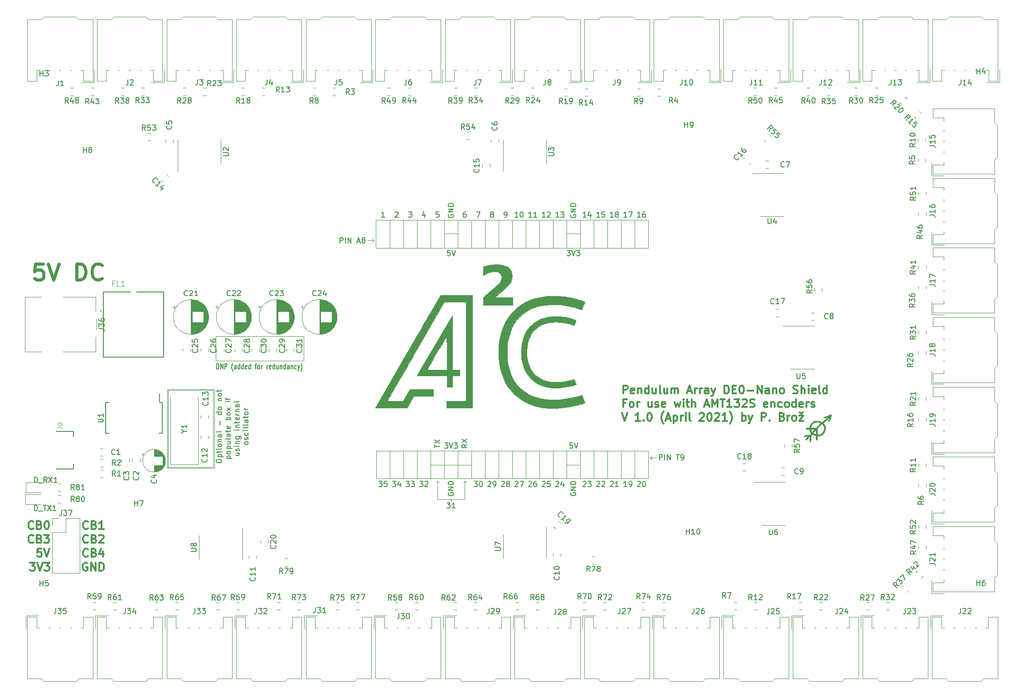
<source format=gto>
G04 #@! TF.GenerationSoftware,KiCad,Pcbnew,(5.1.6)-1*
G04 #@! TF.CreationDate,2021-04-09T14:23:21+02:00*
G04 #@! TF.ProjectId,FK_fpga_shield,464b5f66-7067-4615-9f73-6869656c642e,rev?*
G04 #@! TF.SameCoordinates,Original*
G04 #@! TF.FileFunction,Legend,Top*
G04 #@! TF.FilePolarity,Positive*
%FSLAX46Y46*%
G04 Gerber Fmt 4.6, Leading zero omitted, Abs format (unit mm)*
G04 Created by KiCad (PCBNEW (5.1.6)-1) date 2021-04-09 14:23:21*
%MOMM*%
%LPD*%
G01*
G04 APERTURE LIST*
%ADD10C,0.300000*%
%ADD11C,0.600000*%
%ADD12C,0.120000*%
%ADD13C,0.150000*%
%ADD14C,0.010000*%
%ADD15C,0.200000*%
%ADD16C,0.127000*%
%ADD17C,0.203200*%
%ADD18C,0.015000*%
G04 APERTURE END LIST*
D10*
X186952142Y-109428571D02*
X186952142Y-107928571D01*
X187523571Y-107928571D01*
X187666428Y-108000000D01*
X187737857Y-108071428D01*
X187809285Y-108214285D01*
X187809285Y-108428571D01*
X187737857Y-108571428D01*
X187666428Y-108642857D01*
X187523571Y-108714285D01*
X186952142Y-108714285D01*
X189023571Y-109357142D02*
X188880714Y-109428571D01*
X188595000Y-109428571D01*
X188452142Y-109357142D01*
X188380714Y-109214285D01*
X188380714Y-108642857D01*
X188452142Y-108500000D01*
X188595000Y-108428571D01*
X188880714Y-108428571D01*
X189023571Y-108500000D01*
X189095000Y-108642857D01*
X189095000Y-108785714D01*
X188380714Y-108928571D01*
X189737857Y-108428571D02*
X189737857Y-109428571D01*
X189737857Y-108571428D02*
X189809285Y-108500000D01*
X189952142Y-108428571D01*
X190166428Y-108428571D01*
X190309285Y-108500000D01*
X190380714Y-108642857D01*
X190380714Y-109428571D01*
X191737857Y-109428571D02*
X191737857Y-107928571D01*
X191737857Y-109357142D02*
X191595000Y-109428571D01*
X191309285Y-109428571D01*
X191166428Y-109357142D01*
X191095000Y-109285714D01*
X191023571Y-109142857D01*
X191023571Y-108714285D01*
X191095000Y-108571428D01*
X191166428Y-108500000D01*
X191309285Y-108428571D01*
X191595000Y-108428571D01*
X191737857Y-108500000D01*
X193095000Y-108428571D02*
X193095000Y-109428571D01*
X192452142Y-108428571D02*
X192452142Y-109214285D01*
X192523571Y-109357142D01*
X192666428Y-109428571D01*
X192880714Y-109428571D01*
X193023571Y-109357142D01*
X193095000Y-109285714D01*
X194023571Y-109428571D02*
X193880714Y-109357142D01*
X193809285Y-109214285D01*
X193809285Y-107928571D01*
X195237857Y-108428571D02*
X195237857Y-109428571D01*
X194595000Y-108428571D02*
X194595000Y-109214285D01*
X194666428Y-109357142D01*
X194809285Y-109428571D01*
X195023571Y-109428571D01*
X195166428Y-109357142D01*
X195237857Y-109285714D01*
X195952142Y-109428571D02*
X195952142Y-108428571D01*
X195952142Y-108571428D02*
X196023571Y-108500000D01*
X196166428Y-108428571D01*
X196380714Y-108428571D01*
X196523571Y-108500000D01*
X196595000Y-108642857D01*
X196595000Y-109428571D01*
X196595000Y-108642857D02*
X196666428Y-108500000D01*
X196809285Y-108428571D01*
X197023571Y-108428571D01*
X197166428Y-108500000D01*
X197237857Y-108642857D01*
X197237857Y-109428571D01*
X199023571Y-109000000D02*
X199737857Y-109000000D01*
X198880714Y-109428571D02*
X199380714Y-107928571D01*
X199880714Y-109428571D01*
X200380714Y-109428571D02*
X200380714Y-108428571D01*
X200380714Y-108714285D02*
X200452142Y-108571428D01*
X200523571Y-108500000D01*
X200666428Y-108428571D01*
X200809285Y-108428571D01*
X201309285Y-109428571D02*
X201309285Y-108428571D01*
X201309285Y-108714285D02*
X201380714Y-108571428D01*
X201452142Y-108500000D01*
X201595000Y-108428571D01*
X201737857Y-108428571D01*
X202880714Y-109428571D02*
X202880714Y-108642857D01*
X202809285Y-108500000D01*
X202666428Y-108428571D01*
X202380714Y-108428571D01*
X202237857Y-108500000D01*
X202880714Y-109357142D02*
X202737857Y-109428571D01*
X202380714Y-109428571D01*
X202237857Y-109357142D01*
X202166428Y-109214285D01*
X202166428Y-109071428D01*
X202237857Y-108928571D01*
X202380714Y-108857142D01*
X202737857Y-108857142D01*
X202880714Y-108785714D01*
X203452142Y-108428571D02*
X203809285Y-109428571D01*
X204166428Y-108428571D02*
X203809285Y-109428571D01*
X203666428Y-109785714D01*
X203595000Y-109857142D01*
X203452142Y-109928571D01*
X205880714Y-109428571D02*
X205880714Y-107928571D01*
X206237857Y-107928571D01*
X206452142Y-108000000D01*
X206595000Y-108142857D01*
X206666428Y-108285714D01*
X206737857Y-108571428D01*
X206737857Y-108785714D01*
X206666428Y-109071428D01*
X206595000Y-109214285D01*
X206452142Y-109357142D01*
X206237857Y-109428571D01*
X205880714Y-109428571D01*
X207380714Y-108642857D02*
X207880714Y-108642857D01*
X208095000Y-109428571D02*
X207380714Y-109428571D01*
X207380714Y-107928571D01*
X208095000Y-107928571D01*
X209023571Y-107928571D02*
X209166428Y-107928571D01*
X209309285Y-108000000D01*
X209380714Y-108071428D01*
X209452142Y-108214285D01*
X209523571Y-108500000D01*
X209523571Y-108857142D01*
X209452142Y-109142857D01*
X209380714Y-109285714D01*
X209309285Y-109357142D01*
X209166428Y-109428571D01*
X209023571Y-109428571D01*
X208880714Y-109357142D01*
X208809285Y-109285714D01*
X208737857Y-109142857D01*
X208666428Y-108857142D01*
X208666428Y-108500000D01*
X208737857Y-108214285D01*
X208809285Y-108071428D01*
X208880714Y-108000000D01*
X209023571Y-107928571D01*
X210166428Y-108857142D02*
X211309285Y-108857142D01*
X212023571Y-109428571D02*
X212023571Y-107928571D01*
X212880714Y-109428571D01*
X212880714Y-107928571D01*
X214237857Y-109428571D02*
X214237857Y-108642857D01*
X214166428Y-108500000D01*
X214023571Y-108428571D01*
X213737857Y-108428571D01*
X213595000Y-108500000D01*
X214237857Y-109357142D02*
X214095000Y-109428571D01*
X213737857Y-109428571D01*
X213595000Y-109357142D01*
X213523571Y-109214285D01*
X213523571Y-109071428D01*
X213595000Y-108928571D01*
X213737857Y-108857142D01*
X214095000Y-108857142D01*
X214237857Y-108785714D01*
X214952142Y-108428571D02*
X214952142Y-109428571D01*
X214952142Y-108571428D02*
X215023571Y-108500000D01*
X215166428Y-108428571D01*
X215380714Y-108428571D01*
X215523571Y-108500000D01*
X215595000Y-108642857D01*
X215595000Y-109428571D01*
X216523571Y-109428571D02*
X216380714Y-109357142D01*
X216309285Y-109285714D01*
X216237857Y-109142857D01*
X216237857Y-108714285D01*
X216309285Y-108571428D01*
X216380714Y-108500000D01*
X216523571Y-108428571D01*
X216737857Y-108428571D01*
X216880714Y-108500000D01*
X216952142Y-108571428D01*
X217023571Y-108714285D01*
X217023571Y-109142857D01*
X216952142Y-109285714D01*
X216880714Y-109357142D01*
X216737857Y-109428571D01*
X216523571Y-109428571D01*
X218737857Y-109357142D02*
X218952142Y-109428571D01*
X219309285Y-109428571D01*
X219452142Y-109357142D01*
X219523571Y-109285714D01*
X219595000Y-109142857D01*
X219595000Y-109000000D01*
X219523571Y-108857142D01*
X219452142Y-108785714D01*
X219309285Y-108714285D01*
X219023571Y-108642857D01*
X218880714Y-108571428D01*
X218809285Y-108500000D01*
X218737857Y-108357142D01*
X218737857Y-108214285D01*
X218809285Y-108071428D01*
X218880714Y-108000000D01*
X219023571Y-107928571D01*
X219380714Y-107928571D01*
X219595000Y-108000000D01*
X220237857Y-109428571D02*
X220237857Y-107928571D01*
X220880714Y-109428571D02*
X220880714Y-108642857D01*
X220809285Y-108500000D01*
X220666428Y-108428571D01*
X220452142Y-108428571D01*
X220309285Y-108500000D01*
X220237857Y-108571428D01*
X221595000Y-109428571D02*
X221595000Y-108428571D01*
X221595000Y-107928571D02*
X221523571Y-108000000D01*
X221595000Y-108071428D01*
X221666428Y-108000000D01*
X221595000Y-107928571D01*
X221595000Y-108071428D01*
X222880714Y-109357142D02*
X222737857Y-109428571D01*
X222452142Y-109428571D01*
X222309285Y-109357142D01*
X222237857Y-109214285D01*
X222237857Y-108642857D01*
X222309285Y-108500000D01*
X222452142Y-108428571D01*
X222737857Y-108428571D01*
X222880714Y-108500000D01*
X222952142Y-108642857D01*
X222952142Y-108785714D01*
X222237857Y-108928571D01*
X223809285Y-109428571D02*
X223666428Y-109357142D01*
X223595000Y-109214285D01*
X223595000Y-107928571D01*
X225023571Y-109428571D02*
X225023571Y-107928571D01*
X225023571Y-109357142D02*
X224880714Y-109428571D01*
X224595000Y-109428571D01*
X224452142Y-109357142D01*
X224380714Y-109285714D01*
X224309285Y-109142857D01*
X224309285Y-108714285D01*
X224380714Y-108571428D01*
X224452142Y-108500000D01*
X224595000Y-108428571D01*
X224880714Y-108428571D01*
X225023571Y-108500000D01*
X187452142Y-111192857D02*
X186952142Y-111192857D01*
X186952142Y-111978571D02*
X186952142Y-110478571D01*
X187666428Y-110478571D01*
X188452142Y-111978571D02*
X188309285Y-111907142D01*
X188237857Y-111835714D01*
X188166428Y-111692857D01*
X188166428Y-111264285D01*
X188237857Y-111121428D01*
X188309285Y-111050000D01*
X188452142Y-110978571D01*
X188666428Y-110978571D01*
X188809285Y-111050000D01*
X188880714Y-111121428D01*
X188952142Y-111264285D01*
X188952142Y-111692857D01*
X188880714Y-111835714D01*
X188809285Y-111907142D01*
X188666428Y-111978571D01*
X188452142Y-111978571D01*
X189595000Y-111978571D02*
X189595000Y-110978571D01*
X189595000Y-111264285D02*
X189666428Y-111121428D01*
X189737857Y-111050000D01*
X189880714Y-110978571D01*
X190023571Y-110978571D01*
X192309285Y-110978571D02*
X192309285Y-111978571D01*
X191666428Y-110978571D02*
X191666428Y-111764285D01*
X191737857Y-111907142D01*
X191880714Y-111978571D01*
X192095000Y-111978571D01*
X192237857Y-111907142D01*
X192309285Y-111835714D01*
X192952142Y-111907142D02*
X193095000Y-111978571D01*
X193380714Y-111978571D01*
X193523571Y-111907142D01*
X193595000Y-111764285D01*
X193595000Y-111692857D01*
X193523571Y-111550000D01*
X193380714Y-111478571D01*
X193166428Y-111478571D01*
X193023571Y-111407142D01*
X192952142Y-111264285D01*
X192952142Y-111192857D01*
X193023571Y-111050000D01*
X193166428Y-110978571D01*
X193380714Y-110978571D01*
X193523571Y-111050000D01*
X194809285Y-111907142D02*
X194666428Y-111978571D01*
X194380714Y-111978571D01*
X194237857Y-111907142D01*
X194166428Y-111764285D01*
X194166428Y-111192857D01*
X194237857Y-111050000D01*
X194380714Y-110978571D01*
X194666428Y-110978571D01*
X194809285Y-111050000D01*
X194880714Y-111192857D01*
X194880714Y-111335714D01*
X194166428Y-111478571D01*
X196523571Y-110978571D02*
X196809285Y-111978571D01*
X197095000Y-111264285D01*
X197380714Y-111978571D01*
X197666428Y-110978571D01*
X198237857Y-111978571D02*
X198237857Y-110978571D01*
X198237857Y-110478571D02*
X198166428Y-110550000D01*
X198237857Y-110621428D01*
X198309285Y-110550000D01*
X198237857Y-110478571D01*
X198237857Y-110621428D01*
X198737857Y-110978571D02*
X199309285Y-110978571D01*
X198952142Y-110478571D02*
X198952142Y-111764285D01*
X199023571Y-111907142D01*
X199166428Y-111978571D01*
X199309285Y-111978571D01*
X199809285Y-111978571D02*
X199809285Y-110478571D01*
X200452142Y-111978571D02*
X200452142Y-111192857D01*
X200380714Y-111050000D01*
X200237857Y-110978571D01*
X200023571Y-110978571D01*
X199880714Y-111050000D01*
X199809285Y-111121428D01*
X202237857Y-111550000D02*
X202952142Y-111550000D01*
X202095000Y-111978571D02*
X202595000Y-110478571D01*
X203095000Y-111978571D01*
X203595000Y-111978571D02*
X203595000Y-110478571D01*
X204095000Y-111550000D01*
X204595000Y-110478571D01*
X204595000Y-111978571D01*
X205095000Y-110478571D02*
X205952142Y-110478571D01*
X205523571Y-111978571D02*
X205523571Y-110478571D01*
X207237857Y-111978571D02*
X206380714Y-111978571D01*
X206809285Y-111978571D02*
X206809285Y-110478571D01*
X206666428Y-110692857D01*
X206523571Y-110835714D01*
X206380714Y-110907142D01*
X207737857Y-110478571D02*
X208666428Y-110478571D01*
X208166428Y-111050000D01*
X208380714Y-111050000D01*
X208523571Y-111121428D01*
X208595000Y-111192857D01*
X208666428Y-111335714D01*
X208666428Y-111692857D01*
X208595000Y-111835714D01*
X208523571Y-111907142D01*
X208380714Y-111978571D01*
X207952142Y-111978571D01*
X207809285Y-111907142D01*
X207737857Y-111835714D01*
X209237857Y-110621428D02*
X209309285Y-110550000D01*
X209452142Y-110478571D01*
X209809285Y-110478571D01*
X209952142Y-110550000D01*
X210023571Y-110621428D01*
X210095000Y-110764285D01*
X210095000Y-110907142D01*
X210023571Y-111121428D01*
X209166428Y-111978571D01*
X210095000Y-111978571D01*
X210666428Y-111907142D02*
X210880714Y-111978571D01*
X211237857Y-111978571D01*
X211380714Y-111907142D01*
X211452142Y-111835714D01*
X211523571Y-111692857D01*
X211523571Y-111550000D01*
X211452142Y-111407142D01*
X211380714Y-111335714D01*
X211237857Y-111264285D01*
X210952142Y-111192857D01*
X210809285Y-111121428D01*
X210737857Y-111050000D01*
X210666428Y-110907142D01*
X210666428Y-110764285D01*
X210737857Y-110621428D01*
X210809285Y-110550000D01*
X210952142Y-110478571D01*
X211309285Y-110478571D01*
X211523571Y-110550000D01*
X213880714Y-111907142D02*
X213737857Y-111978571D01*
X213452142Y-111978571D01*
X213309285Y-111907142D01*
X213237857Y-111764285D01*
X213237857Y-111192857D01*
X213309285Y-111050000D01*
X213452142Y-110978571D01*
X213737857Y-110978571D01*
X213880714Y-111050000D01*
X213952142Y-111192857D01*
X213952142Y-111335714D01*
X213237857Y-111478571D01*
X214595000Y-110978571D02*
X214595000Y-111978571D01*
X214595000Y-111121428D02*
X214666428Y-111050000D01*
X214809285Y-110978571D01*
X215023571Y-110978571D01*
X215166428Y-111050000D01*
X215237857Y-111192857D01*
X215237857Y-111978571D01*
X216595000Y-111907142D02*
X216452142Y-111978571D01*
X216166428Y-111978571D01*
X216023571Y-111907142D01*
X215952142Y-111835714D01*
X215880714Y-111692857D01*
X215880714Y-111264285D01*
X215952142Y-111121428D01*
X216023571Y-111050000D01*
X216166428Y-110978571D01*
X216452142Y-110978571D01*
X216595000Y-111050000D01*
X217452142Y-111978571D02*
X217309285Y-111907142D01*
X217237857Y-111835714D01*
X217166428Y-111692857D01*
X217166428Y-111264285D01*
X217237857Y-111121428D01*
X217309285Y-111050000D01*
X217452142Y-110978571D01*
X217666428Y-110978571D01*
X217809285Y-111050000D01*
X217880714Y-111121428D01*
X217952142Y-111264285D01*
X217952142Y-111692857D01*
X217880714Y-111835714D01*
X217809285Y-111907142D01*
X217666428Y-111978571D01*
X217452142Y-111978571D01*
X219237857Y-111978571D02*
X219237857Y-110478571D01*
X219237857Y-111907142D02*
X219095000Y-111978571D01*
X218809285Y-111978571D01*
X218666428Y-111907142D01*
X218595000Y-111835714D01*
X218523571Y-111692857D01*
X218523571Y-111264285D01*
X218595000Y-111121428D01*
X218666428Y-111050000D01*
X218809285Y-110978571D01*
X219095000Y-110978571D01*
X219237857Y-111050000D01*
X220523571Y-111907142D02*
X220380714Y-111978571D01*
X220095000Y-111978571D01*
X219952142Y-111907142D01*
X219880714Y-111764285D01*
X219880714Y-111192857D01*
X219952142Y-111050000D01*
X220095000Y-110978571D01*
X220380714Y-110978571D01*
X220523571Y-111050000D01*
X220595000Y-111192857D01*
X220595000Y-111335714D01*
X219880714Y-111478571D01*
X221237857Y-111978571D02*
X221237857Y-110978571D01*
X221237857Y-111264285D02*
X221309285Y-111121428D01*
X221380714Y-111050000D01*
X221523571Y-110978571D01*
X221666428Y-110978571D01*
X222095000Y-111907142D02*
X222237857Y-111978571D01*
X222523571Y-111978571D01*
X222666428Y-111907142D01*
X222737857Y-111764285D01*
X222737857Y-111692857D01*
X222666428Y-111550000D01*
X222523571Y-111478571D01*
X222309285Y-111478571D01*
X222166428Y-111407142D01*
X222095000Y-111264285D01*
X222095000Y-111192857D01*
X222166428Y-111050000D01*
X222309285Y-110978571D01*
X222523571Y-110978571D01*
X222666428Y-111050000D01*
X186737857Y-113028571D02*
X187237857Y-114528571D01*
X187737857Y-113028571D01*
X190166428Y-114528571D02*
X189309285Y-114528571D01*
X189737857Y-114528571D02*
X189737857Y-113028571D01*
X189595000Y-113242857D01*
X189452142Y-113385714D01*
X189309285Y-113457142D01*
X190809285Y-114385714D02*
X190880714Y-114457142D01*
X190809285Y-114528571D01*
X190737857Y-114457142D01*
X190809285Y-114385714D01*
X190809285Y-114528571D01*
X191809285Y-113028571D02*
X191952142Y-113028571D01*
X192095000Y-113100000D01*
X192166428Y-113171428D01*
X192237857Y-113314285D01*
X192309285Y-113600000D01*
X192309285Y-113957142D01*
X192237857Y-114242857D01*
X192166428Y-114385714D01*
X192095000Y-114457142D01*
X191952142Y-114528571D01*
X191809285Y-114528571D01*
X191666428Y-114457142D01*
X191595000Y-114385714D01*
X191523571Y-114242857D01*
X191452142Y-113957142D01*
X191452142Y-113600000D01*
X191523571Y-113314285D01*
X191595000Y-113171428D01*
X191666428Y-113100000D01*
X191809285Y-113028571D01*
X194523571Y-115100000D02*
X194452142Y-115028571D01*
X194309285Y-114814285D01*
X194237857Y-114671428D01*
X194166428Y-114457142D01*
X194095000Y-114100000D01*
X194095000Y-113814285D01*
X194166428Y-113457142D01*
X194237857Y-113242857D01*
X194309285Y-113100000D01*
X194452142Y-112885714D01*
X194523571Y-112814285D01*
X195023571Y-114100000D02*
X195737857Y-114100000D01*
X194880714Y-114528571D02*
X195380714Y-113028571D01*
X195880714Y-114528571D01*
X196380714Y-113528571D02*
X196380714Y-115028571D01*
X196380714Y-113600000D02*
X196523571Y-113528571D01*
X196809285Y-113528571D01*
X196952142Y-113600000D01*
X197023571Y-113671428D01*
X197095000Y-113814285D01*
X197095000Y-114242857D01*
X197023571Y-114385714D01*
X196952142Y-114457142D01*
X196809285Y-114528571D01*
X196523571Y-114528571D01*
X196380714Y-114457142D01*
X197737857Y-114528571D02*
X197737857Y-113528571D01*
X197737857Y-113814285D02*
X197809285Y-113671428D01*
X197880714Y-113600000D01*
X198023571Y-113528571D01*
X198166428Y-113528571D01*
X198666428Y-114528571D02*
X198666428Y-113528571D01*
X198666428Y-113028571D02*
X198595000Y-113100000D01*
X198666428Y-113171428D01*
X198737857Y-113100000D01*
X198666428Y-113028571D01*
X198666428Y-113171428D01*
X199595000Y-114528571D02*
X199452142Y-114457142D01*
X199380714Y-114314285D01*
X199380714Y-113028571D01*
X201237857Y-113171428D02*
X201309285Y-113100000D01*
X201452142Y-113028571D01*
X201809285Y-113028571D01*
X201952142Y-113100000D01*
X202023571Y-113171428D01*
X202095000Y-113314285D01*
X202095000Y-113457142D01*
X202023571Y-113671428D01*
X201166428Y-114528571D01*
X202095000Y-114528571D01*
X203023571Y-113028571D02*
X203166428Y-113028571D01*
X203309285Y-113100000D01*
X203380714Y-113171428D01*
X203452142Y-113314285D01*
X203523571Y-113600000D01*
X203523571Y-113957142D01*
X203452142Y-114242857D01*
X203380714Y-114385714D01*
X203309285Y-114457142D01*
X203166428Y-114528571D01*
X203023571Y-114528571D01*
X202880714Y-114457142D01*
X202809285Y-114385714D01*
X202737857Y-114242857D01*
X202666428Y-113957142D01*
X202666428Y-113600000D01*
X202737857Y-113314285D01*
X202809285Y-113171428D01*
X202880714Y-113100000D01*
X203023571Y-113028571D01*
X204095000Y-113171428D02*
X204166428Y-113100000D01*
X204309285Y-113028571D01*
X204666428Y-113028571D01*
X204809285Y-113100000D01*
X204880714Y-113171428D01*
X204952142Y-113314285D01*
X204952142Y-113457142D01*
X204880714Y-113671428D01*
X204023571Y-114528571D01*
X204952142Y-114528571D01*
X206380714Y-114528571D02*
X205523571Y-114528571D01*
X205952142Y-114528571D02*
X205952142Y-113028571D01*
X205809285Y-113242857D01*
X205666428Y-113385714D01*
X205523571Y-113457142D01*
X206880714Y-115100000D02*
X206952142Y-115028571D01*
X207095000Y-114814285D01*
X207166428Y-114671428D01*
X207237857Y-114457142D01*
X207309285Y-114100000D01*
X207309285Y-113814285D01*
X207237857Y-113457142D01*
X207166428Y-113242857D01*
X207095000Y-113100000D01*
X206952142Y-112885714D01*
X206880714Y-112814285D01*
X209166428Y-114528571D02*
X209166428Y-113028571D01*
X209166428Y-113600000D02*
X209309285Y-113528571D01*
X209595000Y-113528571D01*
X209737857Y-113600000D01*
X209809285Y-113671428D01*
X209880714Y-113814285D01*
X209880714Y-114242857D01*
X209809285Y-114385714D01*
X209737857Y-114457142D01*
X209595000Y-114528571D01*
X209309285Y-114528571D01*
X209166428Y-114457142D01*
X210380714Y-113528571D02*
X210737857Y-114528571D01*
X211095000Y-113528571D02*
X210737857Y-114528571D01*
X210595000Y-114885714D01*
X210523571Y-114957142D01*
X210380714Y-115028571D01*
X212809285Y-114528571D02*
X212809285Y-113028571D01*
X213380714Y-113028571D01*
X213523571Y-113100000D01*
X213595000Y-113171428D01*
X213666428Y-113314285D01*
X213666428Y-113528571D01*
X213595000Y-113671428D01*
X213523571Y-113742857D01*
X213380714Y-113814285D01*
X212809285Y-113814285D01*
X214309285Y-114385714D02*
X214380714Y-114457142D01*
X214309285Y-114528571D01*
X214237857Y-114457142D01*
X214309285Y-114385714D01*
X214309285Y-114528571D01*
X216666428Y-113742857D02*
X216880714Y-113814285D01*
X216952142Y-113885714D01*
X217023571Y-114028571D01*
X217023571Y-114242857D01*
X216952142Y-114385714D01*
X216880714Y-114457142D01*
X216737857Y-114528571D01*
X216166428Y-114528571D01*
X216166428Y-113028571D01*
X216666428Y-113028571D01*
X216809285Y-113100000D01*
X216880714Y-113171428D01*
X216952142Y-113314285D01*
X216952142Y-113457142D01*
X216880714Y-113600000D01*
X216809285Y-113671428D01*
X216666428Y-113742857D01*
X216166428Y-113742857D01*
X217666428Y-114528571D02*
X217666428Y-113528571D01*
X217666428Y-113814285D02*
X217737857Y-113671428D01*
X217809285Y-113600000D01*
X217952142Y-113528571D01*
X218095000Y-113528571D01*
X218809285Y-114528571D02*
X218666428Y-114457142D01*
X218595000Y-114385714D01*
X218523571Y-114242857D01*
X218523571Y-113814285D01*
X218595000Y-113671428D01*
X218666428Y-113600000D01*
X218809285Y-113528571D01*
X219023571Y-113528571D01*
X219166428Y-113600000D01*
X219237857Y-113671428D01*
X219309285Y-113814285D01*
X219309285Y-114242857D01*
X219237857Y-114385714D01*
X219166428Y-114457142D01*
X219023571Y-114528571D01*
X218809285Y-114528571D01*
X219809285Y-113528571D02*
X220595000Y-113528571D01*
X219809285Y-114528571D01*
X220595000Y-114528571D01*
X219952142Y-112957142D02*
X220237857Y-113171428D01*
X220523571Y-112957142D01*
D11*
X78585714Y-85157142D02*
X77157142Y-85157142D01*
X77014285Y-86585714D01*
X77157142Y-86442857D01*
X77442857Y-86300000D01*
X78157142Y-86300000D01*
X78442857Y-86442857D01*
X78585714Y-86585714D01*
X78728571Y-86871428D01*
X78728571Y-87585714D01*
X78585714Y-87871428D01*
X78442857Y-88014285D01*
X78157142Y-88157142D01*
X77442857Y-88157142D01*
X77157142Y-88014285D01*
X77014285Y-87871428D01*
X79585714Y-85157142D02*
X80585714Y-88157142D01*
X81585714Y-85157142D01*
X84871428Y-88157142D02*
X84871428Y-85157142D01*
X85585714Y-85157142D01*
X86014285Y-85300000D01*
X86300000Y-85585714D01*
X86442857Y-85871428D01*
X86585714Y-86442857D01*
X86585714Y-86871428D01*
X86442857Y-87442857D01*
X86300000Y-87728571D01*
X86014285Y-88014285D01*
X85585714Y-88157142D01*
X84871428Y-88157142D01*
X89585714Y-87871428D02*
X89442857Y-88014285D01*
X89014285Y-88157142D01*
X88728571Y-88157142D01*
X88300000Y-88014285D01*
X88014285Y-87728571D01*
X87871428Y-87442857D01*
X87728571Y-86871428D01*
X87728571Y-86442857D01*
X87871428Y-85871428D01*
X88014285Y-85585714D01*
X88300000Y-85300000D01*
X88728571Y-85157142D01*
X89014285Y-85157142D01*
X89442857Y-85300000D01*
X89585714Y-85442857D01*
D10*
X86857142Y-141150000D02*
X86714285Y-141078571D01*
X86500000Y-141078571D01*
X86285714Y-141150000D01*
X86142857Y-141292857D01*
X86071428Y-141435714D01*
X86000000Y-141721428D01*
X86000000Y-141935714D01*
X86071428Y-142221428D01*
X86142857Y-142364285D01*
X86285714Y-142507142D01*
X86500000Y-142578571D01*
X86642857Y-142578571D01*
X86857142Y-142507142D01*
X86928571Y-142435714D01*
X86928571Y-141935714D01*
X86642857Y-141935714D01*
X87571428Y-142578571D02*
X87571428Y-141078571D01*
X88428571Y-142578571D01*
X88428571Y-141078571D01*
X89142857Y-142578571D02*
X89142857Y-141078571D01*
X89500000Y-141078571D01*
X89714285Y-141150000D01*
X89857142Y-141292857D01*
X89928571Y-141435714D01*
X90000000Y-141721428D01*
X90000000Y-141935714D01*
X89928571Y-142221428D01*
X89857142Y-142364285D01*
X89714285Y-142507142D01*
X89500000Y-142578571D01*
X89142857Y-142578571D01*
X76142857Y-141078571D02*
X77071428Y-141078571D01*
X76571428Y-141650000D01*
X76785714Y-141650000D01*
X76928571Y-141721428D01*
X77000000Y-141792857D01*
X77071428Y-141935714D01*
X77071428Y-142292857D01*
X77000000Y-142435714D01*
X76928571Y-142507142D01*
X76785714Y-142578571D01*
X76357142Y-142578571D01*
X76214285Y-142507142D01*
X76142857Y-142435714D01*
X77500000Y-141078571D02*
X78000000Y-142578571D01*
X78500000Y-141078571D01*
X78857142Y-141078571D02*
X79785714Y-141078571D01*
X79285714Y-141650000D01*
X79500000Y-141650000D01*
X79642857Y-141721428D01*
X79714285Y-141792857D01*
X79785714Y-141935714D01*
X79785714Y-142292857D01*
X79714285Y-142435714D01*
X79642857Y-142507142D01*
X79500000Y-142578571D01*
X79071428Y-142578571D01*
X78928571Y-142507142D01*
X78857142Y-142435714D01*
X78314285Y-138478571D02*
X77600000Y-138478571D01*
X77528571Y-139192857D01*
X77600000Y-139121428D01*
X77742857Y-139050000D01*
X78100000Y-139050000D01*
X78242857Y-139121428D01*
X78314285Y-139192857D01*
X78385714Y-139335714D01*
X78385714Y-139692857D01*
X78314285Y-139835714D01*
X78242857Y-139907142D01*
X78100000Y-139978571D01*
X77742857Y-139978571D01*
X77600000Y-139907142D01*
X77528571Y-139835714D01*
X78814285Y-138478571D02*
X79314285Y-139978571D01*
X79814285Y-138478571D01*
X87000000Y-139835714D02*
X86928571Y-139907142D01*
X86714285Y-139978571D01*
X86571428Y-139978571D01*
X86357142Y-139907142D01*
X86214285Y-139764285D01*
X86142857Y-139621428D01*
X86071428Y-139335714D01*
X86071428Y-139121428D01*
X86142857Y-138835714D01*
X86214285Y-138692857D01*
X86357142Y-138550000D01*
X86571428Y-138478571D01*
X86714285Y-138478571D01*
X86928571Y-138550000D01*
X87000000Y-138621428D01*
X88142857Y-139192857D02*
X88357142Y-139264285D01*
X88428571Y-139335714D01*
X88500000Y-139478571D01*
X88500000Y-139692857D01*
X88428571Y-139835714D01*
X88357142Y-139907142D01*
X88214285Y-139978571D01*
X87642857Y-139978571D01*
X87642857Y-138478571D01*
X88142857Y-138478571D01*
X88285714Y-138550000D01*
X88357142Y-138621428D01*
X88428571Y-138764285D01*
X88428571Y-138907142D01*
X88357142Y-139050000D01*
X88285714Y-139121428D01*
X88142857Y-139192857D01*
X87642857Y-139192857D01*
X89785714Y-138978571D02*
X89785714Y-139978571D01*
X89428571Y-138407142D02*
X89071428Y-139478571D01*
X90000000Y-139478571D01*
X87000000Y-137235714D02*
X86928571Y-137307142D01*
X86714285Y-137378571D01*
X86571428Y-137378571D01*
X86357142Y-137307142D01*
X86214285Y-137164285D01*
X86142857Y-137021428D01*
X86071428Y-136735714D01*
X86071428Y-136521428D01*
X86142857Y-136235714D01*
X86214285Y-136092857D01*
X86357142Y-135950000D01*
X86571428Y-135878571D01*
X86714285Y-135878571D01*
X86928571Y-135950000D01*
X87000000Y-136021428D01*
X88142857Y-136592857D02*
X88357142Y-136664285D01*
X88428571Y-136735714D01*
X88500000Y-136878571D01*
X88500000Y-137092857D01*
X88428571Y-137235714D01*
X88357142Y-137307142D01*
X88214285Y-137378571D01*
X87642857Y-137378571D01*
X87642857Y-135878571D01*
X88142857Y-135878571D01*
X88285714Y-135950000D01*
X88357142Y-136021428D01*
X88428571Y-136164285D01*
X88428571Y-136307142D01*
X88357142Y-136450000D01*
X88285714Y-136521428D01*
X88142857Y-136592857D01*
X87642857Y-136592857D01*
X89071428Y-136021428D02*
X89142857Y-135950000D01*
X89285714Y-135878571D01*
X89642857Y-135878571D01*
X89785714Y-135950000D01*
X89857142Y-136021428D01*
X89928571Y-136164285D01*
X89928571Y-136307142D01*
X89857142Y-136521428D01*
X89000000Y-137378571D01*
X89928571Y-137378571D01*
X76800000Y-137235714D02*
X76728571Y-137307142D01*
X76514285Y-137378571D01*
X76371428Y-137378571D01*
X76157142Y-137307142D01*
X76014285Y-137164285D01*
X75942857Y-137021428D01*
X75871428Y-136735714D01*
X75871428Y-136521428D01*
X75942857Y-136235714D01*
X76014285Y-136092857D01*
X76157142Y-135950000D01*
X76371428Y-135878571D01*
X76514285Y-135878571D01*
X76728571Y-135950000D01*
X76800000Y-136021428D01*
X77942857Y-136592857D02*
X78157142Y-136664285D01*
X78228571Y-136735714D01*
X78300000Y-136878571D01*
X78300000Y-137092857D01*
X78228571Y-137235714D01*
X78157142Y-137307142D01*
X78014285Y-137378571D01*
X77442857Y-137378571D01*
X77442857Y-135878571D01*
X77942857Y-135878571D01*
X78085714Y-135950000D01*
X78157142Y-136021428D01*
X78228571Y-136164285D01*
X78228571Y-136307142D01*
X78157142Y-136450000D01*
X78085714Y-136521428D01*
X77942857Y-136592857D01*
X77442857Y-136592857D01*
X78800000Y-135878571D02*
X79728571Y-135878571D01*
X79228571Y-136450000D01*
X79442857Y-136450000D01*
X79585714Y-136521428D01*
X79657142Y-136592857D01*
X79728571Y-136735714D01*
X79728571Y-137092857D01*
X79657142Y-137235714D01*
X79585714Y-137307142D01*
X79442857Y-137378571D01*
X79014285Y-137378571D01*
X78871428Y-137307142D01*
X78800000Y-137235714D01*
X87000000Y-134635714D02*
X86928571Y-134707142D01*
X86714285Y-134778571D01*
X86571428Y-134778571D01*
X86357142Y-134707142D01*
X86214285Y-134564285D01*
X86142857Y-134421428D01*
X86071428Y-134135714D01*
X86071428Y-133921428D01*
X86142857Y-133635714D01*
X86214285Y-133492857D01*
X86357142Y-133350000D01*
X86571428Y-133278571D01*
X86714285Y-133278571D01*
X86928571Y-133350000D01*
X87000000Y-133421428D01*
X88142857Y-133992857D02*
X88357142Y-134064285D01*
X88428571Y-134135714D01*
X88500000Y-134278571D01*
X88500000Y-134492857D01*
X88428571Y-134635714D01*
X88357142Y-134707142D01*
X88214285Y-134778571D01*
X87642857Y-134778571D01*
X87642857Y-133278571D01*
X88142857Y-133278571D01*
X88285714Y-133350000D01*
X88357142Y-133421428D01*
X88428571Y-133564285D01*
X88428571Y-133707142D01*
X88357142Y-133850000D01*
X88285714Y-133921428D01*
X88142857Y-133992857D01*
X87642857Y-133992857D01*
X89928571Y-134778571D02*
X89071428Y-134778571D01*
X89500000Y-134778571D02*
X89500000Y-133278571D01*
X89357142Y-133492857D01*
X89214285Y-133635714D01*
X89071428Y-133707142D01*
X76800000Y-134635714D02*
X76728571Y-134707142D01*
X76514285Y-134778571D01*
X76371428Y-134778571D01*
X76157142Y-134707142D01*
X76014285Y-134564285D01*
X75942857Y-134421428D01*
X75871428Y-134135714D01*
X75871428Y-133921428D01*
X75942857Y-133635714D01*
X76014285Y-133492857D01*
X76157142Y-133350000D01*
X76371428Y-133278571D01*
X76514285Y-133278571D01*
X76728571Y-133350000D01*
X76800000Y-133421428D01*
X77942857Y-133992857D02*
X78157142Y-134064285D01*
X78228571Y-134135714D01*
X78300000Y-134278571D01*
X78300000Y-134492857D01*
X78228571Y-134635714D01*
X78157142Y-134707142D01*
X78014285Y-134778571D01*
X77442857Y-134778571D01*
X77442857Y-133278571D01*
X77942857Y-133278571D01*
X78085714Y-133350000D01*
X78157142Y-133421428D01*
X78228571Y-133564285D01*
X78228571Y-133707142D01*
X78157142Y-133850000D01*
X78085714Y-133921428D01*
X77942857Y-133992857D01*
X77442857Y-133992857D01*
X79228571Y-133278571D02*
X79371428Y-133278571D01*
X79514285Y-133350000D01*
X79585714Y-133421428D01*
X79657142Y-133564285D01*
X79728571Y-133850000D01*
X79728571Y-134207142D01*
X79657142Y-134492857D01*
X79585714Y-134635714D01*
X79514285Y-134707142D01*
X79371428Y-134778571D01*
X79228571Y-134778571D01*
X79085714Y-134707142D01*
X79014285Y-134635714D01*
X78942857Y-134492857D01*
X78871428Y-134207142D01*
X78871428Y-133850000D01*
X78942857Y-133564285D01*
X79014285Y-133421428D01*
X79085714Y-133350000D01*
X79228571Y-133278571D01*
D12*
X156100000Y-79550000D02*
X153560000Y-79550000D01*
X178960000Y-79550000D02*
X176420000Y-79550000D01*
D13*
X157822380Y-118966666D02*
X157346190Y-119300000D01*
X157822380Y-119538095D02*
X156822380Y-119538095D01*
X156822380Y-119157142D01*
X156870000Y-119061904D01*
X156917619Y-119014285D01*
X157012857Y-118966666D01*
X157155714Y-118966666D01*
X157250952Y-119014285D01*
X157298571Y-119061904D01*
X157346190Y-119157142D01*
X157346190Y-119538095D01*
X156822380Y-118633333D02*
X157822380Y-117966666D01*
X156822380Y-117966666D02*
X157822380Y-118633333D01*
X151742380Y-119561904D02*
X151742380Y-118990476D01*
X152742380Y-119276190D02*
X151742380Y-119276190D01*
X151742380Y-118752380D02*
X152742380Y-118085714D01*
X151742380Y-118085714D02*
X152742380Y-118752380D01*
D12*
X154830000Y-129200000D02*
X154830000Y-129600000D01*
X157400000Y-125800000D02*
X157700000Y-126100000D01*
X157400000Y-125800000D02*
X157100000Y-126100000D01*
X152300000Y-125800000D02*
X152000000Y-126100000D01*
X152300000Y-125800000D02*
X152600000Y-126100000D01*
X157400000Y-129200000D02*
X157400000Y-125800000D01*
X154830000Y-129200000D02*
X157370000Y-129200000D01*
X152300000Y-129200000D02*
X152300000Y-125800000D01*
X154830000Y-129200000D02*
X152300000Y-129200000D01*
X156100000Y-122750000D02*
X158640000Y-122750000D01*
X153560000Y-122750000D02*
X151020000Y-122750000D01*
D13*
X193738095Y-121852380D02*
X193738095Y-120852380D01*
X194119047Y-120852380D01*
X194214285Y-120900000D01*
X194261904Y-120947619D01*
X194309523Y-121042857D01*
X194309523Y-121185714D01*
X194261904Y-121280952D01*
X194214285Y-121328571D01*
X194119047Y-121376190D01*
X193738095Y-121376190D01*
X194738095Y-121852380D02*
X194738095Y-120852380D01*
X195214285Y-121852380D02*
X195214285Y-120852380D01*
X195785714Y-121852380D01*
X195785714Y-120852380D01*
X196880952Y-120852380D02*
X197452380Y-120852380D01*
X197166666Y-121852380D02*
X197166666Y-120852380D01*
X197833333Y-121852380D02*
X198023809Y-121852380D01*
X198119047Y-121804761D01*
X198166666Y-121757142D01*
X198261904Y-121614285D01*
X198309523Y-121423809D01*
X198309523Y-121042857D01*
X198261904Y-120947619D01*
X198214285Y-120900000D01*
X198119047Y-120852380D01*
X197928571Y-120852380D01*
X197833333Y-120900000D01*
X197785714Y-120947619D01*
X197738095Y-121042857D01*
X197738095Y-121280952D01*
X197785714Y-121376190D01*
X197833333Y-121423809D01*
X197928571Y-121471428D01*
X198119047Y-121471428D01*
X198214285Y-121423809D01*
X198261904Y-121376190D01*
X198309523Y-121280952D01*
D12*
X192000000Y-121400000D02*
X192400000Y-121800000D01*
X193200000Y-121400000D02*
X192000000Y-121400000D01*
X192000000Y-121400000D02*
X192400000Y-121000000D01*
X140400000Y-80800000D02*
X140000000Y-81200000D01*
X140400000Y-80800000D02*
X140000000Y-80400000D01*
X139200000Y-80800000D02*
X140400000Y-80800000D01*
D13*
X134090476Y-81252380D02*
X134090476Y-80252380D01*
X134471428Y-80252380D01*
X134566666Y-80300000D01*
X134614285Y-80347619D01*
X134661904Y-80442857D01*
X134661904Y-80585714D01*
X134614285Y-80680952D01*
X134566666Y-80728571D01*
X134471428Y-80776190D01*
X134090476Y-80776190D01*
X135090476Y-81252380D02*
X135090476Y-80252380D01*
X135566666Y-81252380D02*
X135566666Y-80252380D01*
X136138095Y-81252380D01*
X136138095Y-80252380D01*
X137328571Y-80966666D02*
X137804761Y-80966666D01*
X137233333Y-81252380D02*
X137566666Y-80252380D01*
X137900000Y-81252380D01*
X138376190Y-80680952D02*
X138280952Y-80633333D01*
X138233333Y-80585714D01*
X138185714Y-80490476D01*
X138185714Y-80442857D01*
X138233333Y-80347619D01*
X138280952Y-80300000D01*
X138376190Y-80252380D01*
X138566666Y-80252380D01*
X138661904Y-80300000D01*
X138709523Y-80347619D01*
X138757142Y-80442857D01*
X138757142Y-80490476D01*
X138709523Y-80585714D01*
X138661904Y-80633333D01*
X138566666Y-80680952D01*
X138376190Y-80680952D01*
X138280952Y-80728571D01*
X138233333Y-80776190D01*
X138185714Y-80871428D01*
X138185714Y-81061904D01*
X138233333Y-81157142D01*
X138280952Y-81204761D01*
X138376190Y-81252380D01*
X138566666Y-81252380D01*
X138661904Y-81204761D01*
X138709523Y-81157142D01*
X138757142Y-81061904D01*
X138757142Y-80871428D01*
X138709523Y-80776190D01*
X138661904Y-80728571D01*
X138566666Y-80680952D01*
D12*
X143400000Y-120150000D02*
X143400000Y-125350000D01*
D13*
X153591904Y-118652380D02*
X154210952Y-118652380D01*
X153877619Y-119033333D01*
X154020476Y-119033333D01*
X154115714Y-119080952D01*
X154163333Y-119128571D01*
X154210952Y-119223809D01*
X154210952Y-119461904D01*
X154163333Y-119557142D01*
X154115714Y-119604761D01*
X154020476Y-119652380D01*
X153734761Y-119652380D01*
X153639523Y-119604761D01*
X153591904Y-119557142D01*
X154496666Y-118652380D02*
X154830000Y-119652380D01*
X155163333Y-118652380D01*
X155401428Y-118652380D02*
X156020476Y-118652380D01*
X155687142Y-119033333D01*
X155830000Y-119033333D01*
X155925238Y-119080952D01*
X155972857Y-119128571D01*
X156020476Y-119223809D01*
X156020476Y-119461904D01*
X155972857Y-119557142D01*
X155925238Y-119604761D01*
X155830000Y-119652380D01*
X155544285Y-119652380D01*
X155449047Y-119604761D01*
X155401428Y-119557142D01*
X177499523Y-118652380D02*
X177023333Y-118652380D01*
X176975714Y-119128571D01*
X177023333Y-119080952D01*
X177118571Y-119033333D01*
X177356666Y-119033333D01*
X177451904Y-119080952D01*
X177499523Y-119128571D01*
X177547142Y-119223809D01*
X177547142Y-119461904D01*
X177499523Y-119557142D01*
X177451904Y-119604761D01*
X177356666Y-119652380D01*
X177118571Y-119652380D01*
X177023333Y-119604761D01*
X176975714Y-119557142D01*
X177832857Y-118652380D02*
X178166190Y-119652380D01*
X178499523Y-118652380D01*
X176451904Y-82652380D02*
X177070952Y-82652380D01*
X176737619Y-83033333D01*
X176880476Y-83033333D01*
X176975714Y-83080952D01*
X177023333Y-83128571D01*
X177070952Y-83223809D01*
X177070952Y-83461904D01*
X177023333Y-83557142D01*
X176975714Y-83604761D01*
X176880476Y-83652380D01*
X176594761Y-83652380D01*
X176499523Y-83604761D01*
X176451904Y-83557142D01*
X177356666Y-82652380D02*
X177690000Y-83652380D01*
X178023333Y-82652380D01*
X178261428Y-82652380D02*
X178880476Y-82652380D01*
X178547142Y-83033333D01*
X178690000Y-83033333D01*
X178785238Y-83080952D01*
X178832857Y-83128571D01*
X178880476Y-83223809D01*
X178880476Y-83461904D01*
X178832857Y-83557142D01*
X178785238Y-83604761D01*
X178690000Y-83652380D01*
X178404285Y-83652380D01*
X178309047Y-83604761D01*
X178261428Y-83557142D01*
X154639523Y-82652380D02*
X154163333Y-82652380D01*
X154115714Y-83128571D01*
X154163333Y-83080952D01*
X154258571Y-83033333D01*
X154496666Y-83033333D01*
X154591904Y-83080952D01*
X154639523Y-83128571D01*
X154687142Y-83223809D01*
X154687142Y-83461904D01*
X154639523Y-83557142D01*
X154591904Y-83604761D01*
X154496666Y-83652380D01*
X154258571Y-83652380D01*
X154163333Y-83604761D01*
X154115714Y-83557142D01*
X154972857Y-82652380D02*
X155306190Y-83652380D01*
X155639523Y-82652380D01*
X143860476Y-125852380D02*
X144479523Y-125852380D01*
X144146190Y-126233333D01*
X144289047Y-126233333D01*
X144384285Y-126280952D01*
X144431904Y-126328571D01*
X144479523Y-126423809D01*
X144479523Y-126661904D01*
X144431904Y-126757142D01*
X144384285Y-126804761D01*
X144289047Y-126852380D01*
X144003333Y-126852380D01*
X143908095Y-126804761D01*
X143860476Y-126757142D01*
X145336666Y-126185714D02*
X145336666Y-126852380D01*
X145098571Y-125804761D02*
X144860476Y-126519047D01*
X145479523Y-126519047D01*
X141320476Y-125852380D02*
X141939523Y-125852380D01*
X141606190Y-126233333D01*
X141749047Y-126233333D01*
X141844285Y-126280952D01*
X141891904Y-126328571D01*
X141939523Y-126423809D01*
X141939523Y-126661904D01*
X141891904Y-126757142D01*
X141844285Y-126804761D01*
X141749047Y-126852380D01*
X141463333Y-126852380D01*
X141368095Y-126804761D01*
X141320476Y-126757142D01*
X142844285Y-125852380D02*
X142368095Y-125852380D01*
X142320476Y-126328571D01*
X142368095Y-126280952D01*
X142463333Y-126233333D01*
X142701428Y-126233333D01*
X142796666Y-126280952D01*
X142844285Y-126328571D01*
X142891904Y-126423809D01*
X142891904Y-126661904D01*
X142844285Y-126757142D01*
X142796666Y-126804761D01*
X142701428Y-126852380D01*
X142463333Y-126852380D01*
X142368095Y-126804761D01*
X142320476Y-126757142D01*
X146400476Y-125852380D02*
X147019523Y-125852380D01*
X146686190Y-126233333D01*
X146829047Y-126233333D01*
X146924285Y-126280952D01*
X146971904Y-126328571D01*
X147019523Y-126423809D01*
X147019523Y-126661904D01*
X146971904Y-126757142D01*
X146924285Y-126804761D01*
X146829047Y-126852380D01*
X146543333Y-126852380D01*
X146448095Y-126804761D01*
X146400476Y-126757142D01*
X147352857Y-125852380D02*
X147971904Y-125852380D01*
X147638571Y-126233333D01*
X147781428Y-126233333D01*
X147876666Y-126280952D01*
X147924285Y-126328571D01*
X147971904Y-126423809D01*
X147971904Y-126661904D01*
X147924285Y-126757142D01*
X147876666Y-126804761D01*
X147781428Y-126852380D01*
X147495714Y-126852380D01*
X147400476Y-126804761D01*
X147352857Y-126757142D01*
X148940476Y-125852380D02*
X149559523Y-125852380D01*
X149226190Y-126233333D01*
X149369047Y-126233333D01*
X149464285Y-126280952D01*
X149511904Y-126328571D01*
X149559523Y-126423809D01*
X149559523Y-126661904D01*
X149511904Y-126757142D01*
X149464285Y-126804761D01*
X149369047Y-126852380D01*
X149083333Y-126852380D01*
X148988095Y-126804761D01*
X148940476Y-126757142D01*
X149940476Y-125947619D02*
X149988095Y-125900000D01*
X150083333Y-125852380D01*
X150321428Y-125852380D01*
X150416666Y-125900000D01*
X150464285Y-125947619D01*
X150511904Y-126042857D01*
X150511904Y-126138095D01*
X150464285Y-126280952D01*
X149892857Y-126852380D01*
X150511904Y-126852380D01*
X154020476Y-129852380D02*
X154639523Y-129852380D01*
X154306190Y-130233333D01*
X154449047Y-130233333D01*
X154544285Y-130280952D01*
X154591904Y-130328571D01*
X154639523Y-130423809D01*
X154639523Y-130661904D01*
X154591904Y-130757142D01*
X154544285Y-130804761D01*
X154449047Y-130852380D01*
X154163333Y-130852380D01*
X154068095Y-130804761D01*
X154020476Y-130757142D01*
X155591904Y-130852380D02*
X155020476Y-130852380D01*
X155306190Y-130852380D02*
X155306190Y-129852380D01*
X155210952Y-129995238D01*
X155115714Y-130090476D01*
X155020476Y-130138095D01*
X154330000Y-127961904D02*
X154282380Y-128057142D01*
X154282380Y-128200000D01*
X154330000Y-128342857D01*
X154425238Y-128438095D01*
X154520476Y-128485714D01*
X154710952Y-128533333D01*
X154853809Y-128533333D01*
X155044285Y-128485714D01*
X155139523Y-128438095D01*
X155234761Y-128342857D01*
X155282380Y-128200000D01*
X155282380Y-128104761D01*
X155234761Y-127961904D01*
X155187142Y-127914285D01*
X154853809Y-127914285D01*
X154853809Y-128104761D01*
X155282380Y-127485714D02*
X154282380Y-127485714D01*
X155282380Y-126914285D01*
X154282380Y-126914285D01*
X155282380Y-126438095D02*
X154282380Y-126438095D01*
X154282380Y-126200000D01*
X154330000Y-126057142D01*
X154425238Y-125961904D01*
X154520476Y-125914285D01*
X154710952Y-125866666D01*
X154853809Y-125866666D01*
X155044285Y-125914285D01*
X155139523Y-125961904D01*
X155234761Y-126057142D01*
X155282380Y-126200000D01*
X155282380Y-126438095D01*
X159100476Y-125852380D02*
X159719523Y-125852380D01*
X159386190Y-126233333D01*
X159529047Y-126233333D01*
X159624285Y-126280952D01*
X159671904Y-126328571D01*
X159719523Y-126423809D01*
X159719523Y-126661904D01*
X159671904Y-126757142D01*
X159624285Y-126804761D01*
X159529047Y-126852380D01*
X159243333Y-126852380D01*
X159148095Y-126804761D01*
X159100476Y-126757142D01*
X160338571Y-125852380D02*
X160433809Y-125852380D01*
X160529047Y-125900000D01*
X160576666Y-125947619D01*
X160624285Y-126042857D01*
X160671904Y-126233333D01*
X160671904Y-126471428D01*
X160624285Y-126661904D01*
X160576666Y-126757142D01*
X160529047Y-126804761D01*
X160433809Y-126852380D01*
X160338571Y-126852380D01*
X160243333Y-126804761D01*
X160195714Y-126757142D01*
X160148095Y-126661904D01*
X160100476Y-126471428D01*
X160100476Y-126233333D01*
X160148095Y-126042857D01*
X160195714Y-125947619D01*
X160243333Y-125900000D01*
X160338571Y-125852380D01*
X161688095Y-125947619D02*
X161735714Y-125900000D01*
X161830952Y-125852380D01*
X162069047Y-125852380D01*
X162164285Y-125900000D01*
X162211904Y-125947619D01*
X162259523Y-126042857D01*
X162259523Y-126138095D01*
X162211904Y-126280952D01*
X161640476Y-126852380D01*
X162259523Y-126852380D01*
X162735714Y-126852380D02*
X162926190Y-126852380D01*
X163021428Y-126804761D01*
X163069047Y-126757142D01*
X163164285Y-126614285D01*
X163211904Y-126423809D01*
X163211904Y-126042857D01*
X163164285Y-125947619D01*
X163116666Y-125900000D01*
X163021428Y-125852380D01*
X162830952Y-125852380D01*
X162735714Y-125900000D01*
X162688095Y-125947619D01*
X162640476Y-126042857D01*
X162640476Y-126280952D01*
X162688095Y-126376190D01*
X162735714Y-126423809D01*
X162830952Y-126471428D01*
X163021428Y-126471428D01*
X163116666Y-126423809D01*
X163164285Y-126376190D01*
X163211904Y-126280952D01*
X164228095Y-125947619D02*
X164275714Y-125900000D01*
X164370952Y-125852380D01*
X164609047Y-125852380D01*
X164704285Y-125900000D01*
X164751904Y-125947619D01*
X164799523Y-126042857D01*
X164799523Y-126138095D01*
X164751904Y-126280952D01*
X164180476Y-126852380D01*
X164799523Y-126852380D01*
X165370952Y-126280952D02*
X165275714Y-126233333D01*
X165228095Y-126185714D01*
X165180476Y-126090476D01*
X165180476Y-126042857D01*
X165228095Y-125947619D01*
X165275714Y-125900000D01*
X165370952Y-125852380D01*
X165561428Y-125852380D01*
X165656666Y-125900000D01*
X165704285Y-125947619D01*
X165751904Y-126042857D01*
X165751904Y-126090476D01*
X165704285Y-126185714D01*
X165656666Y-126233333D01*
X165561428Y-126280952D01*
X165370952Y-126280952D01*
X165275714Y-126328571D01*
X165228095Y-126376190D01*
X165180476Y-126471428D01*
X165180476Y-126661904D01*
X165228095Y-126757142D01*
X165275714Y-126804761D01*
X165370952Y-126852380D01*
X165561428Y-126852380D01*
X165656666Y-126804761D01*
X165704285Y-126757142D01*
X165751904Y-126661904D01*
X165751904Y-126471428D01*
X165704285Y-126376190D01*
X165656666Y-126328571D01*
X165561428Y-126280952D01*
X166768095Y-125947619D02*
X166815714Y-125900000D01*
X166910952Y-125852380D01*
X167149047Y-125852380D01*
X167244285Y-125900000D01*
X167291904Y-125947619D01*
X167339523Y-126042857D01*
X167339523Y-126138095D01*
X167291904Y-126280952D01*
X166720476Y-126852380D01*
X167339523Y-126852380D01*
X167672857Y-125852380D02*
X168339523Y-125852380D01*
X167910952Y-126852380D01*
X169308095Y-125947619D02*
X169355714Y-125900000D01*
X169450952Y-125852380D01*
X169689047Y-125852380D01*
X169784285Y-125900000D01*
X169831904Y-125947619D01*
X169879523Y-126042857D01*
X169879523Y-126138095D01*
X169831904Y-126280952D01*
X169260476Y-126852380D01*
X169879523Y-126852380D01*
X170736666Y-125852380D02*
X170546190Y-125852380D01*
X170450952Y-125900000D01*
X170403333Y-125947619D01*
X170308095Y-126090476D01*
X170260476Y-126280952D01*
X170260476Y-126661904D01*
X170308095Y-126757142D01*
X170355714Y-126804761D01*
X170450952Y-126852380D01*
X170641428Y-126852380D01*
X170736666Y-126804761D01*
X170784285Y-126757142D01*
X170831904Y-126661904D01*
X170831904Y-126423809D01*
X170784285Y-126328571D01*
X170736666Y-126280952D01*
X170641428Y-126233333D01*
X170450952Y-126233333D01*
X170355714Y-126280952D01*
X170308095Y-126328571D01*
X170260476Y-126423809D01*
X171848095Y-125947619D02*
X171895714Y-125900000D01*
X171990952Y-125852380D01*
X172229047Y-125852380D01*
X172324285Y-125900000D01*
X172371904Y-125947619D01*
X172419523Y-126042857D01*
X172419523Y-126138095D01*
X172371904Y-126280952D01*
X171800476Y-126852380D01*
X172419523Y-126852380D01*
X173324285Y-125852380D02*
X172848095Y-125852380D01*
X172800476Y-126328571D01*
X172848095Y-126280952D01*
X172943333Y-126233333D01*
X173181428Y-126233333D01*
X173276666Y-126280952D01*
X173324285Y-126328571D01*
X173371904Y-126423809D01*
X173371904Y-126661904D01*
X173324285Y-126757142D01*
X173276666Y-126804761D01*
X173181428Y-126852380D01*
X172943333Y-126852380D01*
X172848095Y-126804761D01*
X172800476Y-126757142D01*
X174388095Y-125947619D02*
X174435714Y-125900000D01*
X174530952Y-125852380D01*
X174769047Y-125852380D01*
X174864285Y-125900000D01*
X174911904Y-125947619D01*
X174959523Y-126042857D01*
X174959523Y-126138095D01*
X174911904Y-126280952D01*
X174340476Y-126852380D01*
X174959523Y-126852380D01*
X175816666Y-126185714D02*
X175816666Y-126852380D01*
X175578571Y-125804761D02*
X175340476Y-126519047D01*
X175959523Y-126519047D01*
X177190000Y-127961904D02*
X177142380Y-128057142D01*
X177142380Y-128200000D01*
X177190000Y-128342857D01*
X177285238Y-128438095D01*
X177380476Y-128485714D01*
X177570952Y-128533333D01*
X177713809Y-128533333D01*
X177904285Y-128485714D01*
X177999523Y-128438095D01*
X178094761Y-128342857D01*
X178142380Y-128200000D01*
X178142380Y-128104761D01*
X178094761Y-127961904D01*
X178047142Y-127914285D01*
X177713809Y-127914285D01*
X177713809Y-128104761D01*
X178142380Y-127485714D02*
X177142380Y-127485714D01*
X178142380Y-126914285D01*
X177142380Y-126914285D01*
X178142380Y-126438095D02*
X177142380Y-126438095D01*
X177142380Y-126200000D01*
X177190000Y-126057142D01*
X177285238Y-125961904D01*
X177380476Y-125914285D01*
X177570952Y-125866666D01*
X177713809Y-125866666D01*
X177904285Y-125914285D01*
X177999523Y-125961904D01*
X178094761Y-126057142D01*
X178142380Y-126200000D01*
X178142380Y-126438095D01*
X179468095Y-125947619D02*
X179515714Y-125900000D01*
X179610952Y-125852380D01*
X179849047Y-125852380D01*
X179944285Y-125900000D01*
X179991904Y-125947619D01*
X180039523Y-126042857D01*
X180039523Y-126138095D01*
X179991904Y-126280952D01*
X179420476Y-126852380D01*
X180039523Y-126852380D01*
X180372857Y-125852380D02*
X180991904Y-125852380D01*
X180658571Y-126233333D01*
X180801428Y-126233333D01*
X180896666Y-126280952D01*
X180944285Y-126328571D01*
X180991904Y-126423809D01*
X180991904Y-126661904D01*
X180944285Y-126757142D01*
X180896666Y-126804761D01*
X180801428Y-126852380D01*
X180515714Y-126852380D01*
X180420476Y-126804761D01*
X180372857Y-126757142D01*
X182008095Y-125947619D02*
X182055714Y-125900000D01*
X182150952Y-125852380D01*
X182389047Y-125852380D01*
X182484285Y-125900000D01*
X182531904Y-125947619D01*
X182579523Y-126042857D01*
X182579523Y-126138095D01*
X182531904Y-126280952D01*
X181960476Y-126852380D01*
X182579523Y-126852380D01*
X182960476Y-125947619D02*
X183008095Y-125900000D01*
X183103333Y-125852380D01*
X183341428Y-125852380D01*
X183436666Y-125900000D01*
X183484285Y-125947619D01*
X183531904Y-126042857D01*
X183531904Y-126138095D01*
X183484285Y-126280952D01*
X182912857Y-126852380D01*
X183531904Y-126852380D01*
X184548095Y-125947619D02*
X184595714Y-125900000D01*
X184690952Y-125852380D01*
X184929047Y-125852380D01*
X185024285Y-125900000D01*
X185071904Y-125947619D01*
X185119523Y-126042857D01*
X185119523Y-126138095D01*
X185071904Y-126280952D01*
X184500476Y-126852380D01*
X185119523Y-126852380D01*
X186071904Y-126852380D02*
X185500476Y-126852380D01*
X185786190Y-126852380D02*
X185786190Y-125852380D01*
X185690952Y-125995238D01*
X185595714Y-126090476D01*
X185500476Y-126138095D01*
X187659523Y-126852380D02*
X187088095Y-126852380D01*
X187373809Y-126852380D02*
X187373809Y-125852380D01*
X187278571Y-125995238D01*
X187183333Y-126090476D01*
X187088095Y-126138095D01*
X188135714Y-126852380D02*
X188326190Y-126852380D01*
X188421428Y-126804761D01*
X188469047Y-126757142D01*
X188564285Y-126614285D01*
X188611904Y-126423809D01*
X188611904Y-126042857D01*
X188564285Y-125947619D01*
X188516666Y-125900000D01*
X188421428Y-125852380D01*
X188230952Y-125852380D01*
X188135714Y-125900000D01*
X188088095Y-125947619D01*
X188040476Y-126042857D01*
X188040476Y-126280952D01*
X188088095Y-126376190D01*
X188135714Y-126423809D01*
X188230952Y-126471428D01*
X188421428Y-126471428D01*
X188516666Y-126423809D01*
X188564285Y-126376190D01*
X188611904Y-126280952D01*
X189628095Y-125947619D02*
X189675714Y-125900000D01*
X189770952Y-125852380D01*
X190009047Y-125852380D01*
X190104285Y-125900000D01*
X190151904Y-125947619D01*
X190199523Y-126042857D01*
X190199523Y-126138095D01*
X190151904Y-126280952D01*
X189580476Y-126852380D01*
X190199523Y-126852380D01*
X190818571Y-125852380D02*
X190913809Y-125852380D01*
X191009047Y-125900000D01*
X191056666Y-125947619D01*
X191104285Y-126042857D01*
X191151904Y-126233333D01*
X191151904Y-126471428D01*
X191104285Y-126661904D01*
X191056666Y-126757142D01*
X191009047Y-126804761D01*
X190913809Y-126852380D01*
X190818571Y-126852380D01*
X190723333Y-126804761D01*
X190675714Y-126757142D01*
X190628095Y-126661904D01*
X190580476Y-126471428D01*
X190580476Y-126233333D01*
X190628095Y-126042857D01*
X190675714Y-125947619D01*
X190723333Y-125900000D01*
X190818571Y-125852380D01*
X190199523Y-76452380D02*
X189628095Y-76452380D01*
X189913809Y-76452380D02*
X189913809Y-75452380D01*
X189818571Y-75595238D01*
X189723333Y-75690476D01*
X189628095Y-75738095D01*
X191056666Y-75452380D02*
X190866190Y-75452380D01*
X190770952Y-75500000D01*
X190723333Y-75547619D01*
X190628095Y-75690476D01*
X190580476Y-75880952D01*
X190580476Y-76261904D01*
X190628095Y-76357142D01*
X190675714Y-76404761D01*
X190770952Y-76452380D01*
X190961428Y-76452380D01*
X191056666Y-76404761D01*
X191104285Y-76357142D01*
X191151904Y-76261904D01*
X191151904Y-76023809D01*
X191104285Y-75928571D01*
X191056666Y-75880952D01*
X190961428Y-75833333D01*
X190770952Y-75833333D01*
X190675714Y-75880952D01*
X190628095Y-75928571D01*
X190580476Y-76023809D01*
X187659523Y-76452380D02*
X187088095Y-76452380D01*
X187373809Y-76452380D02*
X187373809Y-75452380D01*
X187278571Y-75595238D01*
X187183333Y-75690476D01*
X187088095Y-75738095D01*
X187992857Y-75452380D02*
X188659523Y-75452380D01*
X188230952Y-76452380D01*
X185119523Y-76452380D02*
X184548095Y-76452380D01*
X184833809Y-76452380D02*
X184833809Y-75452380D01*
X184738571Y-75595238D01*
X184643333Y-75690476D01*
X184548095Y-75738095D01*
X185690952Y-75880952D02*
X185595714Y-75833333D01*
X185548095Y-75785714D01*
X185500476Y-75690476D01*
X185500476Y-75642857D01*
X185548095Y-75547619D01*
X185595714Y-75500000D01*
X185690952Y-75452380D01*
X185881428Y-75452380D01*
X185976666Y-75500000D01*
X186024285Y-75547619D01*
X186071904Y-75642857D01*
X186071904Y-75690476D01*
X186024285Y-75785714D01*
X185976666Y-75833333D01*
X185881428Y-75880952D01*
X185690952Y-75880952D01*
X185595714Y-75928571D01*
X185548095Y-75976190D01*
X185500476Y-76071428D01*
X185500476Y-76261904D01*
X185548095Y-76357142D01*
X185595714Y-76404761D01*
X185690952Y-76452380D01*
X185881428Y-76452380D01*
X185976666Y-76404761D01*
X186024285Y-76357142D01*
X186071904Y-76261904D01*
X186071904Y-76071428D01*
X186024285Y-75976190D01*
X185976666Y-75928571D01*
X185881428Y-75880952D01*
X182579523Y-76452380D02*
X182008095Y-76452380D01*
X182293809Y-76452380D02*
X182293809Y-75452380D01*
X182198571Y-75595238D01*
X182103333Y-75690476D01*
X182008095Y-75738095D01*
X183484285Y-75452380D02*
X183008095Y-75452380D01*
X182960476Y-75928571D01*
X183008095Y-75880952D01*
X183103333Y-75833333D01*
X183341428Y-75833333D01*
X183436666Y-75880952D01*
X183484285Y-75928571D01*
X183531904Y-76023809D01*
X183531904Y-76261904D01*
X183484285Y-76357142D01*
X183436666Y-76404761D01*
X183341428Y-76452380D01*
X183103333Y-76452380D01*
X183008095Y-76404761D01*
X182960476Y-76357142D01*
X180039523Y-76452380D02*
X179468095Y-76452380D01*
X179753809Y-76452380D02*
X179753809Y-75452380D01*
X179658571Y-75595238D01*
X179563333Y-75690476D01*
X179468095Y-75738095D01*
X180896666Y-75785714D02*
X180896666Y-76452380D01*
X180658571Y-75404761D02*
X180420476Y-76119047D01*
X181039523Y-76119047D01*
X177190000Y-75961904D02*
X177142380Y-76057142D01*
X177142380Y-76200000D01*
X177190000Y-76342857D01*
X177285238Y-76438095D01*
X177380476Y-76485714D01*
X177570952Y-76533333D01*
X177713809Y-76533333D01*
X177904285Y-76485714D01*
X177999523Y-76438095D01*
X178094761Y-76342857D01*
X178142380Y-76200000D01*
X178142380Y-76104761D01*
X178094761Y-75961904D01*
X178047142Y-75914285D01*
X177713809Y-75914285D01*
X177713809Y-76104761D01*
X178142380Y-75485714D02*
X177142380Y-75485714D01*
X178142380Y-74914285D01*
X177142380Y-74914285D01*
X178142380Y-74438095D02*
X177142380Y-74438095D01*
X177142380Y-74200000D01*
X177190000Y-74057142D01*
X177285238Y-73961904D01*
X177380476Y-73914285D01*
X177570952Y-73866666D01*
X177713809Y-73866666D01*
X177904285Y-73914285D01*
X177999523Y-73961904D01*
X178094761Y-74057142D01*
X178142380Y-74200000D01*
X178142380Y-74438095D01*
X174959523Y-76452380D02*
X174388095Y-76452380D01*
X174673809Y-76452380D02*
X174673809Y-75452380D01*
X174578571Y-75595238D01*
X174483333Y-75690476D01*
X174388095Y-75738095D01*
X175292857Y-75452380D02*
X175911904Y-75452380D01*
X175578571Y-75833333D01*
X175721428Y-75833333D01*
X175816666Y-75880952D01*
X175864285Y-75928571D01*
X175911904Y-76023809D01*
X175911904Y-76261904D01*
X175864285Y-76357142D01*
X175816666Y-76404761D01*
X175721428Y-76452380D01*
X175435714Y-76452380D01*
X175340476Y-76404761D01*
X175292857Y-76357142D01*
X172419523Y-76452380D02*
X171848095Y-76452380D01*
X172133809Y-76452380D02*
X172133809Y-75452380D01*
X172038571Y-75595238D01*
X171943333Y-75690476D01*
X171848095Y-75738095D01*
X172800476Y-75547619D02*
X172848095Y-75500000D01*
X172943333Y-75452380D01*
X173181428Y-75452380D01*
X173276666Y-75500000D01*
X173324285Y-75547619D01*
X173371904Y-75642857D01*
X173371904Y-75738095D01*
X173324285Y-75880952D01*
X172752857Y-76452380D01*
X173371904Y-76452380D01*
X169879523Y-76452380D02*
X169308095Y-76452380D01*
X169593809Y-76452380D02*
X169593809Y-75452380D01*
X169498571Y-75595238D01*
X169403333Y-75690476D01*
X169308095Y-75738095D01*
X170831904Y-76452380D02*
X170260476Y-76452380D01*
X170546190Y-76452380D02*
X170546190Y-75452380D01*
X170450952Y-75595238D01*
X170355714Y-75690476D01*
X170260476Y-75738095D01*
X167339523Y-76452380D02*
X166768095Y-76452380D01*
X167053809Y-76452380D02*
X167053809Y-75452380D01*
X166958571Y-75595238D01*
X166863333Y-75690476D01*
X166768095Y-75738095D01*
X167958571Y-75452380D02*
X168053809Y-75452380D01*
X168149047Y-75500000D01*
X168196666Y-75547619D01*
X168244285Y-75642857D01*
X168291904Y-75833333D01*
X168291904Y-76071428D01*
X168244285Y-76261904D01*
X168196666Y-76357142D01*
X168149047Y-76404761D01*
X168053809Y-76452380D01*
X167958571Y-76452380D01*
X167863333Y-76404761D01*
X167815714Y-76357142D01*
X167768095Y-76261904D01*
X167720476Y-76071428D01*
X167720476Y-75833333D01*
X167768095Y-75642857D01*
X167815714Y-75547619D01*
X167863333Y-75500000D01*
X167958571Y-75452380D01*
X164799523Y-76452380D02*
X164990000Y-76452380D01*
X165085238Y-76404761D01*
X165132857Y-76357142D01*
X165228095Y-76214285D01*
X165275714Y-76023809D01*
X165275714Y-75642857D01*
X165228095Y-75547619D01*
X165180476Y-75500000D01*
X165085238Y-75452380D01*
X164894761Y-75452380D01*
X164799523Y-75500000D01*
X164751904Y-75547619D01*
X164704285Y-75642857D01*
X164704285Y-75880952D01*
X164751904Y-75976190D01*
X164799523Y-76023809D01*
X164894761Y-76071428D01*
X165085238Y-76071428D01*
X165180476Y-76023809D01*
X165228095Y-75976190D01*
X165275714Y-75880952D01*
X162354761Y-75880952D02*
X162259523Y-75833333D01*
X162211904Y-75785714D01*
X162164285Y-75690476D01*
X162164285Y-75642857D01*
X162211904Y-75547619D01*
X162259523Y-75500000D01*
X162354761Y-75452380D01*
X162545238Y-75452380D01*
X162640476Y-75500000D01*
X162688095Y-75547619D01*
X162735714Y-75642857D01*
X162735714Y-75690476D01*
X162688095Y-75785714D01*
X162640476Y-75833333D01*
X162545238Y-75880952D01*
X162354761Y-75880952D01*
X162259523Y-75928571D01*
X162211904Y-75976190D01*
X162164285Y-76071428D01*
X162164285Y-76261904D01*
X162211904Y-76357142D01*
X162259523Y-76404761D01*
X162354761Y-76452380D01*
X162545238Y-76452380D01*
X162640476Y-76404761D01*
X162688095Y-76357142D01*
X162735714Y-76261904D01*
X162735714Y-76071428D01*
X162688095Y-75976190D01*
X162640476Y-75928571D01*
X162545238Y-75880952D01*
X159576666Y-75452380D02*
X160243333Y-75452380D01*
X159814761Y-76452380D01*
X157560476Y-75452380D02*
X157370000Y-75452380D01*
X157274761Y-75500000D01*
X157227142Y-75547619D01*
X157131904Y-75690476D01*
X157084285Y-75880952D01*
X157084285Y-76261904D01*
X157131904Y-76357142D01*
X157179523Y-76404761D01*
X157274761Y-76452380D01*
X157465238Y-76452380D01*
X157560476Y-76404761D01*
X157608095Y-76357142D01*
X157655714Y-76261904D01*
X157655714Y-76023809D01*
X157608095Y-75928571D01*
X157560476Y-75880952D01*
X157465238Y-75833333D01*
X157274761Y-75833333D01*
X157179523Y-75880952D01*
X157131904Y-75928571D01*
X157084285Y-76023809D01*
X154330000Y-75961904D02*
X154282380Y-76057142D01*
X154282380Y-76200000D01*
X154330000Y-76342857D01*
X154425238Y-76438095D01*
X154520476Y-76485714D01*
X154710952Y-76533333D01*
X154853809Y-76533333D01*
X155044285Y-76485714D01*
X155139523Y-76438095D01*
X155234761Y-76342857D01*
X155282380Y-76200000D01*
X155282380Y-76104761D01*
X155234761Y-75961904D01*
X155187142Y-75914285D01*
X154853809Y-75914285D01*
X154853809Y-76104761D01*
X155282380Y-75485714D02*
X154282380Y-75485714D01*
X155282380Y-74914285D01*
X154282380Y-74914285D01*
X155282380Y-74438095D02*
X154282380Y-74438095D01*
X154282380Y-74200000D01*
X154330000Y-74057142D01*
X154425238Y-73961904D01*
X154520476Y-73914285D01*
X154710952Y-73866666D01*
X154853809Y-73866666D01*
X155044285Y-73914285D01*
X155139523Y-73961904D01*
X155234761Y-74057142D01*
X155282380Y-74200000D01*
X155282380Y-74438095D01*
X152528095Y-75452380D02*
X152051904Y-75452380D01*
X152004285Y-75928571D01*
X152051904Y-75880952D01*
X152147142Y-75833333D01*
X152385238Y-75833333D01*
X152480476Y-75880952D01*
X152528095Y-75928571D01*
X152575714Y-76023809D01*
X152575714Y-76261904D01*
X152528095Y-76357142D01*
X152480476Y-76404761D01*
X152385238Y-76452380D01*
X152147142Y-76452380D01*
X152051904Y-76404761D01*
X152004285Y-76357142D01*
X149940476Y-75785714D02*
X149940476Y-76452380D01*
X149702380Y-75404761D02*
X149464285Y-76119047D01*
X150083333Y-76119047D01*
X146876666Y-75452380D02*
X147495714Y-75452380D01*
X147162380Y-75833333D01*
X147305238Y-75833333D01*
X147400476Y-75880952D01*
X147448095Y-75928571D01*
X147495714Y-76023809D01*
X147495714Y-76261904D01*
X147448095Y-76357142D01*
X147400476Y-76404761D01*
X147305238Y-76452380D01*
X147019523Y-76452380D01*
X146924285Y-76404761D01*
X146876666Y-76357142D01*
X144384285Y-75547619D02*
X144431904Y-75500000D01*
X144527142Y-75452380D01*
X144765238Y-75452380D01*
X144860476Y-75500000D01*
X144908095Y-75547619D01*
X144955714Y-75642857D01*
X144955714Y-75738095D01*
X144908095Y-75880952D01*
X144336666Y-76452380D01*
X144955714Y-76452380D01*
X142415714Y-76452380D02*
X141844285Y-76452380D01*
X142130000Y-76452380D02*
X142130000Y-75452380D01*
X142034761Y-75595238D01*
X141939523Y-75690476D01*
X141844285Y-75738095D01*
D12*
X176420000Y-122750000D02*
X178960000Y-122750000D01*
X153560000Y-122750000D02*
X156100000Y-122750000D01*
X189120000Y-82200000D02*
X191660000Y-82200000D01*
X191660000Y-77000000D02*
X189120000Y-77000000D01*
X191660000Y-82200000D02*
X191660000Y-77000000D01*
X186580000Y-82200000D02*
X189120000Y-82200000D01*
X189120000Y-77000000D02*
X186580000Y-77000000D01*
X189120000Y-82200000D02*
X189120000Y-77000000D01*
X189120000Y-125350000D02*
X191660000Y-125350000D01*
X191660000Y-120150000D02*
X189120000Y-120150000D01*
X191660000Y-125350000D02*
X191660000Y-120150000D01*
X186580000Y-125350000D02*
X189120000Y-125350000D01*
X189120000Y-120150000D02*
X186580000Y-120150000D01*
X189120000Y-125350000D02*
X189120000Y-120150000D01*
X184040000Y-125350000D02*
X186580000Y-125350000D01*
X186580000Y-120150000D02*
X184040000Y-120150000D01*
X186580000Y-125350000D02*
X186580000Y-120150000D01*
X181500000Y-125350000D02*
X184040000Y-125350000D01*
X184040000Y-120150000D02*
X181500000Y-120150000D01*
X184040000Y-125350000D02*
X184040000Y-120150000D01*
X178960000Y-125350000D02*
X181500000Y-125350000D01*
X181500000Y-120150000D02*
X178960000Y-120150000D01*
X181500000Y-125350000D02*
X181500000Y-120150000D01*
X176420000Y-125350000D02*
X178960000Y-125350000D01*
X178960000Y-120150000D02*
X176420000Y-120150000D01*
X178960000Y-125350000D02*
X178960000Y-120150000D01*
X173880000Y-125350000D02*
X176420000Y-125350000D01*
X176420000Y-120150000D02*
X173880000Y-120150000D01*
X176420000Y-125350000D02*
X176420000Y-120150000D01*
X171340000Y-125350000D02*
X173880000Y-125350000D01*
X173880000Y-120150000D02*
X171340000Y-120150000D01*
X173880000Y-125350000D02*
X173880000Y-120150000D01*
X168800000Y-125350000D02*
X171340000Y-125350000D01*
X171340000Y-120150000D02*
X168800000Y-120150000D01*
X171340000Y-125350000D02*
X171340000Y-120150000D01*
X166260000Y-125350000D02*
X168800000Y-125350000D01*
X168800000Y-120150000D02*
X166260000Y-120150000D01*
X168800000Y-125350000D02*
X168800000Y-120150000D01*
X163720000Y-125350000D02*
X166260000Y-125350000D01*
X166260000Y-120150000D02*
X163720000Y-120150000D01*
X166260000Y-125350000D02*
X166260000Y-120150000D01*
X161180000Y-125350000D02*
X163720000Y-125350000D01*
X163720000Y-120150000D02*
X161180000Y-120150000D01*
X163720000Y-125350000D02*
X163720000Y-120150000D01*
X158640000Y-125350000D02*
X161180000Y-125350000D01*
X161180000Y-120150000D02*
X158640000Y-120150000D01*
X161180000Y-125350000D02*
X161180000Y-120150000D01*
X156100000Y-125350000D02*
X158640000Y-125350000D01*
X158640000Y-120150000D02*
X156100000Y-120150000D01*
X158640000Y-125350000D02*
X158640000Y-120150000D01*
X153560000Y-125350000D02*
X156100000Y-125350000D01*
X156100000Y-120150000D02*
X153560000Y-120150000D01*
X156100000Y-125350000D02*
X156100000Y-120150000D01*
X151020000Y-125350000D02*
X153560000Y-125350000D01*
X153560000Y-120150000D02*
X151020000Y-120150000D01*
X153560000Y-125350000D02*
X153560000Y-120150000D01*
X148480000Y-125350000D02*
X151020000Y-125350000D01*
X151020000Y-120150000D02*
X148480000Y-120150000D01*
X151020000Y-125350000D02*
X151020000Y-120150000D01*
X145940000Y-125350000D02*
X148480000Y-125350000D01*
X148480000Y-120150000D02*
X145940000Y-120150000D01*
X148480000Y-125350000D02*
X148480000Y-120150000D01*
X143400000Y-125350000D02*
X145940000Y-125350000D01*
X145940000Y-120150000D02*
X143400000Y-120150000D01*
X145940000Y-125350000D02*
X145940000Y-120150000D01*
X143400000Y-120150000D02*
X140860000Y-120150000D01*
X140860000Y-125350000D02*
X143400000Y-125350000D01*
X140860000Y-120150000D02*
X140860000Y-125350000D01*
X186580000Y-77000000D02*
X186580000Y-82200000D01*
X186580000Y-82200000D02*
X184040000Y-82200000D01*
X184040000Y-77000000D02*
X186580000Y-77000000D01*
X184040000Y-77000000D02*
X184040000Y-82200000D01*
X184040000Y-82200000D02*
X181500000Y-82200000D01*
X181500000Y-77000000D02*
X184040000Y-77000000D01*
X181500000Y-77000000D02*
X181500000Y-82200000D01*
X181500000Y-82200000D02*
X178960000Y-82200000D01*
X178960000Y-77000000D02*
X181500000Y-77000000D01*
X178960000Y-77000000D02*
X178960000Y-82200000D01*
X178960000Y-82200000D02*
X176420000Y-82200000D01*
X176420000Y-77000000D02*
X178960000Y-77000000D01*
X176420000Y-77000000D02*
X176420000Y-82200000D01*
X176420000Y-82200000D02*
X173880000Y-82200000D01*
X173880000Y-77000000D02*
X176420000Y-77000000D01*
X173880000Y-77000000D02*
X173880000Y-82200000D01*
X173880000Y-82200000D02*
X171340000Y-82200000D01*
X171340000Y-77000000D02*
X173880000Y-77000000D01*
X171340000Y-77000000D02*
X171340000Y-82200000D01*
X171340000Y-82200000D02*
X168800000Y-82200000D01*
X168800000Y-77000000D02*
X171340000Y-77000000D01*
X168800000Y-77000000D02*
X168800000Y-82200000D01*
X168800000Y-82200000D02*
X166260000Y-82200000D01*
X166260000Y-77000000D02*
X168800000Y-77000000D01*
X166260000Y-77000000D02*
X166260000Y-82200000D01*
X166260000Y-82200000D02*
X163720000Y-82200000D01*
X163720000Y-77000000D02*
X166260000Y-77000000D01*
X163720000Y-77000000D02*
X163720000Y-82200000D01*
X163720000Y-82200000D02*
X161180000Y-82200000D01*
X161180000Y-77000000D02*
X163720000Y-77000000D01*
X161180000Y-77000000D02*
X161180000Y-82200000D01*
X161180000Y-82200000D02*
X158640000Y-82200000D01*
X158640000Y-77000000D02*
X161180000Y-77000000D01*
X158640000Y-77000000D02*
X158640000Y-82200000D01*
X158640000Y-82200000D02*
X156100000Y-82200000D01*
X156100000Y-77000000D02*
X158640000Y-77000000D01*
X156100000Y-77000000D02*
X156100000Y-82200000D01*
X156100000Y-82200000D02*
X153560000Y-82200000D01*
X153560000Y-77000000D02*
X156100000Y-77000000D01*
X153560000Y-77000000D02*
X153560000Y-82200000D01*
X153560000Y-82200000D02*
X151020000Y-82200000D01*
X151020000Y-77000000D02*
X153560000Y-77000000D01*
X151020000Y-77000000D02*
X151020000Y-82200000D01*
X151020000Y-82200000D02*
X148480000Y-82200000D01*
X148480000Y-77000000D02*
X151020000Y-77000000D01*
X148480000Y-77000000D02*
X148480000Y-82200000D01*
X148480000Y-82200000D02*
X145940000Y-82200000D01*
X145940000Y-77000000D02*
X148480000Y-77000000D01*
X145940000Y-82200000D02*
X143400000Y-82200000D01*
X145940000Y-77000000D02*
X145940000Y-82200000D01*
X143400000Y-77000000D02*
X145940000Y-77000000D01*
X143400000Y-77000000D02*
X140800000Y-77000000D01*
X143400000Y-82200000D02*
X143400000Y-77000000D01*
X140800000Y-82200000D02*
X143400000Y-82200000D01*
X140800000Y-77000000D02*
X140800000Y-82200000D01*
D13*
X111017857Y-104852380D02*
X111017857Y-103852380D01*
X111196428Y-103852380D01*
X111303571Y-103900000D01*
X111375000Y-103995238D01*
X111410714Y-104090476D01*
X111446428Y-104280952D01*
X111446428Y-104423809D01*
X111410714Y-104614285D01*
X111375000Y-104709523D01*
X111303571Y-104804761D01*
X111196428Y-104852380D01*
X111017857Y-104852380D01*
X111767857Y-104852380D02*
X111767857Y-103852380D01*
X112196428Y-104852380D01*
X112196428Y-103852380D01*
X112553571Y-104852380D02*
X112553571Y-103852380D01*
X112839285Y-103852380D01*
X112910714Y-103900000D01*
X112946428Y-103947619D01*
X112982142Y-104042857D01*
X112982142Y-104185714D01*
X112946428Y-104280952D01*
X112910714Y-104328571D01*
X112839285Y-104376190D01*
X112553571Y-104376190D01*
X114089285Y-105233333D02*
X114053571Y-105185714D01*
X113982142Y-105042857D01*
X113946428Y-104947619D01*
X113910714Y-104804761D01*
X113875000Y-104566666D01*
X113875000Y-104376190D01*
X113910714Y-104138095D01*
X113946428Y-103995238D01*
X113982142Y-103900000D01*
X114053571Y-103757142D01*
X114089285Y-103709523D01*
X114696428Y-104852380D02*
X114696428Y-104328571D01*
X114660714Y-104233333D01*
X114589285Y-104185714D01*
X114446428Y-104185714D01*
X114375000Y-104233333D01*
X114696428Y-104804761D02*
X114625000Y-104852380D01*
X114446428Y-104852380D01*
X114375000Y-104804761D01*
X114339285Y-104709523D01*
X114339285Y-104614285D01*
X114375000Y-104519047D01*
X114446428Y-104471428D01*
X114625000Y-104471428D01*
X114696428Y-104423809D01*
X115375000Y-104852380D02*
X115375000Y-103852380D01*
X115375000Y-104804761D02*
X115303571Y-104852380D01*
X115160714Y-104852380D01*
X115089285Y-104804761D01*
X115053571Y-104757142D01*
X115017857Y-104661904D01*
X115017857Y-104376190D01*
X115053571Y-104280952D01*
X115089285Y-104233333D01*
X115160714Y-104185714D01*
X115303571Y-104185714D01*
X115375000Y-104233333D01*
X116053571Y-104852380D02*
X116053571Y-103852380D01*
X116053571Y-104804761D02*
X115982142Y-104852380D01*
X115839285Y-104852380D01*
X115767857Y-104804761D01*
X115732142Y-104757142D01*
X115696428Y-104661904D01*
X115696428Y-104376190D01*
X115732142Y-104280952D01*
X115767857Y-104233333D01*
X115839285Y-104185714D01*
X115982142Y-104185714D01*
X116053571Y-104233333D01*
X116696428Y-104804761D02*
X116625000Y-104852380D01*
X116482142Y-104852380D01*
X116410714Y-104804761D01*
X116375000Y-104709523D01*
X116375000Y-104328571D01*
X116410714Y-104233333D01*
X116482142Y-104185714D01*
X116625000Y-104185714D01*
X116696428Y-104233333D01*
X116732142Y-104328571D01*
X116732142Y-104423809D01*
X116375000Y-104519047D01*
X117375000Y-104852380D02*
X117375000Y-103852380D01*
X117375000Y-104804761D02*
X117303571Y-104852380D01*
X117160714Y-104852380D01*
X117089285Y-104804761D01*
X117053571Y-104757142D01*
X117017857Y-104661904D01*
X117017857Y-104376190D01*
X117053571Y-104280952D01*
X117089285Y-104233333D01*
X117160714Y-104185714D01*
X117303571Y-104185714D01*
X117375000Y-104233333D01*
X118196428Y-104185714D02*
X118482142Y-104185714D01*
X118303571Y-104852380D02*
X118303571Y-103995238D01*
X118339285Y-103900000D01*
X118410714Y-103852380D01*
X118482142Y-103852380D01*
X118839285Y-104852380D02*
X118767857Y-104804761D01*
X118732142Y-104757142D01*
X118696428Y-104661904D01*
X118696428Y-104376190D01*
X118732142Y-104280952D01*
X118767857Y-104233333D01*
X118839285Y-104185714D01*
X118946428Y-104185714D01*
X119017857Y-104233333D01*
X119053571Y-104280952D01*
X119089285Y-104376190D01*
X119089285Y-104661904D01*
X119053571Y-104757142D01*
X119017857Y-104804761D01*
X118946428Y-104852380D01*
X118839285Y-104852380D01*
X119410714Y-104852380D02*
X119410714Y-104185714D01*
X119410714Y-104376190D02*
X119446428Y-104280952D01*
X119482142Y-104233333D01*
X119553571Y-104185714D01*
X119625000Y-104185714D01*
X120446428Y-104852380D02*
X120446428Y-104185714D01*
X120446428Y-104376190D02*
X120482142Y-104280952D01*
X120517857Y-104233333D01*
X120589285Y-104185714D01*
X120660714Y-104185714D01*
X121196428Y-104804761D02*
X121125000Y-104852380D01*
X120982142Y-104852380D01*
X120910714Y-104804761D01*
X120875000Y-104709523D01*
X120875000Y-104328571D01*
X120910714Y-104233333D01*
X120982142Y-104185714D01*
X121125000Y-104185714D01*
X121196428Y-104233333D01*
X121232142Y-104328571D01*
X121232142Y-104423809D01*
X120875000Y-104519047D01*
X121875000Y-104852380D02*
X121875000Y-103852380D01*
X121875000Y-104804761D02*
X121803571Y-104852380D01*
X121660714Y-104852380D01*
X121589285Y-104804761D01*
X121553571Y-104757142D01*
X121517857Y-104661904D01*
X121517857Y-104376190D01*
X121553571Y-104280952D01*
X121589285Y-104233333D01*
X121660714Y-104185714D01*
X121803571Y-104185714D01*
X121875000Y-104233333D01*
X122553571Y-104185714D02*
X122553571Y-104852380D01*
X122232142Y-104185714D02*
X122232142Y-104709523D01*
X122267857Y-104804761D01*
X122339285Y-104852380D01*
X122446428Y-104852380D01*
X122517857Y-104804761D01*
X122553571Y-104757142D01*
X122910714Y-104185714D02*
X122910714Y-104852380D01*
X122910714Y-104280952D02*
X122946428Y-104233333D01*
X123017857Y-104185714D01*
X123125000Y-104185714D01*
X123196428Y-104233333D01*
X123232142Y-104328571D01*
X123232142Y-104852380D01*
X123910714Y-104852380D02*
X123910714Y-103852380D01*
X123910714Y-104804761D02*
X123839285Y-104852380D01*
X123696428Y-104852380D01*
X123625000Y-104804761D01*
X123589285Y-104757142D01*
X123553571Y-104661904D01*
X123553571Y-104376190D01*
X123589285Y-104280952D01*
X123625000Y-104233333D01*
X123696428Y-104185714D01*
X123839285Y-104185714D01*
X123910714Y-104233333D01*
X124589285Y-104852380D02*
X124589285Y-104328571D01*
X124553571Y-104233333D01*
X124482142Y-104185714D01*
X124339285Y-104185714D01*
X124267857Y-104233333D01*
X124589285Y-104804761D02*
X124517857Y-104852380D01*
X124339285Y-104852380D01*
X124267857Y-104804761D01*
X124232142Y-104709523D01*
X124232142Y-104614285D01*
X124267857Y-104519047D01*
X124339285Y-104471428D01*
X124517857Y-104471428D01*
X124589285Y-104423809D01*
X124946428Y-104185714D02*
X124946428Y-104852380D01*
X124946428Y-104280952D02*
X124982142Y-104233333D01*
X125053571Y-104185714D01*
X125160714Y-104185714D01*
X125232142Y-104233333D01*
X125267857Y-104328571D01*
X125267857Y-104852380D01*
X125946428Y-104804761D02*
X125875000Y-104852380D01*
X125732142Y-104852380D01*
X125660714Y-104804761D01*
X125625000Y-104757142D01*
X125589285Y-104661904D01*
X125589285Y-104376190D01*
X125625000Y-104280952D01*
X125660714Y-104233333D01*
X125732142Y-104185714D01*
X125875000Y-104185714D01*
X125946428Y-104233333D01*
X126196428Y-104185714D02*
X126375000Y-104852380D01*
X126553571Y-104185714D02*
X126375000Y-104852380D01*
X126303571Y-105090476D01*
X126267857Y-105138095D01*
X126196428Y-105185714D01*
X126767857Y-105233333D02*
X126803571Y-105185714D01*
X126875000Y-105042857D01*
X126910714Y-104947619D01*
X126946428Y-104804761D01*
X126982142Y-104566666D01*
X126982142Y-104376190D01*
X126946428Y-104138095D01*
X126910714Y-103995238D01*
X126875000Y-103900000D01*
X126803571Y-103757142D01*
X126767857Y-103709523D01*
D12*
X110900000Y-98700000D02*
X110900000Y-99100000D01*
X127300000Y-98700000D02*
X110900000Y-98700000D01*
X127300000Y-103300000D02*
X127300000Y-98700000D01*
X110900000Y-103300000D02*
X127300000Y-103300000D01*
X110900000Y-99100000D02*
X110900000Y-103300000D01*
X110600000Y-108600000D02*
X101800000Y-108600000D01*
X110600000Y-123400000D02*
X110600000Y-108600000D01*
X101800000Y-123400000D02*
X110600000Y-123400000D01*
X101800000Y-108600000D02*
X101800000Y-123400000D01*
D13*
X110977380Y-122147619D02*
X110977380Y-121957142D01*
X111025000Y-121861904D01*
X111120238Y-121766666D01*
X111310714Y-121719047D01*
X111644047Y-121719047D01*
X111834523Y-121766666D01*
X111929761Y-121861904D01*
X111977380Y-121957142D01*
X111977380Y-122147619D01*
X111929761Y-122242857D01*
X111834523Y-122338095D01*
X111644047Y-122385714D01*
X111310714Y-122385714D01*
X111120238Y-122338095D01*
X111025000Y-122242857D01*
X110977380Y-122147619D01*
X111310714Y-121290476D02*
X112310714Y-121290476D01*
X111358333Y-121290476D02*
X111310714Y-121195238D01*
X111310714Y-121004761D01*
X111358333Y-120909523D01*
X111405952Y-120861904D01*
X111501190Y-120814285D01*
X111786904Y-120814285D01*
X111882142Y-120861904D01*
X111929761Y-120909523D01*
X111977380Y-121004761D01*
X111977380Y-121195238D01*
X111929761Y-121290476D01*
X111310714Y-120528571D02*
X111310714Y-120147619D01*
X110977380Y-120385714D02*
X111834523Y-120385714D01*
X111929761Y-120338095D01*
X111977380Y-120242857D01*
X111977380Y-120147619D01*
X111977380Y-119814285D02*
X111310714Y-119814285D01*
X110977380Y-119814285D02*
X111025000Y-119861904D01*
X111072619Y-119814285D01*
X111025000Y-119766666D01*
X110977380Y-119814285D01*
X111072619Y-119814285D01*
X111977380Y-119195238D02*
X111929761Y-119290476D01*
X111882142Y-119338095D01*
X111786904Y-119385714D01*
X111501190Y-119385714D01*
X111405952Y-119338095D01*
X111358333Y-119290476D01*
X111310714Y-119195238D01*
X111310714Y-119052380D01*
X111358333Y-118957142D01*
X111405952Y-118909523D01*
X111501190Y-118861904D01*
X111786904Y-118861904D01*
X111882142Y-118909523D01*
X111929761Y-118957142D01*
X111977380Y-119052380D01*
X111977380Y-119195238D01*
X111310714Y-118433333D02*
X111977380Y-118433333D01*
X111405952Y-118433333D02*
X111358333Y-118385714D01*
X111310714Y-118290476D01*
X111310714Y-118147619D01*
X111358333Y-118052380D01*
X111453571Y-118004761D01*
X111977380Y-118004761D01*
X111977380Y-117100000D02*
X111453571Y-117100000D01*
X111358333Y-117147619D01*
X111310714Y-117242857D01*
X111310714Y-117433333D01*
X111358333Y-117528571D01*
X111929761Y-117100000D02*
X111977380Y-117195238D01*
X111977380Y-117433333D01*
X111929761Y-117528571D01*
X111834523Y-117576190D01*
X111739285Y-117576190D01*
X111644047Y-117528571D01*
X111596428Y-117433333D01*
X111596428Y-117195238D01*
X111548809Y-117100000D01*
X111977380Y-116480952D02*
X111929761Y-116576190D01*
X111834523Y-116623809D01*
X110977380Y-116623809D01*
X111596428Y-115338095D02*
X111596428Y-114576190D01*
X111977380Y-112909523D02*
X110977380Y-112909523D01*
X111929761Y-112909523D02*
X111977380Y-113004761D01*
X111977380Y-113195238D01*
X111929761Y-113290476D01*
X111882142Y-113338095D01*
X111786904Y-113385714D01*
X111501190Y-113385714D01*
X111405952Y-113338095D01*
X111358333Y-113290476D01*
X111310714Y-113195238D01*
X111310714Y-113004761D01*
X111358333Y-112909523D01*
X111977380Y-112290476D02*
X111929761Y-112385714D01*
X111882142Y-112433333D01*
X111786904Y-112480952D01*
X111501190Y-112480952D01*
X111405952Y-112433333D01*
X111358333Y-112385714D01*
X111310714Y-112290476D01*
X111310714Y-112147619D01*
X111358333Y-112052380D01*
X111405952Y-112004761D01*
X111501190Y-111957142D01*
X111786904Y-111957142D01*
X111882142Y-112004761D01*
X111929761Y-112052380D01*
X111977380Y-112147619D01*
X111977380Y-112290476D01*
X111310714Y-110766666D02*
X111977380Y-110766666D01*
X111405952Y-110766666D02*
X111358333Y-110719047D01*
X111310714Y-110623809D01*
X111310714Y-110480952D01*
X111358333Y-110385714D01*
X111453571Y-110338095D01*
X111977380Y-110338095D01*
X111977380Y-109719047D02*
X111929761Y-109814285D01*
X111882142Y-109861904D01*
X111786904Y-109909523D01*
X111501190Y-109909523D01*
X111405952Y-109861904D01*
X111358333Y-109814285D01*
X111310714Y-109719047D01*
X111310714Y-109576190D01*
X111358333Y-109480952D01*
X111405952Y-109433333D01*
X111501190Y-109385714D01*
X111786904Y-109385714D01*
X111882142Y-109433333D01*
X111929761Y-109480952D01*
X111977380Y-109576190D01*
X111977380Y-109719047D01*
X111310714Y-109100000D02*
X111310714Y-108719047D01*
X110977380Y-108957142D02*
X111834523Y-108957142D01*
X111929761Y-108909523D01*
X111977380Y-108814285D01*
X111977380Y-108719047D01*
X112960714Y-121576190D02*
X113960714Y-121576190D01*
X113008333Y-121576190D02*
X112960714Y-121480952D01*
X112960714Y-121290476D01*
X113008333Y-121195238D01*
X113055952Y-121147619D01*
X113151190Y-121100000D01*
X113436904Y-121100000D01*
X113532142Y-121147619D01*
X113579761Y-121195238D01*
X113627380Y-121290476D01*
X113627380Y-121480952D01*
X113579761Y-121576190D01*
X113627380Y-120528571D02*
X113579761Y-120623809D01*
X113532142Y-120671428D01*
X113436904Y-120719047D01*
X113151190Y-120719047D01*
X113055952Y-120671428D01*
X113008333Y-120623809D01*
X112960714Y-120528571D01*
X112960714Y-120385714D01*
X113008333Y-120290476D01*
X113055952Y-120242857D01*
X113151190Y-120195238D01*
X113436904Y-120195238D01*
X113532142Y-120242857D01*
X113579761Y-120290476D01*
X113627380Y-120385714D01*
X113627380Y-120528571D01*
X112960714Y-119766666D02*
X113960714Y-119766666D01*
X113008333Y-119766666D02*
X112960714Y-119671428D01*
X112960714Y-119480952D01*
X113008333Y-119385714D01*
X113055952Y-119338095D01*
X113151190Y-119290476D01*
X113436904Y-119290476D01*
X113532142Y-119338095D01*
X113579761Y-119385714D01*
X113627380Y-119480952D01*
X113627380Y-119671428D01*
X113579761Y-119766666D01*
X112960714Y-118433333D02*
X113627380Y-118433333D01*
X112960714Y-118861904D02*
X113484523Y-118861904D01*
X113579761Y-118814285D01*
X113627380Y-118719047D01*
X113627380Y-118576190D01*
X113579761Y-118480952D01*
X113532142Y-118433333D01*
X113627380Y-117814285D02*
X113579761Y-117909523D01*
X113484523Y-117957142D01*
X112627380Y-117957142D01*
X113627380Y-117004761D02*
X113103571Y-117004761D01*
X113008333Y-117052380D01*
X112960714Y-117147619D01*
X112960714Y-117338095D01*
X113008333Y-117433333D01*
X113579761Y-117004761D02*
X113627380Y-117100000D01*
X113627380Y-117338095D01*
X113579761Y-117433333D01*
X113484523Y-117480952D01*
X113389285Y-117480952D01*
X113294047Y-117433333D01*
X113246428Y-117338095D01*
X113246428Y-117100000D01*
X113198809Y-117004761D01*
X112960714Y-116671428D02*
X112960714Y-116290476D01*
X112627380Y-116528571D02*
X113484523Y-116528571D01*
X113579761Y-116480952D01*
X113627380Y-116385714D01*
X113627380Y-116290476D01*
X113579761Y-115576190D02*
X113627380Y-115671428D01*
X113627380Y-115861904D01*
X113579761Y-115957142D01*
X113484523Y-116004761D01*
X113103571Y-116004761D01*
X113008333Y-115957142D01*
X112960714Y-115861904D01*
X112960714Y-115671428D01*
X113008333Y-115576190D01*
X113103571Y-115528571D01*
X113198809Y-115528571D01*
X113294047Y-116004761D01*
X113627380Y-114338095D02*
X112627380Y-114338095D01*
X113008333Y-114338095D02*
X112960714Y-114242857D01*
X112960714Y-114052380D01*
X113008333Y-113957142D01*
X113055952Y-113909523D01*
X113151190Y-113861904D01*
X113436904Y-113861904D01*
X113532142Y-113909523D01*
X113579761Y-113957142D01*
X113627380Y-114052380D01*
X113627380Y-114242857D01*
X113579761Y-114338095D01*
X113627380Y-113290476D02*
X113579761Y-113385714D01*
X113532142Y-113433333D01*
X113436904Y-113480952D01*
X113151190Y-113480952D01*
X113055952Y-113433333D01*
X113008333Y-113385714D01*
X112960714Y-113290476D01*
X112960714Y-113147619D01*
X113008333Y-113052380D01*
X113055952Y-113004761D01*
X113151190Y-112957142D01*
X113436904Y-112957142D01*
X113532142Y-113004761D01*
X113579761Y-113052380D01*
X113627380Y-113147619D01*
X113627380Y-113290476D01*
X113627380Y-112623809D02*
X112960714Y-112100000D01*
X112960714Y-112623809D02*
X113627380Y-112100000D01*
X113627380Y-110957142D02*
X112960714Y-110957142D01*
X112627380Y-110957142D02*
X112675000Y-111004761D01*
X112722619Y-110957142D01*
X112675000Y-110909523D01*
X112627380Y-110957142D01*
X112722619Y-110957142D01*
X112960714Y-110623809D02*
X112960714Y-110242857D01*
X113627380Y-110480952D02*
X112770238Y-110480952D01*
X112675000Y-110433333D01*
X112627380Y-110338095D01*
X112627380Y-110242857D01*
X114610714Y-120576190D02*
X115277380Y-120576190D01*
X114610714Y-121004761D02*
X115134523Y-121004761D01*
X115229761Y-120957142D01*
X115277380Y-120861904D01*
X115277380Y-120719047D01*
X115229761Y-120623809D01*
X115182142Y-120576190D01*
X115229761Y-120147619D02*
X115277380Y-120052380D01*
X115277380Y-119861904D01*
X115229761Y-119766666D01*
X115134523Y-119719047D01*
X115086904Y-119719047D01*
X114991666Y-119766666D01*
X114944047Y-119861904D01*
X114944047Y-120004761D01*
X114896428Y-120100000D01*
X114801190Y-120147619D01*
X114753571Y-120147619D01*
X114658333Y-120100000D01*
X114610714Y-120004761D01*
X114610714Y-119861904D01*
X114658333Y-119766666D01*
X115277380Y-119290476D02*
X114610714Y-119290476D01*
X114277380Y-119290476D02*
X114325000Y-119338095D01*
X114372619Y-119290476D01*
X114325000Y-119242857D01*
X114277380Y-119290476D01*
X114372619Y-119290476D01*
X114610714Y-118814285D02*
X115277380Y-118814285D01*
X114705952Y-118814285D02*
X114658333Y-118766666D01*
X114610714Y-118671428D01*
X114610714Y-118528571D01*
X114658333Y-118433333D01*
X114753571Y-118385714D01*
X115277380Y-118385714D01*
X114610714Y-117480952D02*
X115420238Y-117480952D01*
X115515476Y-117528571D01*
X115563095Y-117576190D01*
X115610714Y-117671428D01*
X115610714Y-117814285D01*
X115563095Y-117909523D01*
X115229761Y-117480952D02*
X115277380Y-117576190D01*
X115277380Y-117766666D01*
X115229761Y-117861904D01*
X115182142Y-117909523D01*
X115086904Y-117957142D01*
X114801190Y-117957142D01*
X114705952Y-117909523D01*
X114658333Y-117861904D01*
X114610714Y-117766666D01*
X114610714Y-117576190D01*
X114658333Y-117480952D01*
X115277380Y-116242857D02*
X114610714Y-116242857D01*
X114277380Y-116242857D02*
X114325000Y-116290476D01*
X114372619Y-116242857D01*
X114325000Y-116195238D01*
X114277380Y-116242857D01*
X114372619Y-116242857D01*
X114610714Y-115766666D02*
X115277380Y-115766666D01*
X114705952Y-115766666D02*
X114658333Y-115719047D01*
X114610714Y-115623809D01*
X114610714Y-115480952D01*
X114658333Y-115385714D01*
X114753571Y-115338095D01*
X115277380Y-115338095D01*
X114610714Y-115004761D02*
X114610714Y-114623809D01*
X114277380Y-114861904D02*
X115134523Y-114861904D01*
X115229761Y-114814285D01*
X115277380Y-114719047D01*
X115277380Y-114623809D01*
X115229761Y-113909523D02*
X115277380Y-114004761D01*
X115277380Y-114195238D01*
X115229761Y-114290476D01*
X115134523Y-114338095D01*
X114753571Y-114338095D01*
X114658333Y-114290476D01*
X114610714Y-114195238D01*
X114610714Y-114004761D01*
X114658333Y-113909523D01*
X114753571Y-113861904D01*
X114848809Y-113861904D01*
X114944047Y-114338095D01*
X115277380Y-113433333D02*
X114610714Y-113433333D01*
X114801190Y-113433333D02*
X114705952Y-113385714D01*
X114658333Y-113338095D01*
X114610714Y-113242857D01*
X114610714Y-113147619D01*
X114610714Y-112814285D02*
X115277380Y-112814285D01*
X114705952Y-112814285D02*
X114658333Y-112766666D01*
X114610714Y-112671428D01*
X114610714Y-112528571D01*
X114658333Y-112433333D01*
X114753571Y-112385714D01*
X115277380Y-112385714D01*
X115277380Y-111480952D02*
X114753571Y-111480952D01*
X114658333Y-111528571D01*
X114610714Y-111623809D01*
X114610714Y-111814285D01*
X114658333Y-111909523D01*
X115229761Y-111480952D02*
X115277380Y-111576190D01*
X115277380Y-111814285D01*
X115229761Y-111909523D01*
X115134523Y-111957142D01*
X115039285Y-111957142D01*
X114944047Y-111909523D01*
X114896428Y-111814285D01*
X114896428Y-111576190D01*
X114848809Y-111480952D01*
X115277380Y-110861904D02*
X115229761Y-110957142D01*
X115134523Y-111004761D01*
X114277380Y-111004761D01*
X116927380Y-118766666D02*
X116879761Y-118861904D01*
X116832142Y-118909523D01*
X116736904Y-118957142D01*
X116451190Y-118957142D01*
X116355952Y-118909523D01*
X116308333Y-118861904D01*
X116260714Y-118766666D01*
X116260714Y-118623809D01*
X116308333Y-118528571D01*
X116355952Y-118480952D01*
X116451190Y-118433333D01*
X116736904Y-118433333D01*
X116832142Y-118480952D01*
X116879761Y-118528571D01*
X116927380Y-118623809D01*
X116927380Y-118766666D01*
X116879761Y-118052380D02*
X116927380Y-117957142D01*
X116927380Y-117766666D01*
X116879761Y-117671428D01*
X116784523Y-117623809D01*
X116736904Y-117623809D01*
X116641666Y-117671428D01*
X116594047Y-117766666D01*
X116594047Y-117909523D01*
X116546428Y-118004761D01*
X116451190Y-118052380D01*
X116403571Y-118052380D01*
X116308333Y-118004761D01*
X116260714Y-117909523D01*
X116260714Y-117766666D01*
X116308333Y-117671428D01*
X116879761Y-116766666D02*
X116927380Y-116861904D01*
X116927380Y-117052380D01*
X116879761Y-117147619D01*
X116832142Y-117195238D01*
X116736904Y-117242857D01*
X116451190Y-117242857D01*
X116355952Y-117195238D01*
X116308333Y-117147619D01*
X116260714Y-117052380D01*
X116260714Y-116861904D01*
X116308333Y-116766666D01*
X116927380Y-116338095D02*
X116260714Y-116338095D01*
X115927380Y-116338095D02*
X115975000Y-116385714D01*
X116022619Y-116338095D01*
X115975000Y-116290476D01*
X115927380Y-116338095D01*
X116022619Y-116338095D01*
X116927380Y-115719047D02*
X116879761Y-115814285D01*
X116784523Y-115861904D01*
X115927380Y-115861904D01*
X116927380Y-115195238D02*
X116879761Y-115290476D01*
X116784523Y-115338095D01*
X115927380Y-115338095D01*
X116927380Y-114385714D02*
X116403571Y-114385714D01*
X116308333Y-114433333D01*
X116260714Y-114528571D01*
X116260714Y-114719047D01*
X116308333Y-114814285D01*
X116879761Y-114385714D02*
X116927380Y-114480952D01*
X116927380Y-114719047D01*
X116879761Y-114814285D01*
X116784523Y-114861904D01*
X116689285Y-114861904D01*
X116594047Y-114814285D01*
X116546428Y-114719047D01*
X116546428Y-114480952D01*
X116498809Y-114385714D01*
X116260714Y-114052380D02*
X116260714Y-113671428D01*
X115927380Y-113909523D02*
X116784523Y-113909523D01*
X116879761Y-113861904D01*
X116927380Y-113766666D01*
X116927380Y-113671428D01*
X116927380Y-113195238D02*
X116879761Y-113290476D01*
X116832142Y-113338095D01*
X116736904Y-113385714D01*
X116451190Y-113385714D01*
X116355952Y-113338095D01*
X116308333Y-113290476D01*
X116260714Y-113195238D01*
X116260714Y-113052380D01*
X116308333Y-112957142D01*
X116355952Y-112909523D01*
X116451190Y-112861904D01*
X116736904Y-112861904D01*
X116832142Y-112909523D01*
X116879761Y-112957142D01*
X116927380Y-113052380D01*
X116927380Y-113195238D01*
X116927380Y-112433333D02*
X116260714Y-112433333D01*
X116451190Y-112433333D02*
X116355952Y-112385714D01*
X116308333Y-112338095D01*
X116260714Y-112242857D01*
X116260714Y-112147619D01*
D12*
X110400000Y-108800000D02*
X110400000Y-109000000D01*
X102000000Y-108800000D02*
X110400000Y-108800000D01*
X110400000Y-123200000D02*
X110400000Y-109000000D01*
X102000000Y-123200000D02*
X110400000Y-123200000D01*
X102000000Y-108800000D02*
X102000000Y-123200000D01*
D14*
G36*
X225780098Y-113357444D02*
G01*
X225824311Y-113417733D01*
X225840000Y-113498804D01*
X225830407Y-113597295D01*
X225804311Y-113728506D01*
X225765733Y-113878686D01*
X225718694Y-114034084D01*
X225667214Y-114180952D01*
X225615316Y-114305539D01*
X225588503Y-114358765D01*
X225517215Y-114481573D01*
X225460094Y-114562769D01*
X225411558Y-114607542D01*
X225366025Y-114621083D01*
X225319196Y-114609174D01*
X225269855Y-114567665D01*
X225258368Y-114503033D01*
X225285013Y-114411935D01*
X225344839Y-114299569D01*
X225393733Y-114211993D01*
X225440908Y-114115695D01*
X225479987Y-114025112D01*
X225504590Y-113954686D01*
X225509800Y-113926158D01*
X225492237Y-113936080D01*
X225445432Y-113972636D01*
X225378207Y-114028820D01*
X225351050Y-114052205D01*
X225270801Y-114120621D01*
X225163870Y-114210113D01*
X225043182Y-114309943D01*
X224921660Y-114409372D01*
X224900200Y-114426800D01*
X224780139Y-114524808D01*
X224658726Y-114625023D01*
X224548809Y-114716770D01*
X224463240Y-114789374D01*
X224450960Y-114799980D01*
X224293821Y-114936267D01*
X224507119Y-115228482D01*
X224601932Y-115363697D01*
X224674776Y-115478676D01*
X224721664Y-115566781D01*
X224737555Y-115612056D01*
X224747804Y-115751845D01*
X224735225Y-115921012D01*
X224703104Y-116108157D01*
X224654724Y-116301881D01*
X224593368Y-116490784D01*
X224522320Y-116663468D01*
X224444863Y-116808534D01*
X224364282Y-116914581D01*
X224361564Y-116917327D01*
X224251247Y-117017351D01*
X224126724Y-117113782D01*
X224001222Y-117197581D01*
X223887968Y-117259706D01*
X223822955Y-117285488D01*
X223697952Y-117309614D01*
X223534346Y-117319955D01*
X223452400Y-117319876D01*
X223211100Y-117315440D01*
X223220148Y-117670007D01*
X223223069Y-117814402D01*
X223222751Y-117916707D01*
X223218464Y-117985571D01*
X223209478Y-118029640D01*
X223195061Y-118057562D01*
X223186584Y-118067186D01*
X223129076Y-118105321D01*
X223069918Y-118097348D01*
X223032738Y-118074430D01*
X223013592Y-118055291D01*
X222999528Y-118024709D01*
X222989309Y-117974461D01*
X222981701Y-117896324D01*
X222975468Y-117782074D01*
X222970733Y-117661680D01*
X222957100Y-117284300D01*
X222753900Y-117243162D01*
X222637356Y-117214115D01*
X222521867Y-117176386D01*
X222431176Y-117137798D01*
X222426266Y-117135212D01*
X222352303Y-117098136D01*
X222294482Y-117073876D01*
X222272805Y-117068400D01*
X222240866Y-117085358D01*
X222187080Y-117129446D01*
X222133614Y-117180647D01*
X222023451Y-117292895D01*
X222011282Y-117821997D01*
X222005650Y-118021836D01*
X221998322Y-118176421D01*
X221988176Y-118291292D01*
X221974090Y-118371993D01*
X221954941Y-118424065D01*
X221929605Y-118453051D01*
X221896962Y-118464493D01*
X221880951Y-118465400D01*
X221829701Y-118447582D01*
X221788698Y-118414597D01*
X221771761Y-118391847D01*
X221760168Y-118361898D01*
X221753424Y-118316655D01*
X221751035Y-118248024D01*
X221752507Y-118147910D01*
X221757347Y-118008219D01*
X221759950Y-117943489D01*
X221766956Y-117777094D01*
X221769278Y-117658051D01*
X221762310Y-117584629D01*
X221741444Y-117555099D01*
X221702077Y-117567731D01*
X221639601Y-117620798D01*
X221549410Y-117712568D01*
X221442980Y-117824471D01*
X221352984Y-117917854D01*
X221273710Y-117998283D01*
X221212605Y-118058335D01*
X221177115Y-118090586D01*
X221173274Y-118093342D01*
X221121646Y-118099688D01*
X221073078Y-118069074D01*
X221042902Y-118013831D01*
X221039400Y-117985663D01*
X221051318Y-117935699D01*
X221089871Y-117868421D01*
X221159252Y-117777289D01*
X221216499Y-117709507D01*
X221292487Y-117623907D01*
X221358760Y-117553263D01*
X221406931Y-117506284D01*
X221426049Y-117491855D01*
X221414860Y-117486841D01*
X221361191Y-117482400D01*
X221273361Y-117478966D01*
X221159688Y-117476973D01*
X221137760Y-117476805D01*
X220986461Y-117473966D01*
X220879589Y-117466045D01*
X220810844Y-117450636D01*
X220773922Y-117425337D01*
X220762522Y-117387745D01*
X220770061Y-117336569D01*
X220790055Y-117297072D01*
X220831413Y-117267173D01*
X220899833Y-117245743D01*
X221001016Y-117231655D01*
X221140659Y-117223781D01*
X221324461Y-117220990D01*
X221354083Y-117220941D01*
X221732266Y-117220800D01*
X221894255Y-117078580D01*
X222056245Y-116936361D01*
X222005252Y-116847096D01*
X222425392Y-116847096D01*
X222436643Y-116871431D01*
X222483163Y-116902284D01*
X222516576Y-116920474D01*
X222618301Y-116964678D01*
X222741690Y-117004542D01*
X222861080Y-117032431D01*
X222919000Y-117040160D01*
X222934521Y-117034703D01*
X222944774Y-117010587D01*
X222950451Y-116960331D01*
X222952248Y-116876456D01*
X222950857Y-116751482D01*
X222949956Y-116706460D01*
X222946852Y-116532355D01*
X222943604Y-116405950D01*
X222936634Y-116324260D01*
X222922365Y-116284301D01*
X222897221Y-116283089D01*
X222857625Y-116317639D01*
X222800000Y-116384968D01*
X222720769Y-116482091D01*
X222704581Y-116501728D01*
X222619211Y-116604913D01*
X222543094Y-116696872D01*
X222483289Y-116769082D01*
X222446853Y-116813018D01*
X222441858Y-116819022D01*
X222425392Y-116847096D01*
X222005252Y-116847096D01*
X221981507Y-116805530D01*
X221943465Y-116726998D01*
X221898270Y-116615557D01*
X221852130Y-116487309D01*
X221818458Y-116382600D01*
X221730146Y-116090500D01*
X221621769Y-116087982D01*
X221985950Y-116087982D01*
X221987651Y-116115718D01*
X222001636Y-116180928D01*
X222025335Y-116272506D01*
X222043393Y-116336332D01*
X222089389Y-116482125D01*
X222132458Y-116595791D01*
X222170287Y-116672186D01*
X222200560Y-116706168D01*
X222210138Y-116706693D01*
X222231260Y-116685856D01*
X222278757Y-116632670D01*
X222346686Y-116553980D01*
X222429105Y-116456634D01*
X222480392Y-116395300D01*
X222734149Y-116090500D01*
X222365840Y-116083450D01*
X222234457Y-116081707D01*
X222122133Y-116081678D01*
X222038173Y-116083253D01*
X221991881Y-116086320D01*
X221985950Y-116087982D01*
X221621769Y-116087982D01*
X221423350Y-116083372D01*
X221292754Y-116079624D01*
X221203781Y-116074483D01*
X221147252Y-116066334D01*
X221113992Y-116053562D01*
X221094822Y-116034552D01*
X221088872Y-116024518D01*
X221077996Y-115982029D01*
X223182624Y-115982029D01*
X223183086Y-115991247D01*
X223187740Y-116027931D01*
X223191826Y-116107079D01*
X223195112Y-116220356D01*
X223197370Y-116359428D01*
X223198370Y-116515959D01*
X223198400Y-116547914D01*
X223198728Y-116723237D01*
X223200083Y-116854325D01*
X223203017Y-116947741D01*
X223208080Y-117010048D01*
X223215826Y-117047808D01*
X223226806Y-117067585D01*
X223241573Y-117075941D01*
X223242850Y-117076291D01*
X223314134Y-117086281D01*
X223416330Y-117090472D01*
X223531467Y-117089266D01*
X223641575Y-117083067D01*
X223728684Y-117072276D01*
X223759759Y-117064707D01*
X223842745Y-117025451D01*
X223944507Y-116961251D01*
X224051121Y-116882756D01*
X224148663Y-116800615D01*
X224223207Y-116725474D01*
X224250184Y-116689674D01*
X224337047Y-116521083D01*
X224411933Y-116320238D01*
X224469350Y-116105268D01*
X224503804Y-115894305D01*
X224508713Y-115836500D01*
X224521858Y-115633300D01*
X224348455Y-115392000D01*
X224254521Y-115267473D01*
X224182606Y-115186287D01*
X224131169Y-115146774D01*
X224117444Y-115142441D01*
X224077392Y-115149669D01*
X224018714Y-115183203D01*
X223935834Y-115246804D01*
X223838667Y-115330440D01*
X223637248Y-115510977D01*
X223474306Y-115661080D01*
X223348607Y-115781992D01*
X223258917Y-115874958D01*
X223204001Y-115941222D01*
X223182624Y-115982029D01*
X221077996Y-115982029D01*
X221075425Y-115971986D01*
X221099373Y-115914558D01*
X221101680Y-115910996D01*
X221121112Y-115884873D01*
X221145197Y-115867388D01*
X221183586Y-115856808D01*
X221245933Y-115851405D01*
X221341890Y-115849448D01*
X221446385Y-115849200D01*
X221750600Y-115849200D01*
X221750600Y-115774248D01*
X221979200Y-115774248D01*
X221979200Y-115844709D01*
X222464492Y-115833809D01*
X222949785Y-115822909D01*
X223245542Y-115547613D01*
X223360492Y-115441257D01*
X223475478Y-115335988D01*
X223579550Y-115241756D01*
X223661758Y-115168514D01*
X223685272Y-115148009D01*
X223754801Y-115086395D01*
X223806508Y-115037574D01*
X223830665Y-115010794D01*
X223831322Y-115009179D01*
X223811735Y-114991024D01*
X223757563Y-114954685D01*
X223678663Y-114906588D01*
X223636592Y-114882179D01*
X223439784Y-114769700D01*
X223134942Y-114771273D01*
X222993469Y-114774875D01*
X222868606Y-114783447D01*
X222773255Y-114795890D01*
X222733364Y-114805483D01*
X222664445Y-114840422D01*
X222572312Y-114902787D01*
X222468555Y-114982996D01*
X222364761Y-115071468D01*
X222272518Y-115158620D01*
X222203415Y-115234872D01*
X222186595Y-115257571D01*
X222138345Y-115340087D01*
X222087855Y-115444883D01*
X222041061Y-115557170D01*
X222003899Y-115662160D01*
X221982305Y-115745064D01*
X221979200Y-115774248D01*
X221750600Y-115774248D01*
X221750600Y-115756111D01*
X221762445Y-115675863D01*
X221794295Y-115565872D01*
X221840624Y-115440312D01*
X221895903Y-115313359D01*
X221954604Y-115199185D01*
X221990694Y-115140437D01*
X222042481Y-115075489D01*
X222121399Y-114990553D01*
X222215472Y-114898066D01*
X222286958Y-114832817D01*
X222412307Y-114728544D01*
X222524991Y-114651944D01*
X222636943Y-114598971D01*
X222760098Y-114565582D01*
X222906390Y-114547730D01*
X223087751Y-114541371D01*
X223147600Y-114541100D01*
X223465100Y-114541100D01*
X223775957Y-114663819D01*
X224086815Y-114786538D01*
X224159755Y-114727319D01*
X224268966Y-114638244D01*
X224392313Y-114536961D01*
X224524084Y-114428233D01*
X224658570Y-114316819D01*
X224790060Y-114207481D01*
X224912843Y-114104978D01*
X225021210Y-114014072D01*
X225109451Y-113939523D01*
X225171854Y-113886092D01*
X225202709Y-113858540D01*
X225205000Y-113855903D01*
X225183388Y-113858292D01*
X225127563Y-113874321D01*
X225071650Y-113892940D01*
X224976937Y-113921020D01*
X224857985Y-113949551D01*
X224743296Y-113971860D01*
X224620161Y-113987395D01*
X224538170Y-113983945D01*
X224490499Y-113959246D01*
X224470325Y-113911035D01*
X224468400Y-113880700D01*
X224476279Y-113833869D01*
X224505122Y-113798266D01*
X224562738Y-113769702D01*
X224656937Y-113743993D01*
X224762866Y-113722854D01*
X224870486Y-113699557D01*
X224974129Y-113668226D01*
X225086785Y-113623940D01*
X225221444Y-113561779D01*
X225329222Y-113508297D01*
X225452298Y-113447519D01*
X225561859Y-113396021D01*
X225648820Y-113357877D01*
X225704097Y-113337159D01*
X225716612Y-113334600D01*
X225780098Y-113357444D01*
G37*
X225780098Y-113357444D02*
X225824311Y-113417733D01*
X225840000Y-113498804D01*
X225830407Y-113597295D01*
X225804311Y-113728506D01*
X225765733Y-113878686D01*
X225718694Y-114034084D01*
X225667214Y-114180952D01*
X225615316Y-114305539D01*
X225588503Y-114358765D01*
X225517215Y-114481573D01*
X225460094Y-114562769D01*
X225411558Y-114607542D01*
X225366025Y-114621083D01*
X225319196Y-114609174D01*
X225269855Y-114567665D01*
X225258368Y-114503033D01*
X225285013Y-114411935D01*
X225344839Y-114299569D01*
X225393733Y-114211993D01*
X225440908Y-114115695D01*
X225479987Y-114025112D01*
X225504590Y-113954686D01*
X225509800Y-113926158D01*
X225492237Y-113936080D01*
X225445432Y-113972636D01*
X225378207Y-114028820D01*
X225351050Y-114052205D01*
X225270801Y-114120621D01*
X225163870Y-114210113D01*
X225043182Y-114309943D01*
X224921660Y-114409372D01*
X224900200Y-114426800D01*
X224780139Y-114524808D01*
X224658726Y-114625023D01*
X224548809Y-114716770D01*
X224463240Y-114789374D01*
X224450960Y-114799980D01*
X224293821Y-114936267D01*
X224507119Y-115228482D01*
X224601932Y-115363697D01*
X224674776Y-115478676D01*
X224721664Y-115566781D01*
X224737555Y-115612056D01*
X224747804Y-115751845D01*
X224735225Y-115921012D01*
X224703104Y-116108157D01*
X224654724Y-116301881D01*
X224593368Y-116490784D01*
X224522320Y-116663468D01*
X224444863Y-116808534D01*
X224364282Y-116914581D01*
X224361564Y-116917327D01*
X224251247Y-117017351D01*
X224126724Y-117113782D01*
X224001222Y-117197581D01*
X223887968Y-117259706D01*
X223822955Y-117285488D01*
X223697952Y-117309614D01*
X223534346Y-117319955D01*
X223452400Y-117319876D01*
X223211100Y-117315440D01*
X223220148Y-117670007D01*
X223223069Y-117814402D01*
X223222751Y-117916707D01*
X223218464Y-117985571D01*
X223209478Y-118029640D01*
X223195061Y-118057562D01*
X223186584Y-118067186D01*
X223129076Y-118105321D01*
X223069918Y-118097348D01*
X223032738Y-118074430D01*
X223013592Y-118055291D01*
X222999528Y-118024709D01*
X222989309Y-117974461D01*
X222981701Y-117896324D01*
X222975468Y-117782074D01*
X222970733Y-117661680D01*
X222957100Y-117284300D01*
X222753900Y-117243162D01*
X222637356Y-117214115D01*
X222521867Y-117176386D01*
X222431176Y-117137798D01*
X222426266Y-117135212D01*
X222352303Y-117098136D01*
X222294482Y-117073876D01*
X222272805Y-117068400D01*
X222240866Y-117085358D01*
X222187080Y-117129446D01*
X222133614Y-117180647D01*
X222023451Y-117292895D01*
X222011282Y-117821997D01*
X222005650Y-118021836D01*
X221998322Y-118176421D01*
X221988176Y-118291292D01*
X221974090Y-118371993D01*
X221954941Y-118424065D01*
X221929605Y-118453051D01*
X221896962Y-118464493D01*
X221880951Y-118465400D01*
X221829701Y-118447582D01*
X221788698Y-118414597D01*
X221771761Y-118391847D01*
X221760168Y-118361898D01*
X221753424Y-118316655D01*
X221751035Y-118248024D01*
X221752507Y-118147910D01*
X221757347Y-118008219D01*
X221759950Y-117943489D01*
X221766956Y-117777094D01*
X221769278Y-117658051D01*
X221762310Y-117584629D01*
X221741444Y-117555099D01*
X221702077Y-117567731D01*
X221639601Y-117620798D01*
X221549410Y-117712568D01*
X221442980Y-117824471D01*
X221352984Y-117917854D01*
X221273710Y-117998283D01*
X221212605Y-118058335D01*
X221177115Y-118090586D01*
X221173274Y-118093342D01*
X221121646Y-118099688D01*
X221073078Y-118069074D01*
X221042902Y-118013831D01*
X221039400Y-117985663D01*
X221051318Y-117935699D01*
X221089871Y-117868421D01*
X221159252Y-117777289D01*
X221216499Y-117709507D01*
X221292487Y-117623907D01*
X221358760Y-117553263D01*
X221406931Y-117506284D01*
X221426049Y-117491855D01*
X221414860Y-117486841D01*
X221361191Y-117482400D01*
X221273361Y-117478966D01*
X221159688Y-117476973D01*
X221137760Y-117476805D01*
X220986461Y-117473966D01*
X220879589Y-117466045D01*
X220810844Y-117450636D01*
X220773922Y-117425337D01*
X220762522Y-117387745D01*
X220770061Y-117336569D01*
X220790055Y-117297072D01*
X220831413Y-117267173D01*
X220899833Y-117245743D01*
X221001016Y-117231655D01*
X221140659Y-117223781D01*
X221324461Y-117220990D01*
X221354083Y-117220941D01*
X221732266Y-117220800D01*
X221894255Y-117078580D01*
X222056245Y-116936361D01*
X222005252Y-116847096D01*
X222425392Y-116847096D01*
X222436643Y-116871431D01*
X222483163Y-116902284D01*
X222516576Y-116920474D01*
X222618301Y-116964678D01*
X222741690Y-117004542D01*
X222861080Y-117032431D01*
X222919000Y-117040160D01*
X222934521Y-117034703D01*
X222944774Y-117010587D01*
X222950451Y-116960331D01*
X222952248Y-116876456D01*
X222950857Y-116751482D01*
X222949956Y-116706460D01*
X222946852Y-116532355D01*
X222943604Y-116405950D01*
X222936634Y-116324260D01*
X222922365Y-116284301D01*
X222897221Y-116283089D01*
X222857625Y-116317639D01*
X222800000Y-116384968D01*
X222720769Y-116482091D01*
X222704581Y-116501728D01*
X222619211Y-116604913D01*
X222543094Y-116696872D01*
X222483289Y-116769082D01*
X222446853Y-116813018D01*
X222441858Y-116819022D01*
X222425392Y-116847096D01*
X222005252Y-116847096D01*
X221981507Y-116805530D01*
X221943465Y-116726998D01*
X221898270Y-116615557D01*
X221852130Y-116487309D01*
X221818458Y-116382600D01*
X221730146Y-116090500D01*
X221621769Y-116087982D01*
X221985950Y-116087982D01*
X221987651Y-116115718D01*
X222001636Y-116180928D01*
X222025335Y-116272506D01*
X222043393Y-116336332D01*
X222089389Y-116482125D01*
X222132458Y-116595791D01*
X222170287Y-116672186D01*
X222200560Y-116706168D01*
X222210138Y-116706693D01*
X222231260Y-116685856D01*
X222278757Y-116632670D01*
X222346686Y-116553980D01*
X222429105Y-116456634D01*
X222480392Y-116395300D01*
X222734149Y-116090500D01*
X222365840Y-116083450D01*
X222234457Y-116081707D01*
X222122133Y-116081678D01*
X222038173Y-116083253D01*
X221991881Y-116086320D01*
X221985950Y-116087982D01*
X221621769Y-116087982D01*
X221423350Y-116083372D01*
X221292754Y-116079624D01*
X221203781Y-116074483D01*
X221147252Y-116066334D01*
X221113992Y-116053562D01*
X221094822Y-116034552D01*
X221088872Y-116024518D01*
X221077996Y-115982029D01*
X223182624Y-115982029D01*
X223183086Y-115991247D01*
X223187740Y-116027931D01*
X223191826Y-116107079D01*
X223195112Y-116220356D01*
X223197370Y-116359428D01*
X223198370Y-116515959D01*
X223198400Y-116547914D01*
X223198728Y-116723237D01*
X223200083Y-116854325D01*
X223203017Y-116947741D01*
X223208080Y-117010048D01*
X223215826Y-117047808D01*
X223226806Y-117067585D01*
X223241573Y-117075941D01*
X223242850Y-117076291D01*
X223314134Y-117086281D01*
X223416330Y-117090472D01*
X223531467Y-117089266D01*
X223641575Y-117083067D01*
X223728684Y-117072276D01*
X223759759Y-117064707D01*
X223842745Y-117025451D01*
X223944507Y-116961251D01*
X224051121Y-116882756D01*
X224148663Y-116800615D01*
X224223207Y-116725474D01*
X224250184Y-116689674D01*
X224337047Y-116521083D01*
X224411933Y-116320238D01*
X224469350Y-116105268D01*
X224503804Y-115894305D01*
X224508713Y-115836500D01*
X224521858Y-115633300D01*
X224348455Y-115392000D01*
X224254521Y-115267473D01*
X224182606Y-115186287D01*
X224131169Y-115146774D01*
X224117444Y-115142441D01*
X224077392Y-115149669D01*
X224018714Y-115183203D01*
X223935834Y-115246804D01*
X223838667Y-115330440D01*
X223637248Y-115510977D01*
X223474306Y-115661080D01*
X223348607Y-115781992D01*
X223258917Y-115874958D01*
X223204001Y-115941222D01*
X223182624Y-115982029D01*
X221077996Y-115982029D01*
X221075425Y-115971986D01*
X221099373Y-115914558D01*
X221101680Y-115910996D01*
X221121112Y-115884873D01*
X221145197Y-115867388D01*
X221183586Y-115856808D01*
X221245933Y-115851405D01*
X221341890Y-115849448D01*
X221446385Y-115849200D01*
X221750600Y-115849200D01*
X221750600Y-115774248D01*
X221979200Y-115774248D01*
X221979200Y-115844709D01*
X222464492Y-115833809D01*
X222949785Y-115822909D01*
X223245542Y-115547613D01*
X223360492Y-115441257D01*
X223475478Y-115335988D01*
X223579550Y-115241756D01*
X223661758Y-115168514D01*
X223685272Y-115148009D01*
X223754801Y-115086395D01*
X223806508Y-115037574D01*
X223830665Y-115010794D01*
X223831322Y-115009179D01*
X223811735Y-114991024D01*
X223757563Y-114954685D01*
X223678663Y-114906588D01*
X223636592Y-114882179D01*
X223439784Y-114769700D01*
X223134942Y-114771273D01*
X222993469Y-114774875D01*
X222868606Y-114783447D01*
X222773255Y-114795890D01*
X222733364Y-114805483D01*
X222664445Y-114840422D01*
X222572312Y-114902787D01*
X222468555Y-114982996D01*
X222364761Y-115071468D01*
X222272518Y-115158620D01*
X222203415Y-115234872D01*
X222186595Y-115257571D01*
X222138345Y-115340087D01*
X222087855Y-115444883D01*
X222041061Y-115557170D01*
X222003899Y-115662160D01*
X221982305Y-115745064D01*
X221979200Y-115774248D01*
X221750600Y-115774248D01*
X221750600Y-115756111D01*
X221762445Y-115675863D01*
X221794295Y-115565872D01*
X221840624Y-115440312D01*
X221895903Y-115313359D01*
X221954604Y-115199185D01*
X221990694Y-115140437D01*
X222042481Y-115075489D01*
X222121399Y-114990553D01*
X222215472Y-114898066D01*
X222286958Y-114832817D01*
X222412307Y-114728544D01*
X222524991Y-114651944D01*
X222636943Y-114598971D01*
X222760098Y-114565582D01*
X222906390Y-114547730D01*
X223087751Y-114541371D01*
X223147600Y-114541100D01*
X223465100Y-114541100D01*
X223775957Y-114663819D01*
X224086815Y-114786538D01*
X224159755Y-114727319D01*
X224268966Y-114638244D01*
X224392313Y-114536961D01*
X224524084Y-114428233D01*
X224658570Y-114316819D01*
X224790060Y-114207481D01*
X224912843Y-114104978D01*
X225021210Y-114014072D01*
X225109451Y-113939523D01*
X225171854Y-113886092D01*
X225202709Y-113858540D01*
X225205000Y-113855903D01*
X225183388Y-113858292D01*
X225127563Y-113874321D01*
X225071650Y-113892940D01*
X224976937Y-113921020D01*
X224857985Y-113949551D01*
X224743296Y-113971860D01*
X224620161Y-113987395D01*
X224538170Y-113983945D01*
X224490499Y-113959246D01*
X224470325Y-113911035D01*
X224468400Y-113880700D01*
X224476279Y-113833869D01*
X224505122Y-113798266D01*
X224562738Y-113769702D01*
X224656937Y-113743993D01*
X224762866Y-113722854D01*
X224870486Y-113699557D01*
X224974129Y-113668226D01*
X225086785Y-113623940D01*
X225221444Y-113561779D01*
X225329222Y-113508297D01*
X225452298Y-113447519D01*
X225561859Y-113396021D01*
X225648820Y-113357877D01*
X225704097Y-113337159D01*
X225716612Y-113334600D01*
X225780098Y-113357444D01*
D12*
X89313748Y-123690000D02*
X89836252Y-123690000D01*
X89313748Y-125110000D02*
X89836252Y-125110000D01*
D14*
G36*
X174726154Y-91191945D02*
G01*
X175887041Y-91286820D01*
X177019363Y-91466695D01*
X178122647Y-91731502D01*
X178881416Y-91968739D01*
X179190805Y-92076459D01*
X179423821Y-92161274D01*
X179589860Y-92227258D01*
X179698316Y-92278489D01*
X179758584Y-92319042D01*
X179780060Y-92352992D01*
X179780531Y-92358798D01*
X179763589Y-92419007D01*
X179717709Y-92543715D01*
X179650304Y-92715189D01*
X179568789Y-92915693D01*
X179480580Y-93127494D01*
X179393090Y-93332857D01*
X179313735Y-93514046D01*
X179249929Y-93653329D01*
X179209087Y-93732970D01*
X179201609Y-93743453D01*
X179147477Y-93743060D01*
X179029834Y-93713840D01*
X178868284Y-93661258D01*
X178750425Y-93617685D01*
X177914392Y-93332702D01*
X177037711Y-93104925D01*
X176133696Y-92935174D01*
X175215662Y-92824265D01*
X174296923Y-92773016D01*
X173390792Y-92782246D01*
X172510584Y-92852773D01*
X171669612Y-92985414D01*
X171014159Y-93142361D01*
X170201046Y-93413424D01*
X169446530Y-93752368D01*
X168751395Y-94158214D01*
X168116423Y-94629984D01*
X167542398Y-95166698D01*
X167030104Y-95767377D01*
X166580323Y-96431044D01*
X166193841Y-97156718D01*
X165871439Y-97943421D01*
X165613903Y-98790174D01*
X165422014Y-99695998D01*
X165343727Y-100227080D01*
X165321069Y-100471274D01*
X165304122Y-100784583D01*
X165292885Y-101146975D01*
X165287359Y-101538421D01*
X165287545Y-101938890D01*
X165293443Y-102328353D01*
X165305055Y-102686778D01*
X165322380Y-102994137D01*
X165343627Y-103216637D01*
X165499975Y-104152874D01*
X165722664Y-105028937D01*
X166011040Y-105844149D01*
X166364447Y-106597833D01*
X166782229Y-107289312D01*
X167263730Y-107917911D01*
X167808294Y-108482951D01*
X168415265Y-108983757D01*
X169083989Y-109419651D01*
X169813809Y-109789957D01*
X170604069Y-110093999D01*
X171454114Y-110331098D01*
X172363287Y-110500579D01*
X172407787Y-110506916D01*
X172619273Y-110528335D01*
X172902774Y-110544956D01*
X173240518Y-110556772D01*
X173614737Y-110563774D01*
X174007661Y-110565956D01*
X174401520Y-110563308D01*
X174778544Y-110555823D01*
X175120963Y-110543494D01*
X175411009Y-110526313D01*
X175599646Y-110508312D01*
X176055982Y-110445874D01*
X176533672Y-110368560D01*
X177016923Y-110279778D01*
X177489943Y-110182936D01*
X177936940Y-110081441D01*
X178342122Y-109978701D01*
X178689696Y-109878122D01*
X178963871Y-109783112D01*
X178967758Y-109781584D01*
X179098527Y-109732667D01*
X179189511Y-109703605D01*
X179217153Y-109699857D01*
X179249841Y-109764459D01*
X179303949Y-109892236D01*
X179373232Y-110066343D01*
X179451445Y-110269936D01*
X179532341Y-110486172D01*
X179609675Y-110698207D01*
X179677201Y-110889198D01*
X179728676Y-111042301D01*
X179757851Y-111140672D01*
X179761571Y-111168113D01*
X179706544Y-111202056D01*
X179580309Y-111254423D01*
X179398434Y-111320110D01*
X179176488Y-111394010D01*
X178930040Y-111471018D01*
X178674660Y-111546029D01*
X178425915Y-111613936D01*
X178319469Y-111641022D01*
X177590892Y-111804254D01*
X176833523Y-111942019D01*
X176065433Y-112052434D01*
X175304691Y-112133611D01*
X174569367Y-112183668D01*
X173877531Y-112200718D01*
X173247252Y-112182876D01*
X173172035Y-112177984D01*
X172135508Y-112070957D01*
X171159655Y-111898253D01*
X170243175Y-111659335D01*
X169384768Y-111353668D01*
X168583134Y-110980715D01*
X167836973Y-110539939D01*
X167144985Y-110030804D01*
X166505869Y-109452773D01*
X166464155Y-109410809D01*
X165873201Y-108749111D01*
X165352036Y-108031614D01*
X164900527Y-107258014D01*
X164518535Y-106428002D01*
X164205925Y-105541271D01*
X163962560Y-104597517D01*
X163788305Y-103596430D01*
X163751964Y-103306549D01*
X163720058Y-102938816D01*
X163699721Y-102506162D01*
X163690589Y-102029660D01*
X163692296Y-101530386D01*
X163704479Y-101029414D01*
X163726774Y-100547820D01*
X163758815Y-100106678D01*
X163800239Y-99727064D01*
X163815704Y-99620177D01*
X164009545Y-98622029D01*
X164270615Y-97682213D01*
X164598562Y-96801262D01*
X164993030Y-95979708D01*
X165453667Y-95218086D01*
X165980119Y-94516929D01*
X166572033Y-93876771D01*
X167229054Y-93298144D01*
X167950830Y-92781583D01*
X168602381Y-92398449D01*
X169366550Y-92029149D01*
X170155086Y-91729203D01*
X170977126Y-91496358D01*
X171841806Y-91328363D01*
X172758263Y-91222966D01*
X173537180Y-91182142D01*
X174726154Y-91191945D01*
G37*
X174726154Y-91191945D02*
X175887041Y-91286820D01*
X177019363Y-91466695D01*
X178122647Y-91731502D01*
X178881416Y-91968739D01*
X179190805Y-92076459D01*
X179423821Y-92161274D01*
X179589860Y-92227258D01*
X179698316Y-92278489D01*
X179758584Y-92319042D01*
X179780060Y-92352992D01*
X179780531Y-92358798D01*
X179763589Y-92419007D01*
X179717709Y-92543715D01*
X179650304Y-92715189D01*
X179568789Y-92915693D01*
X179480580Y-93127494D01*
X179393090Y-93332857D01*
X179313735Y-93514046D01*
X179249929Y-93653329D01*
X179209087Y-93732970D01*
X179201609Y-93743453D01*
X179147477Y-93743060D01*
X179029834Y-93713840D01*
X178868284Y-93661258D01*
X178750425Y-93617685D01*
X177914392Y-93332702D01*
X177037711Y-93104925D01*
X176133696Y-92935174D01*
X175215662Y-92824265D01*
X174296923Y-92773016D01*
X173390792Y-92782246D01*
X172510584Y-92852773D01*
X171669612Y-92985414D01*
X171014159Y-93142361D01*
X170201046Y-93413424D01*
X169446530Y-93752368D01*
X168751395Y-94158214D01*
X168116423Y-94629984D01*
X167542398Y-95166698D01*
X167030104Y-95767377D01*
X166580323Y-96431044D01*
X166193841Y-97156718D01*
X165871439Y-97943421D01*
X165613903Y-98790174D01*
X165422014Y-99695998D01*
X165343727Y-100227080D01*
X165321069Y-100471274D01*
X165304122Y-100784583D01*
X165292885Y-101146975D01*
X165287359Y-101538421D01*
X165287545Y-101938890D01*
X165293443Y-102328353D01*
X165305055Y-102686778D01*
X165322380Y-102994137D01*
X165343627Y-103216637D01*
X165499975Y-104152874D01*
X165722664Y-105028937D01*
X166011040Y-105844149D01*
X166364447Y-106597833D01*
X166782229Y-107289312D01*
X167263730Y-107917911D01*
X167808294Y-108482951D01*
X168415265Y-108983757D01*
X169083989Y-109419651D01*
X169813809Y-109789957D01*
X170604069Y-110093999D01*
X171454114Y-110331098D01*
X172363287Y-110500579D01*
X172407787Y-110506916D01*
X172619273Y-110528335D01*
X172902774Y-110544956D01*
X173240518Y-110556772D01*
X173614737Y-110563774D01*
X174007661Y-110565956D01*
X174401520Y-110563308D01*
X174778544Y-110555823D01*
X175120963Y-110543494D01*
X175411009Y-110526313D01*
X175599646Y-110508312D01*
X176055982Y-110445874D01*
X176533672Y-110368560D01*
X177016923Y-110279778D01*
X177489943Y-110182936D01*
X177936940Y-110081441D01*
X178342122Y-109978701D01*
X178689696Y-109878122D01*
X178963871Y-109783112D01*
X178967758Y-109781584D01*
X179098527Y-109732667D01*
X179189511Y-109703605D01*
X179217153Y-109699857D01*
X179249841Y-109764459D01*
X179303949Y-109892236D01*
X179373232Y-110066343D01*
X179451445Y-110269936D01*
X179532341Y-110486172D01*
X179609675Y-110698207D01*
X179677201Y-110889198D01*
X179728676Y-111042301D01*
X179757851Y-111140672D01*
X179761571Y-111168113D01*
X179706544Y-111202056D01*
X179580309Y-111254423D01*
X179398434Y-111320110D01*
X179176488Y-111394010D01*
X178930040Y-111471018D01*
X178674660Y-111546029D01*
X178425915Y-111613936D01*
X178319469Y-111641022D01*
X177590892Y-111804254D01*
X176833523Y-111942019D01*
X176065433Y-112052434D01*
X175304691Y-112133611D01*
X174569367Y-112183668D01*
X173877531Y-112200718D01*
X173247252Y-112182876D01*
X173172035Y-112177984D01*
X172135508Y-112070957D01*
X171159655Y-111898253D01*
X170243175Y-111659335D01*
X169384768Y-111353668D01*
X168583134Y-110980715D01*
X167836973Y-110539939D01*
X167144985Y-110030804D01*
X166505869Y-109452773D01*
X166464155Y-109410809D01*
X165873201Y-108749111D01*
X165352036Y-108031614D01*
X164900527Y-107258014D01*
X164518535Y-106428002D01*
X164205925Y-105541271D01*
X163962560Y-104597517D01*
X163788305Y-103596430D01*
X163751964Y-103306549D01*
X163720058Y-102938816D01*
X163699721Y-102506162D01*
X163690589Y-102029660D01*
X163692296Y-101530386D01*
X163704479Y-101029414D01*
X163726774Y-100547820D01*
X163758815Y-100106678D01*
X163800239Y-99727064D01*
X163815704Y-99620177D01*
X164009545Y-98622029D01*
X164270615Y-97682213D01*
X164598562Y-96801262D01*
X164993030Y-95979708D01*
X165453667Y-95218086D01*
X165980119Y-94516929D01*
X166572033Y-93876771D01*
X167229054Y-93298144D01*
X167950830Y-92781583D01*
X168602381Y-92398449D01*
X169366550Y-92029149D01*
X170155086Y-91729203D01*
X170977126Y-91496358D01*
X171841806Y-91328363D01*
X172758263Y-91222966D01*
X173537180Y-91182142D01*
X174726154Y-91191945D01*
G36*
X158831150Y-112117876D02*
G01*
X153975929Y-112117876D01*
X153975929Y-110859115D01*
X157572389Y-110859115D01*
X157572389Y-92292389D01*
X153583588Y-92292389D01*
X148286600Y-101474602D01*
X147801185Y-102316017D01*
X147327225Y-103137495D01*
X146866708Y-103935593D01*
X146421625Y-104706863D01*
X145993965Y-105447862D01*
X145585718Y-106155143D01*
X145198874Y-106825260D01*
X144835423Y-107454769D01*
X144497353Y-108040224D01*
X144186656Y-108578179D01*
X143905320Y-109065189D01*
X143655335Y-109497809D01*
X143438691Y-109872593D01*
X143257379Y-110186095D01*
X143113386Y-110434871D01*
X143008704Y-110615474D01*
X142945321Y-110724460D01*
X142925565Y-110757965D01*
X142861517Y-110859115D01*
X144361466Y-110858942D01*
X145861416Y-110858768D01*
X146508393Y-109735048D01*
X147155371Y-108611327D01*
X151548318Y-108611327D01*
X151548318Y-109915044D01*
X147870014Y-109915044D01*
X146609774Y-112095398D01*
X143643361Y-112106957D01*
X140676949Y-112118515D01*
X145937331Y-103003417D01*
X146432271Y-102145795D01*
X146921705Y-101297715D01*
X147403239Y-100463328D01*
X147874477Y-99646782D01*
X148333026Y-98852227D01*
X148776491Y-98083811D01*
X149202476Y-97345686D01*
X149608587Y-96641999D01*
X149992430Y-95976901D01*
X150351609Y-95354541D01*
X150683730Y-94779068D01*
X150986398Y-94254632D01*
X151257218Y-93785382D01*
X151493797Y-93375467D01*
X151693738Y-93029037D01*
X151854648Y-92750241D01*
X151974131Y-92543230D01*
X152015123Y-92472212D01*
X152832533Y-91056106D01*
X155831841Y-91044549D01*
X158831150Y-91032991D01*
X158831150Y-112117876D01*
G37*
X158831150Y-112117876D02*
X153975929Y-112117876D01*
X153975929Y-110859115D01*
X157572389Y-110859115D01*
X157572389Y-92292389D01*
X153583588Y-92292389D01*
X148286600Y-101474602D01*
X147801185Y-102316017D01*
X147327225Y-103137495D01*
X146866708Y-103935593D01*
X146421625Y-104706863D01*
X145993965Y-105447862D01*
X145585718Y-106155143D01*
X145198874Y-106825260D01*
X144835423Y-107454769D01*
X144497353Y-108040224D01*
X144186656Y-108578179D01*
X143905320Y-109065189D01*
X143655335Y-109497809D01*
X143438691Y-109872593D01*
X143257379Y-110186095D01*
X143113386Y-110434871D01*
X143008704Y-110615474D01*
X142945321Y-110724460D01*
X142925565Y-110757965D01*
X142861517Y-110859115D01*
X144361466Y-110858942D01*
X145861416Y-110858768D01*
X146508393Y-109735048D01*
X147155371Y-108611327D01*
X151548318Y-108611327D01*
X151548318Y-109915044D01*
X147870014Y-109915044D01*
X146609774Y-112095398D01*
X143643361Y-112106957D01*
X140676949Y-112118515D01*
X145937331Y-103003417D01*
X146432271Y-102145795D01*
X146921705Y-101297715D01*
X147403239Y-100463328D01*
X147874477Y-99646782D01*
X148333026Y-98852227D01*
X148776491Y-98083811D01*
X149202476Y-97345686D01*
X149608587Y-96641999D01*
X149992430Y-95976901D01*
X150351609Y-95354541D01*
X150683730Y-94779068D01*
X150986398Y-94254632D01*
X151257218Y-93785382D01*
X151493797Y-93375467D01*
X151693738Y-93029037D01*
X151854648Y-92750241D01*
X151974131Y-92543230D01*
X152015123Y-92472212D01*
X152832533Y-91056106D01*
X155831841Y-91044549D01*
X158831150Y-91032991D01*
X158831150Y-112117876D01*
G36*
X175166618Y-95010777D02*
G01*
X175613371Y-95050389D01*
X176078257Y-95117057D01*
X176408849Y-95176591D01*
X176596441Y-95217629D01*
X176823538Y-95275148D01*
X177073687Y-95344087D01*
X177330430Y-95419386D01*
X177577313Y-95495983D01*
X177797881Y-95568818D01*
X177975677Y-95632829D01*
X178094248Y-95682957D01*
X178132975Y-95706851D01*
X178134893Y-95766512D01*
X178100492Y-95895541D01*
X178033169Y-96082646D01*
X177980961Y-96211929D01*
X177902954Y-96398335D01*
X177838611Y-96551038D01*
X177795194Y-96652870D01*
X177780086Y-96686740D01*
X177738223Y-96676964D01*
X177635959Y-96640520D01*
X177502279Y-96588040D01*
X177344563Y-96530561D01*
X177130922Y-96461604D01*
X176892786Y-96390986D01*
X176719225Y-96343419D01*
X175930210Y-96171363D01*
X175153589Y-96071551D01*
X174396106Y-96043230D01*
X173664507Y-96085651D01*
X172965537Y-96198060D01*
X172305940Y-96379705D01*
X171692462Y-96629836D01*
X171131848Y-96947700D01*
X171098559Y-96969906D01*
X170885210Y-97131255D01*
X170646949Y-97340044D01*
X170405462Y-97574641D01*
X170182437Y-97813410D01*
X169999561Y-98034718D01*
X169923029Y-98142564D01*
X169594652Y-98725070D01*
X169332806Y-99361265D01*
X169138993Y-100042748D01*
X169014714Y-100761117D01*
X168961471Y-101507971D01*
X168980764Y-102274909D01*
X169060443Y-102969381D01*
X169209362Y-103664595D01*
X169428252Y-104307343D01*
X169714881Y-104894981D01*
X170067022Y-105424868D01*
X170482445Y-105894362D01*
X170958920Y-106300820D01*
X171494219Y-106641602D01*
X172086112Y-106914065D01*
X172508522Y-107055716D01*
X173109268Y-107192792D01*
X173766562Y-107275233D01*
X174465747Y-107303300D01*
X175192163Y-107277255D01*
X175931151Y-107197359D01*
X176668052Y-107063872D01*
X177039012Y-106975069D01*
X177238526Y-106921649D01*
X177418052Y-106870862D01*
X177550913Y-106830376D01*
X177592647Y-106815960D01*
X177694533Y-106781555D01*
X177755503Y-106768142D01*
X177784214Y-106806727D01*
X177835954Y-106908999D01*
X177902293Y-107054730D01*
X177974800Y-107223690D01*
X178045044Y-107395654D01*
X178104595Y-107550392D01*
X178145021Y-107667678D01*
X178157893Y-107727283D01*
X178156560Y-107730390D01*
X178097635Y-107757155D01*
X177971298Y-107801303D01*
X177796983Y-107856951D01*
X177594129Y-107918215D01*
X177382170Y-107979213D01*
X177180543Y-108034060D01*
X177022777Y-108073584D01*
X176551325Y-108169643D01*
X176033889Y-108249104D01*
X175492821Y-108310232D01*
X174950472Y-108351292D01*
X174429196Y-108370548D01*
X173951344Y-108366266D01*
X173578225Y-108340993D01*
X172792815Y-108219504D01*
X172056274Y-108025886D01*
X171370839Y-107761494D01*
X170738749Y-107427684D01*
X170162240Y-107025813D01*
X169643550Y-106557236D01*
X169184918Y-106023311D01*
X168800084Y-105445175D01*
X168554606Y-104964043D01*
X168337035Y-104413975D01*
X168153802Y-103813345D01*
X168015897Y-103204758D01*
X167981609Y-102959043D01*
X167956158Y-102643757D01*
X167939523Y-102278801D01*
X167931679Y-101884078D01*
X167932603Y-101479490D01*
X167942273Y-101084940D01*
X167960665Y-100720329D01*
X167987756Y-100405560D01*
X168019410Y-100182124D01*
X168167782Y-99535712D01*
X168368382Y-98909251D01*
X168614136Y-98320049D01*
X168897972Y-97785414D01*
X169159235Y-97393050D01*
X169351463Y-97156055D01*
X169587426Y-96897950D01*
X169846430Y-96638867D01*
X170107783Y-96398937D01*
X170350789Y-96198292D01*
X170491883Y-96096627D01*
X171084321Y-95744678D01*
X171697074Y-95464472D01*
X172340958Y-95252803D01*
X173026789Y-95106464D01*
X173765383Y-95022250D01*
X174186075Y-95001588D01*
X174702639Y-94995438D01*
X175166618Y-95010777D01*
G37*
X175166618Y-95010777D02*
X175613371Y-95050389D01*
X176078257Y-95117057D01*
X176408849Y-95176591D01*
X176596441Y-95217629D01*
X176823538Y-95275148D01*
X177073687Y-95344087D01*
X177330430Y-95419386D01*
X177577313Y-95495983D01*
X177797881Y-95568818D01*
X177975677Y-95632829D01*
X178094248Y-95682957D01*
X178132975Y-95706851D01*
X178134893Y-95766512D01*
X178100492Y-95895541D01*
X178033169Y-96082646D01*
X177980961Y-96211929D01*
X177902954Y-96398335D01*
X177838611Y-96551038D01*
X177795194Y-96652870D01*
X177780086Y-96686740D01*
X177738223Y-96676964D01*
X177635959Y-96640520D01*
X177502279Y-96588040D01*
X177344563Y-96530561D01*
X177130922Y-96461604D01*
X176892786Y-96390986D01*
X176719225Y-96343419D01*
X175930210Y-96171363D01*
X175153589Y-96071551D01*
X174396106Y-96043230D01*
X173664507Y-96085651D01*
X172965537Y-96198060D01*
X172305940Y-96379705D01*
X171692462Y-96629836D01*
X171131848Y-96947700D01*
X171098559Y-96969906D01*
X170885210Y-97131255D01*
X170646949Y-97340044D01*
X170405462Y-97574641D01*
X170182437Y-97813410D01*
X169999561Y-98034718D01*
X169923029Y-98142564D01*
X169594652Y-98725070D01*
X169332806Y-99361265D01*
X169138993Y-100042748D01*
X169014714Y-100761117D01*
X168961471Y-101507971D01*
X168980764Y-102274909D01*
X169060443Y-102969381D01*
X169209362Y-103664595D01*
X169428252Y-104307343D01*
X169714881Y-104894981D01*
X170067022Y-105424868D01*
X170482445Y-105894362D01*
X170958920Y-106300820D01*
X171494219Y-106641602D01*
X172086112Y-106914065D01*
X172508522Y-107055716D01*
X173109268Y-107192792D01*
X173766562Y-107275233D01*
X174465747Y-107303300D01*
X175192163Y-107277255D01*
X175931151Y-107197359D01*
X176668052Y-107063872D01*
X177039012Y-106975069D01*
X177238526Y-106921649D01*
X177418052Y-106870862D01*
X177550913Y-106830376D01*
X177592647Y-106815960D01*
X177694533Y-106781555D01*
X177755503Y-106768142D01*
X177784214Y-106806727D01*
X177835954Y-106908999D01*
X177902293Y-107054730D01*
X177974800Y-107223690D01*
X178045044Y-107395654D01*
X178104595Y-107550392D01*
X178145021Y-107667678D01*
X178157893Y-107727283D01*
X178156560Y-107730390D01*
X178097635Y-107757155D01*
X177971298Y-107801303D01*
X177796983Y-107856951D01*
X177594129Y-107918215D01*
X177382170Y-107979213D01*
X177180543Y-108034060D01*
X177022777Y-108073584D01*
X176551325Y-108169643D01*
X176033889Y-108249104D01*
X175492821Y-108310232D01*
X174950472Y-108351292D01*
X174429196Y-108370548D01*
X173951344Y-108366266D01*
X173578225Y-108340993D01*
X172792815Y-108219504D01*
X172056274Y-108025886D01*
X171370839Y-107761494D01*
X170738749Y-107427684D01*
X170162240Y-107025813D01*
X169643550Y-106557236D01*
X169184918Y-106023311D01*
X168800084Y-105445175D01*
X168554606Y-104964043D01*
X168337035Y-104413975D01*
X168153802Y-103813345D01*
X168015897Y-103204758D01*
X167981609Y-102959043D01*
X167956158Y-102643757D01*
X167939523Y-102278801D01*
X167931679Y-101884078D01*
X167932603Y-101479490D01*
X167942273Y-101084940D01*
X167960665Y-100720329D01*
X167987756Y-100405560D01*
X168019410Y-100182124D01*
X168167782Y-99535712D01*
X168368382Y-98909251D01*
X168614136Y-98320049D01*
X168897972Y-97785414D01*
X169159235Y-97393050D01*
X169351463Y-97156055D01*
X169587426Y-96897950D01*
X169846430Y-96638867D01*
X170107783Y-96398937D01*
X170350789Y-96198292D01*
X170491883Y-96096627D01*
X171084321Y-95744678D01*
X171697074Y-95464472D01*
X172340958Y-95252803D01*
X173026789Y-95106464D01*
X173765383Y-95022250D01*
X174186075Y-95001588D01*
X174702639Y-94995438D01*
X175166618Y-95010777D01*
G36*
X155043820Y-99932446D02*
G01*
X155055251Y-105014867D01*
X156448495Y-105014867D01*
X156448495Y-106093805D01*
X155054867Y-106093805D01*
X155054867Y-108206726D01*
X154020885Y-108206726D01*
X154020885Y-106094486D01*
X151235581Y-106082907D01*
X148450277Y-106071327D01*
X149087430Y-104985096D01*
X150334513Y-104985096D01*
X150377902Y-104991512D01*
X150501802Y-104997453D01*
X150696814Y-105002768D01*
X150953538Y-105007305D01*
X151262575Y-105010912D01*
X151614525Y-105013438D01*
X151999989Y-105014729D01*
X152177699Y-105014867D01*
X154020885Y-105014867D01*
X154020885Y-101890442D01*
X154020412Y-101369480D01*
X154019048Y-100875768D01*
X154016870Y-100416521D01*
X154013954Y-99998951D01*
X154010381Y-99630270D01*
X154006226Y-99317693D01*
X154001569Y-99068432D01*
X153996487Y-98889701D01*
X153991058Y-98788712D01*
X153987168Y-98768126D01*
X153960576Y-98806086D01*
X153892914Y-98914651D01*
X153788351Y-99086725D01*
X153651056Y-99315212D01*
X153485198Y-99593016D01*
X153294947Y-99913041D01*
X153084471Y-100268191D01*
X152857939Y-100651369D01*
X152619521Y-101055481D01*
X152373386Y-101473429D01*
X152123702Y-101898118D01*
X151874640Y-102322451D01*
X151630368Y-102739333D01*
X151395056Y-103141668D01*
X151172871Y-103522359D01*
X150967985Y-103874311D01*
X150784565Y-104190427D01*
X150626782Y-104463612D01*
X150498803Y-104686768D01*
X150404799Y-104852801D01*
X150348937Y-104954615D01*
X150334513Y-104985096D01*
X149087430Y-104985096D01*
X151741333Y-100460676D01*
X155032389Y-94850024D01*
X155043820Y-99932446D01*
G37*
X155043820Y-99932446D02*
X155055251Y-105014867D01*
X156448495Y-105014867D01*
X156448495Y-106093805D01*
X155054867Y-106093805D01*
X155054867Y-108206726D01*
X154020885Y-108206726D01*
X154020885Y-106094486D01*
X151235581Y-106082907D01*
X148450277Y-106071327D01*
X149087430Y-104985096D01*
X150334513Y-104985096D01*
X150377902Y-104991512D01*
X150501802Y-104997453D01*
X150696814Y-105002768D01*
X150953538Y-105007305D01*
X151262575Y-105010912D01*
X151614525Y-105013438D01*
X151999989Y-105014729D01*
X152177699Y-105014867D01*
X154020885Y-105014867D01*
X154020885Y-101890442D01*
X154020412Y-101369480D01*
X154019048Y-100875768D01*
X154016870Y-100416521D01*
X154013954Y-99998951D01*
X154010381Y-99630270D01*
X154006226Y-99317693D01*
X154001569Y-99068432D01*
X153996487Y-98889701D01*
X153991058Y-98788712D01*
X153987168Y-98768126D01*
X153960576Y-98806086D01*
X153892914Y-98914651D01*
X153788351Y-99086725D01*
X153651056Y-99315212D01*
X153485198Y-99593016D01*
X153294947Y-99913041D01*
X153084471Y-100268191D01*
X152857939Y-100651369D01*
X152619521Y-101055481D01*
X152373386Y-101473429D01*
X152123702Y-101898118D01*
X151874640Y-102322451D01*
X151630368Y-102739333D01*
X151395056Y-103141668D01*
X151172871Y-103522359D01*
X150967985Y-103874311D01*
X150784565Y-104190427D01*
X150626782Y-104463612D01*
X150498803Y-104686768D01*
X150404799Y-104852801D01*
X150348937Y-104954615D01*
X150334513Y-104985096D01*
X149087430Y-104985096D01*
X151741333Y-100460676D01*
X155032389Y-94850024D01*
X155043820Y-99932446D01*
G36*
X164102053Y-85313717D02*
G01*
X164582859Y-85414863D01*
X165005851Y-85568005D01*
X165285825Y-85720745D01*
X165620008Y-85980795D01*
X165876519Y-86279429D01*
X166058162Y-86622083D01*
X166167741Y-87014191D01*
X166208059Y-87461187D01*
X166208389Y-87509045D01*
X166195001Y-87823429D01*
X166149508Y-88087396D01*
X166063918Y-88337148D01*
X165991184Y-88492875D01*
X165905519Y-88649230D01*
X165803587Y-88806736D01*
X165679123Y-88971907D01*
X165525865Y-89151255D01*
X165337548Y-89351292D01*
X165107910Y-89578531D01*
X164830687Y-89839484D01*
X164499616Y-90140665D01*
X164108433Y-90488584D01*
X163871342Y-90697007D01*
X162999852Y-91460708D01*
X164646828Y-91472501D01*
X166293805Y-91484294D01*
X166293805Y-92921770D01*
X160809203Y-92921770D01*
X160809203Y-91490682D01*
X162304880Y-90167805D01*
X162746277Y-89774900D01*
X163122134Y-89434987D01*
X163431668Y-89148801D01*
X163674098Y-88917081D01*
X163848641Y-88740563D01*
X163954516Y-88619985D01*
X163970257Y-88598530D01*
X164151281Y-88274741D01*
X164250135Y-87953801D01*
X164267089Y-87643490D01*
X164202408Y-87351587D01*
X164056361Y-87085874D01*
X163912766Y-86926039D01*
X163651183Y-86741845D01*
X163340453Y-86630412D01*
X162983912Y-86591493D01*
X162584892Y-86624843D01*
X162146728Y-86730216D01*
X161672753Y-86907366D01*
X161225044Y-87124373D01*
X160809203Y-87346074D01*
X160809203Y-85696992D01*
X161145010Y-85597301D01*
X161780231Y-85434451D01*
X162402522Y-85324935D01*
X163002907Y-85268486D01*
X163572410Y-85264836D01*
X164102053Y-85313717D01*
G37*
X164102053Y-85313717D02*
X164582859Y-85414863D01*
X165005851Y-85568005D01*
X165285825Y-85720745D01*
X165620008Y-85980795D01*
X165876519Y-86279429D01*
X166058162Y-86622083D01*
X166167741Y-87014191D01*
X166208059Y-87461187D01*
X166208389Y-87509045D01*
X166195001Y-87823429D01*
X166149508Y-88087396D01*
X166063918Y-88337148D01*
X165991184Y-88492875D01*
X165905519Y-88649230D01*
X165803587Y-88806736D01*
X165679123Y-88971907D01*
X165525865Y-89151255D01*
X165337548Y-89351292D01*
X165107910Y-89578531D01*
X164830687Y-89839484D01*
X164499616Y-90140665D01*
X164108433Y-90488584D01*
X163871342Y-90697007D01*
X162999852Y-91460708D01*
X164646828Y-91472501D01*
X166293805Y-91484294D01*
X166293805Y-92921770D01*
X160809203Y-92921770D01*
X160809203Y-91490682D01*
X162304880Y-90167805D01*
X162746277Y-89774900D01*
X163122134Y-89434987D01*
X163431668Y-89148801D01*
X163674098Y-88917081D01*
X163848641Y-88740563D01*
X163954516Y-88619985D01*
X163970257Y-88598530D01*
X164151281Y-88274741D01*
X164250135Y-87953801D01*
X164267089Y-87643490D01*
X164202408Y-87351587D01*
X164056361Y-87085874D01*
X163912766Y-86926039D01*
X163651183Y-86741845D01*
X163340453Y-86630412D01*
X162983912Y-86591493D01*
X162584892Y-86624843D01*
X162146728Y-86730216D01*
X161672753Y-86907366D01*
X161225044Y-87124373D01*
X160809203Y-87346074D01*
X160809203Y-85696992D01*
X161145010Y-85597301D01*
X161780231Y-85434451D01*
X162402522Y-85324935D01*
X163002907Y-85268486D01*
X163572410Y-85264836D01*
X164102053Y-85313717D01*
D12*
X75390000Y-150940000D02*
X77800000Y-150940000D01*
X75390000Y-153350000D02*
X75390000Y-150940000D01*
X83660000Y-153290000D02*
X83940000Y-153290000D01*
X81660000Y-153290000D02*
X81940000Y-153290000D01*
X79660000Y-153290000D02*
X79940000Y-153290000D01*
X86190000Y-153290000D02*
X85660000Y-153290000D01*
X86190000Y-151240000D02*
X86190000Y-153290000D01*
X87910000Y-151240000D02*
X86190000Y-151240000D01*
X87910000Y-162710000D02*
X87910000Y-151240000D01*
X85300000Y-162710000D02*
X87910000Y-162710000D01*
X84800000Y-163210000D02*
X85300000Y-162710000D01*
X81800000Y-163210000D02*
X84800000Y-163210000D01*
X77410000Y-153290000D02*
X77940000Y-153290000D01*
X77410000Y-151240000D02*
X77410000Y-153290000D01*
X75690000Y-151240000D02*
X77410000Y-151240000D01*
X75690000Y-162710000D02*
X75690000Y-151240000D01*
X78300000Y-162710000D02*
X75690000Y-162710000D01*
X78800000Y-163210000D02*
X78300000Y-162710000D01*
X81800000Y-163210000D02*
X78800000Y-163210000D01*
X88390000Y-150940000D02*
X90800000Y-150940000D01*
X88390000Y-153350000D02*
X88390000Y-150940000D01*
X96660000Y-153290000D02*
X96940000Y-153290000D01*
X94660000Y-153290000D02*
X94940000Y-153290000D01*
X92660000Y-153290000D02*
X92940000Y-153290000D01*
X99190000Y-153290000D02*
X98660000Y-153290000D01*
X99190000Y-151240000D02*
X99190000Y-153290000D01*
X100910000Y-151240000D02*
X99190000Y-151240000D01*
X100910000Y-162710000D02*
X100910000Y-151240000D01*
X98300000Y-162710000D02*
X100910000Y-162710000D01*
X97800000Y-163210000D02*
X98300000Y-162710000D01*
X94800000Y-163210000D02*
X97800000Y-163210000D01*
X90410000Y-153290000D02*
X90940000Y-153290000D01*
X90410000Y-151240000D02*
X90410000Y-153290000D01*
X88690000Y-151240000D02*
X90410000Y-151240000D01*
X88690000Y-162710000D02*
X88690000Y-151240000D01*
X91300000Y-162710000D02*
X88690000Y-162710000D01*
X91800000Y-163210000D02*
X91300000Y-162710000D01*
X94800000Y-163210000D02*
X91800000Y-163210000D01*
X101390000Y-150940000D02*
X103800000Y-150940000D01*
X101390000Y-153350000D02*
X101390000Y-150940000D01*
X109660000Y-153290000D02*
X109940000Y-153290000D01*
X107660000Y-153290000D02*
X107940000Y-153290000D01*
X105660000Y-153290000D02*
X105940000Y-153290000D01*
X112190000Y-153290000D02*
X111660000Y-153290000D01*
X112190000Y-151240000D02*
X112190000Y-153290000D01*
X113910000Y-151240000D02*
X112190000Y-151240000D01*
X113910000Y-162710000D02*
X113910000Y-151240000D01*
X111300000Y-162710000D02*
X113910000Y-162710000D01*
X110800000Y-163210000D02*
X111300000Y-162710000D01*
X107800000Y-163210000D02*
X110800000Y-163210000D01*
X103410000Y-153290000D02*
X103940000Y-153290000D01*
X103410000Y-151240000D02*
X103410000Y-153290000D01*
X101690000Y-151240000D02*
X103410000Y-151240000D01*
X101690000Y-162710000D02*
X101690000Y-151240000D01*
X104300000Y-162710000D02*
X101690000Y-162710000D01*
X104800000Y-163210000D02*
X104300000Y-162710000D01*
X107800000Y-163210000D02*
X104800000Y-163210000D01*
X114390000Y-150940000D02*
X116800000Y-150940000D01*
X114390000Y-153350000D02*
X114390000Y-150940000D01*
X122660000Y-153290000D02*
X122940000Y-153290000D01*
X120660000Y-153290000D02*
X120940000Y-153290000D01*
X118660000Y-153290000D02*
X118940000Y-153290000D01*
X125190000Y-153290000D02*
X124660000Y-153290000D01*
X125190000Y-151240000D02*
X125190000Y-153290000D01*
X126910000Y-151240000D02*
X125190000Y-151240000D01*
X126910000Y-162710000D02*
X126910000Y-151240000D01*
X124300000Y-162710000D02*
X126910000Y-162710000D01*
X123800000Y-163210000D02*
X124300000Y-162710000D01*
X120800000Y-163210000D02*
X123800000Y-163210000D01*
X116410000Y-153290000D02*
X116940000Y-153290000D01*
X116410000Y-151240000D02*
X116410000Y-153290000D01*
X114690000Y-151240000D02*
X116410000Y-151240000D01*
X114690000Y-162710000D02*
X114690000Y-151240000D01*
X117300000Y-162710000D02*
X114690000Y-162710000D01*
X117800000Y-163210000D02*
X117300000Y-162710000D01*
X120800000Y-163210000D02*
X117800000Y-163210000D01*
X127390000Y-150940000D02*
X129800000Y-150940000D01*
X127390000Y-153350000D02*
X127390000Y-150940000D01*
X135660000Y-153290000D02*
X135940000Y-153290000D01*
X133660000Y-153290000D02*
X133940000Y-153290000D01*
X131660000Y-153290000D02*
X131940000Y-153290000D01*
X138190000Y-153290000D02*
X137660000Y-153290000D01*
X138190000Y-151240000D02*
X138190000Y-153290000D01*
X139910000Y-151240000D02*
X138190000Y-151240000D01*
X139910000Y-162710000D02*
X139910000Y-151240000D01*
X137300000Y-162710000D02*
X139910000Y-162710000D01*
X136800000Y-163210000D02*
X137300000Y-162710000D01*
X133800000Y-163210000D02*
X136800000Y-163210000D01*
X129410000Y-153290000D02*
X129940000Y-153290000D01*
X129410000Y-151240000D02*
X129410000Y-153290000D01*
X127690000Y-151240000D02*
X129410000Y-151240000D01*
X127690000Y-162710000D02*
X127690000Y-151240000D01*
X130300000Y-162710000D02*
X127690000Y-162710000D01*
X130800000Y-163210000D02*
X130300000Y-162710000D01*
X133800000Y-163210000D02*
X130800000Y-163210000D01*
X140390000Y-150940000D02*
X142800000Y-150940000D01*
X140390000Y-153350000D02*
X140390000Y-150940000D01*
X148660000Y-153290000D02*
X148940000Y-153290000D01*
X146660000Y-153290000D02*
X146940000Y-153290000D01*
X144660000Y-153290000D02*
X144940000Y-153290000D01*
X151190000Y-153290000D02*
X150660000Y-153290000D01*
X151190000Y-151240000D02*
X151190000Y-153290000D01*
X152910000Y-151240000D02*
X151190000Y-151240000D01*
X152910000Y-162710000D02*
X152910000Y-151240000D01*
X150300000Y-162710000D02*
X152910000Y-162710000D01*
X149800000Y-163210000D02*
X150300000Y-162710000D01*
X146800000Y-163210000D02*
X149800000Y-163210000D01*
X142410000Y-153290000D02*
X142940000Y-153290000D01*
X142410000Y-151240000D02*
X142410000Y-153290000D01*
X140690000Y-151240000D02*
X142410000Y-151240000D01*
X140690000Y-162710000D02*
X140690000Y-151240000D01*
X143300000Y-162710000D02*
X140690000Y-162710000D01*
X143800000Y-163210000D02*
X143300000Y-162710000D01*
X146800000Y-163210000D02*
X143800000Y-163210000D01*
X153390000Y-150940000D02*
X155800000Y-150940000D01*
X153390000Y-153350000D02*
X153390000Y-150940000D01*
X161660000Y-153290000D02*
X161940000Y-153290000D01*
X159660000Y-153290000D02*
X159940000Y-153290000D01*
X157660000Y-153290000D02*
X157940000Y-153290000D01*
X164190000Y-153290000D02*
X163660000Y-153290000D01*
X164190000Y-151240000D02*
X164190000Y-153290000D01*
X165910000Y-151240000D02*
X164190000Y-151240000D01*
X165910000Y-162710000D02*
X165910000Y-151240000D01*
X163300000Y-162710000D02*
X165910000Y-162710000D01*
X162800000Y-163210000D02*
X163300000Y-162710000D01*
X159800000Y-163210000D02*
X162800000Y-163210000D01*
X155410000Y-153290000D02*
X155940000Y-153290000D01*
X155410000Y-151240000D02*
X155410000Y-153290000D01*
X153690000Y-151240000D02*
X155410000Y-151240000D01*
X153690000Y-162710000D02*
X153690000Y-151240000D01*
X156300000Y-162710000D02*
X153690000Y-162710000D01*
X156800000Y-163210000D02*
X156300000Y-162710000D01*
X159800000Y-163210000D02*
X156800000Y-163210000D01*
X166390000Y-150940000D02*
X168800000Y-150940000D01*
X166390000Y-153350000D02*
X166390000Y-150940000D01*
X174660000Y-153290000D02*
X174940000Y-153290000D01*
X172660000Y-153290000D02*
X172940000Y-153290000D01*
X170660000Y-153290000D02*
X170940000Y-153290000D01*
X177190000Y-153290000D02*
X176660000Y-153290000D01*
X177190000Y-151240000D02*
X177190000Y-153290000D01*
X178910000Y-151240000D02*
X177190000Y-151240000D01*
X178910000Y-162710000D02*
X178910000Y-151240000D01*
X176300000Y-162710000D02*
X178910000Y-162710000D01*
X175800000Y-163210000D02*
X176300000Y-162710000D01*
X172800000Y-163210000D02*
X175800000Y-163210000D01*
X168410000Y-153290000D02*
X168940000Y-153290000D01*
X168410000Y-151240000D02*
X168410000Y-153290000D01*
X166690000Y-151240000D02*
X168410000Y-151240000D01*
X166690000Y-162710000D02*
X166690000Y-151240000D01*
X169300000Y-162710000D02*
X166690000Y-162710000D01*
X169800000Y-163210000D02*
X169300000Y-162710000D01*
X172800000Y-163210000D02*
X169800000Y-163210000D01*
X179390000Y-150940000D02*
X181800000Y-150940000D01*
X179390000Y-153350000D02*
X179390000Y-150940000D01*
X187660000Y-153290000D02*
X187940000Y-153290000D01*
X185660000Y-153290000D02*
X185940000Y-153290000D01*
X183660000Y-153290000D02*
X183940000Y-153290000D01*
X190190000Y-153290000D02*
X189660000Y-153290000D01*
X190190000Y-151240000D02*
X190190000Y-153290000D01*
X191910000Y-151240000D02*
X190190000Y-151240000D01*
X191910000Y-162710000D02*
X191910000Y-151240000D01*
X189300000Y-162710000D02*
X191910000Y-162710000D01*
X188800000Y-163210000D02*
X189300000Y-162710000D01*
X185800000Y-163210000D02*
X188800000Y-163210000D01*
X181410000Y-153290000D02*
X181940000Y-153290000D01*
X181410000Y-151240000D02*
X181410000Y-153290000D01*
X179690000Y-151240000D02*
X181410000Y-151240000D01*
X179690000Y-162710000D02*
X179690000Y-151240000D01*
X182300000Y-162710000D02*
X179690000Y-162710000D01*
X182800000Y-163210000D02*
X182300000Y-162710000D01*
X185800000Y-163210000D02*
X182800000Y-163210000D01*
X192390000Y-150940000D02*
X194800000Y-150940000D01*
X192390000Y-153350000D02*
X192390000Y-150940000D01*
X200660000Y-153290000D02*
X200940000Y-153290000D01*
X198660000Y-153290000D02*
X198940000Y-153290000D01*
X196660000Y-153290000D02*
X196940000Y-153290000D01*
X203190000Y-153290000D02*
X202660000Y-153290000D01*
X203190000Y-151240000D02*
X203190000Y-153290000D01*
X204910000Y-151240000D02*
X203190000Y-151240000D01*
X204910000Y-162710000D02*
X204910000Y-151240000D01*
X202300000Y-162710000D02*
X204910000Y-162710000D01*
X201800000Y-163210000D02*
X202300000Y-162710000D01*
X198800000Y-163210000D02*
X201800000Y-163210000D01*
X194410000Y-153290000D02*
X194940000Y-153290000D01*
X194410000Y-151240000D02*
X194410000Y-153290000D01*
X192690000Y-151240000D02*
X194410000Y-151240000D01*
X192690000Y-162710000D02*
X192690000Y-151240000D01*
X195300000Y-162710000D02*
X192690000Y-162710000D01*
X195800000Y-163210000D02*
X195300000Y-162710000D01*
X198800000Y-163210000D02*
X195800000Y-163210000D01*
X205390000Y-150940000D02*
X207800000Y-150940000D01*
X205390000Y-153350000D02*
X205390000Y-150940000D01*
X213660000Y-153290000D02*
X213940000Y-153290000D01*
X211660000Y-153290000D02*
X211940000Y-153290000D01*
X209660000Y-153290000D02*
X209940000Y-153290000D01*
X216190000Y-153290000D02*
X215660000Y-153290000D01*
X216190000Y-151240000D02*
X216190000Y-153290000D01*
X217910000Y-151240000D02*
X216190000Y-151240000D01*
X217910000Y-162710000D02*
X217910000Y-151240000D01*
X215300000Y-162710000D02*
X217910000Y-162710000D01*
X214800000Y-163210000D02*
X215300000Y-162710000D01*
X211800000Y-163210000D02*
X214800000Y-163210000D01*
X207410000Y-153290000D02*
X207940000Y-153290000D01*
X207410000Y-151240000D02*
X207410000Y-153290000D01*
X205690000Y-151240000D02*
X207410000Y-151240000D01*
X205690000Y-162710000D02*
X205690000Y-151240000D01*
X208300000Y-162710000D02*
X205690000Y-162710000D01*
X208800000Y-163210000D02*
X208300000Y-162710000D01*
X211800000Y-163210000D02*
X208800000Y-163210000D01*
X218390000Y-150940000D02*
X220800000Y-150940000D01*
X218390000Y-153350000D02*
X218390000Y-150940000D01*
X226660000Y-153290000D02*
X226940000Y-153290000D01*
X224660000Y-153290000D02*
X224940000Y-153290000D01*
X222660000Y-153290000D02*
X222940000Y-153290000D01*
X229190000Y-153290000D02*
X228660000Y-153290000D01*
X229190000Y-151240000D02*
X229190000Y-153290000D01*
X230910000Y-151240000D02*
X229190000Y-151240000D01*
X230910000Y-162710000D02*
X230910000Y-151240000D01*
X228300000Y-162710000D02*
X230910000Y-162710000D01*
X227800000Y-163210000D02*
X228300000Y-162710000D01*
X224800000Y-163210000D02*
X227800000Y-163210000D01*
X220410000Y-153290000D02*
X220940000Y-153290000D01*
X220410000Y-151240000D02*
X220410000Y-153290000D01*
X218690000Y-151240000D02*
X220410000Y-151240000D01*
X218690000Y-162710000D02*
X218690000Y-151240000D01*
X221300000Y-162710000D02*
X218690000Y-162710000D01*
X221800000Y-163210000D02*
X221300000Y-162710000D01*
X224800000Y-163210000D02*
X221800000Y-163210000D01*
X231390000Y-150940000D02*
X233800000Y-150940000D01*
X231390000Y-153350000D02*
X231390000Y-150940000D01*
X239660000Y-153290000D02*
X239940000Y-153290000D01*
X237660000Y-153290000D02*
X237940000Y-153290000D01*
X235660000Y-153290000D02*
X235940000Y-153290000D01*
X242190000Y-153290000D02*
X241660000Y-153290000D01*
X242190000Y-151240000D02*
X242190000Y-153290000D01*
X243910000Y-151240000D02*
X242190000Y-151240000D01*
X243910000Y-162710000D02*
X243910000Y-151240000D01*
X241300000Y-162710000D02*
X243910000Y-162710000D01*
X240800000Y-163210000D02*
X241300000Y-162710000D01*
X237800000Y-163210000D02*
X240800000Y-163210000D01*
X233410000Y-153290000D02*
X233940000Y-153290000D01*
X233410000Y-151240000D02*
X233410000Y-153290000D01*
X231690000Y-151240000D02*
X233410000Y-151240000D01*
X231690000Y-162710000D02*
X231690000Y-151240000D01*
X234300000Y-162710000D02*
X231690000Y-162710000D01*
X234800000Y-163210000D02*
X234300000Y-162710000D01*
X237800000Y-163210000D02*
X234800000Y-163210000D01*
X244390000Y-150940000D02*
X246800000Y-150940000D01*
X244390000Y-153350000D02*
X244390000Y-150940000D01*
X252660000Y-153290000D02*
X252940000Y-153290000D01*
X250660000Y-153290000D02*
X250940000Y-153290000D01*
X248660000Y-153290000D02*
X248940000Y-153290000D01*
X255190000Y-153290000D02*
X254660000Y-153290000D01*
X255190000Y-151240000D02*
X255190000Y-153290000D01*
X256910000Y-151240000D02*
X255190000Y-151240000D01*
X256910000Y-162710000D02*
X256910000Y-151240000D01*
X254300000Y-162710000D02*
X256910000Y-162710000D01*
X253800000Y-163210000D02*
X254300000Y-162710000D01*
X250800000Y-163210000D02*
X253800000Y-163210000D01*
X246410000Y-153290000D02*
X246940000Y-153290000D01*
X246410000Y-151240000D02*
X246410000Y-153290000D01*
X244690000Y-151240000D02*
X246410000Y-151240000D01*
X244690000Y-162710000D02*
X244690000Y-151240000D01*
X247300000Y-162710000D02*
X244690000Y-162710000D01*
X247800000Y-163210000D02*
X247300000Y-162710000D01*
X250800000Y-163210000D02*
X247800000Y-163210000D01*
X244540000Y-146810000D02*
X244540000Y-144400000D01*
X246950000Y-146810000D02*
X244540000Y-146810000D01*
X246890000Y-138540000D02*
X246890000Y-138260000D01*
X246890000Y-140540000D02*
X246890000Y-140260000D01*
X246890000Y-142540000D02*
X246890000Y-142260000D01*
X246890000Y-136010000D02*
X246890000Y-136540000D01*
X244840000Y-136010000D02*
X246890000Y-136010000D01*
X244840000Y-134290000D02*
X244840000Y-136010000D01*
X256310000Y-134290000D02*
X244840000Y-134290000D01*
X256310000Y-136900000D02*
X256310000Y-134290000D01*
X256810000Y-137400000D02*
X256310000Y-136900000D01*
X256810000Y-140400000D02*
X256810000Y-137400000D01*
X246890000Y-144790000D02*
X246890000Y-144260000D01*
X244840000Y-144790000D02*
X246890000Y-144790000D01*
X244840000Y-146510000D02*
X244840000Y-144790000D01*
X256310000Y-146510000D02*
X244840000Y-146510000D01*
X256310000Y-143900000D02*
X256310000Y-146510000D01*
X256810000Y-143400000D02*
X256310000Y-143900000D01*
X256810000Y-140400000D02*
X256810000Y-143400000D01*
X244540000Y-133760000D02*
X244540000Y-131350000D01*
X246950000Y-133760000D02*
X244540000Y-133760000D01*
X246890000Y-125490000D02*
X246890000Y-125210000D01*
X246890000Y-127490000D02*
X246890000Y-127210000D01*
X246890000Y-129490000D02*
X246890000Y-129210000D01*
X246890000Y-122960000D02*
X246890000Y-123490000D01*
X244840000Y-122960000D02*
X246890000Y-122960000D01*
X244840000Y-121240000D02*
X244840000Y-122960000D01*
X256310000Y-121240000D02*
X244840000Y-121240000D01*
X256310000Y-123850000D02*
X256310000Y-121240000D01*
X256810000Y-124350000D02*
X256310000Y-123850000D01*
X256810000Y-127350000D02*
X256810000Y-124350000D01*
X246890000Y-131740000D02*
X246890000Y-131210000D01*
X244840000Y-131740000D02*
X246890000Y-131740000D01*
X244840000Y-133460000D02*
X244840000Y-131740000D01*
X256310000Y-133460000D02*
X244840000Y-133460000D01*
X256310000Y-130850000D02*
X256310000Y-133460000D01*
X256810000Y-130350000D02*
X256310000Y-130850000D01*
X256810000Y-127350000D02*
X256810000Y-130350000D01*
X244540000Y-120760000D02*
X244540000Y-118350000D01*
X246950000Y-120760000D02*
X244540000Y-120760000D01*
X246890000Y-112490000D02*
X246890000Y-112210000D01*
X246890000Y-114490000D02*
X246890000Y-114210000D01*
X246890000Y-116490000D02*
X246890000Y-116210000D01*
X246890000Y-109960000D02*
X246890000Y-110490000D01*
X244840000Y-109960000D02*
X246890000Y-109960000D01*
X244840000Y-108240000D02*
X244840000Y-109960000D01*
X256310000Y-108240000D02*
X244840000Y-108240000D01*
X256310000Y-110850000D02*
X256310000Y-108240000D01*
X256810000Y-111350000D02*
X256310000Y-110850000D01*
X256810000Y-114350000D02*
X256810000Y-111350000D01*
X246890000Y-118740000D02*
X246890000Y-118210000D01*
X244840000Y-118740000D02*
X246890000Y-118740000D01*
X244840000Y-120460000D02*
X244840000Y-118740000D01*
X256310000Y-120460000D02*
X244840000Y-120460000D01*
X256310000Y-117850000D02*
X256310000Y-120460000D01*
X256810000Y-117350000D02*
X256310000Y-117850000D01*
X256810000Y-114350000D02*
X256810000Y-117350000D01*
X244540000Y-107660000D02*
X244540000Y-105250000D01*
X246950000Y-107660000D02*
X244540000Y-107660000D01*
X246890000Y-99390000D02*
X246890000Y-99110000D01*
X246890000Y-101390000D02*
X246890000Y-101110000D01*
X246890000Y-103390000D02*
X246890000Y-103110000D01*
X246890000Y-96860000D02*
X246890000Y-97390000D01*
X244840000Y-96860000D02*
X246890000Y-96860000D01*
X244840000Y-95140000D02*
X244840000Y-96860000D01*
X256310000Y-95140000D02*
X244840000Y-95140000D01*
X256310000Y-97750000D02*
X256310000Y-95140000D01*
X256810000Y-98250000D02*
X256310000Y-97750000D01*
X256810000Y-101250000D02*
X256810000Y-98250000D01*
X246890000Y-105640000D02*
X246890000Y-105110000D01*
X244840000Y-105640000D02*
X246890000Y-105640000D01*
X244840000Y-107360000D02*
X244840000Y-105640000D01*
X256310000Y-107360000D02*
X244840000Y-107360000D01*
X256310000Y-104750000D02*
X256310000Y-107360000D01*
X256810000Y-104250000D02*
X256310000Y-104750000D01*
X256810000Y-101250000D02*
X256810000Y-104250000D01*
X244540000Y-94660000D02*
X244540000Y-92250000D01*
X246950000Y-94660000D02*
X244540000Y-94660000D01*
X246890000Y-86390000D02*
X246890000Y-86110000D01*
X246890000Y-88390000D02*
X246890000Y-88110000D01*
X246890000Y-90390000D02*
X246890000Y-90110000D01*
X246890000Y-83860000D02*
X246890000Y-84390000D01*
X244840000Y-83860000D02*
X246890000Y-83860000D01*
X244840000Y-82140000D02*
X244840000Y-83860000D01*
X256310000Y-82140000D02*
X244840000Y-82140000D01*
X256310000Y-84750000D02*
X256310000Y-82140000D01*
X256810000Y-85250000D02*
X256310000Y-84750000D01*
X256810000Y-88250000D02*
X256810000Y-85250000D01*
X246890000Y-92640000D02*
X246890000Y-92110000D01*
X244840000Y-92640000D02*
X246890000Y-92640000D01*
X244840000Y-94360000D02*
X244840000Y-92640000D01*
X256310000Y-94360000D02*
X244840000Y-94360000D01*
X256310000Y-91750000D02*
X256310000Y-94360000D01*
X256810000Y-91250000D02*
X256310000Y-91750000D01*
X256810000Y-88250000D02*
X256810000Y-91250000D01*
X244540000Y-81660000D02*
X244540000Y-79250000D01*
X246950000Y-81660000D02*
X244540000Y-81660000D01*
X246890000Y-73390000D02*
X246890000Y-73110000D01*
X246890000Y-75390000D02*
X246890000Y-75110000D01*
X246890000Y-77390000D02*
X246890000Y-77110000D01*
X246890000Y-70860000D02*
X246890000Y-71390000D01*
X244840000Y-70860000D02*
X246890000Y-70860000D01*
X244840000Y-69140000D02*
X244840000Y-70860000D01*
X256310000Y-69140000D02*
X244840000Y-69140000D01*
X256310000Y-71750000D02*
X256310000Y-69140000D01*
X256810000Y-72250000D02*
X256310000Y-71750000D01*
X256810000Y-75250000D02*
X256810000Y-72250000D01*
X246890000Y-79640000D02*
X246890000Y-79110000D01*
X244840000Y-79640000D02*
X246890000Y-79640000D01*
X244840000Y-81360000D02*
X244840000Y-79640000D01*
X256310000Y-81360000D02*
X244840000Y-81360000D01*
X256310000Y-78750000D02*
X256310000Y-81360000D01*
X256810000Y-78250000D02*
X256310000Y-78750000D01*
X256810000Y-75250000D02*
X256810000Y-78250000D01*
X244540000Y-68660000D02*
X244540000Y-66250000D01*
X246950000Y-68660000D02*
X244540000Y-68660000D01*
X246890000Y-60390000D02*
X246890000Y-60110000D01*
X246890000Y-62390000D02*
X246890000Y-62110000D01*
X246890000Y-64390000D02*
X246890000Y-64110000D01*
X246890000Y-57860000D02*
X246890000Y-58390000D01*
X244840000Y-57860000D02*
X246890000Y-57860000D01*
X244840000Y-56140000D02*
X244840000Y-57860000D01*
X256310000Y-56140000D02*
X244840000Y-56140000D01*
X256310000Y-58750000D02*
X256310000Y-56140000D01*
X256810000Y-59250000D02*
X256310000Y-58750000D01*
X256810000Y-62250000D02*
X256810000Y-59250000D01*
X246890000Y-66640000D02*
X246890000Y-66110000D01*
X244840000Y-66640000D02*
X246890000Y-66640000D01*
X244840000Y-68360000D02*
X244840000Y-66640000D01*
X256310000Y-68360000D02*
X244840000Y-68360000D01*
X256310000Y-65750000D02*
X256310000Y-68360000D01*
X256810000Y-65250000D02*
X256310000Y-65750000D01*
X256810000Y-62250000D02*
X256810000Y-65250000D01*
X257260000Y-51260000D02*
X254850000Y-51260000D01*
X257260000Y-48850000D02*
X257260000Y-51260000D01*
X248990000Y-48910000D02*
X248710000Y-48910000D01*
X250990000Y-48910000D02*
X250710000Y-48910000D01*
X252990000Y-48910000D02*
X252710000Y-48910000D01*
X246460000Y-48910000D02*
X246990000Y-48910000D01*
X246460000Y-50960000D02*
X246460000Y-48910000D01*
X244740000Y-50960000D02*
X246460000Y-50960000D01*
X244740000Y-39490000D02*
X244740000Y-50960000D01*
X247350000Y-39490000D02*
X244740000Y-39490000D01*
X247850000Y-38990000D02*
X247350000Y-39490000D01*
X250850000Y-38990000D02*
X247850000Y-38990000D01*
X255240000Y-48910000D02*
X254710000Y-48910000D01*
X255240000Y-50960000D02*
X255240000Y-48910000D01*
X256960000Y-50960000D02*
X255240000Y-50960000D01*
X256960000Y-39490000D02*
X256960000Y-50960000D01*
X254350000Y-39490000D02*
X256960000Y-39490000D01*
X253850000Y-38990000D02*
X254350000Y-39490000D01*
X250850000Y-38990000D02*
X253850000Y-38990000D01*
X244210000Y-51260000D02*
X241800000Y-51260000D01*
X244210000Y-48850000D02*
X244210000Y-51260000D01*
X235940000Y-48910000D02*
X235660000Y-48910000D01*
X237940000Y-48910000D02*
X237660000Y-48910000D01*
X239940000Y-48910000D02*
X239660000Y-48910000D01*
X233410000Y-48910000D02*
X233940000Y-48910000D01*
X233410000Y-50960000D02*
X233410000Y-48910000D01*
X231690000Y-50960000D02*
X233410000Y-50960000D01*
X231690000Y-39490000D02*
X231690000Y-50960000D01*
X234300000Y-39490000D02*
X231690000Y-39490000D01*
X234800000Y-38990000D02*
X234300000Y-39490000D01*
X237800000Y-38990000D02*
X234800000Y-38990000D01*
X242190000Y-48910000D02*
X241660000Y-48910000D01*
X242190000Y-50960000D02*
X242190000Y-48910000D01*
X243910000Y-50960000D02*
X242190000Y-50960000D01*
X243910000Y-39490000D02*
X243910000Y-50960000D01*
X241300000Y-39490000D02*
X243910000Y-39490000D01*
X240800000Y-38990000D02*
X241300000Y-39490000D01*
X237800000Y-38990000D02*
X240800000Y-38990000D01*
X231210000Y-51260000D02*
X228800000Y-51260000D01*
X231210000Y-48850000D02*
X231210000Y-51260000D01*
X222940000Y-48910000D02*
X222660000Y-48910000D01*
X224940000Y-48910000D02*
X224660000Y-48910000D01*
X226940000Y-48910000D02*
X226660000Y-48910000D01*
X220410000Y-48910000D02*
X220940000Y-48910000D01*
X220410000Y-50960000D02*
X220410000Y-48910000D01*
X218690000Y-50960000D02*
X220410000Y-50960000D01*
X218690000Y-39490000D02*
X218690000Y-50960000D01*
X221300000Y-39490000D02*
X218690000Y-39490000D01*
X221800000Y-38990000D02*
X221300000Y-39490000D01*
X224800000Y-38990000D02*
X221800000Y-38990000D01*
X229190000Y-48910000D02*
X228660000Y-48910000D01*
X229190000Y-50960000D02*
X229190000Y-48910000D01*
X230910000Y-50960000D02*
X229190000Y-50960000D01*
X230910000Y-39490000D02*
X230910000Y-50960000D01*
X228300000Y-39490000D02*
X230910000Y-39490000D01*
X227800000Y-38990000D02*
X228300000Y-39490000D01*
X224800000Y-38990000D02*
X227800000Y-38990000D01*
X218210000Y-51260000D02*
X215800000Y-51260000D01*
X218210000Y-48850000D02*
X218210000Y-51260000D01*
X209940000Y-48910000D02*
X209660000Y-48910000D01*
X211940000Y-48910000D02*
X211660000Y-48910000D01*
X213940000Y-48910000D02*
X213660000Y-48910000D01*
X207410000Y-48910000D02*
X207940000Y-48910000D01*
X207410000Y-50960000D02*
X207410000Y-48910000D01*
X205690000Y-50960000D02*
X207410000Y-50960000D01*
X205690000Y-39490000D02*
X205690000Y-50960000D01*
X208300000Y-39490000D02*
X205690000Y-39490000D01*
X208800000Y-38990000D02*
X208300000Y-39490000D01*
X211800000Y-38990000D02*
X208800000Y-38990000D01*
X216190000Y-48910000D02*
X215660000Y-48910000D01*
X216190000Y-50960000D02*
X216190000Y-48910000D01*
X217910000Y-50960000D02*
X216190000Y-50960000D01*
X217910000Y-39490000D02*
X217910000Y-50960000D01*
X215300000Y-39490000D02*
X217910000Y-39490000D01*
X214800000Y-38990000D02*
X215300000Y-39490000D01*
X211800000Y-38990000D02*
X214800000Y-38990000D01*
X205210000Y-51260000D02*
X202800000Y-51260000D01*
X205210000Y-48850000D02*
X205210000Y-51260000D01*
X196940000Y-48910000D02*
X196660000Y-48910000D01*
X198940000Y-48910000D02*
X198660000Y-48910000D01*
X200940000Y-48910000D02*
X200660000Y-48910000D01*
X194410000Y-48910000D02*
X194940000Y-48910000D01*
X194410000Y-50960000D02*
X194410000Y-48910000D01*
X192690000Y-50960000D02*
X194410000Y-50960000D01*
X192690000Y-39490000D02*
X192690000Y-50960000D01*
X195300000Y-39490000D02*
X192690000Y-39490000D01*
X195800000Y-38990000D02*
X195300000Y-39490000D01*
X198800000Y-38990000D02*
X195800000Y-38990000D01*
X203190000Y-48910000D02*
X202660000Y-48910000D01*
X203190000Y-50960000D02*
X203190000Y-48910000D01*
X204910000Y-50960000D02*
X203190000Y-50960000D01*
X204910000Y-39490000D02*
X204910000Y-50960000D01*
X202300000Y-39490000D02*
X204910000Y-39490000D01*
X201800000Y-38990000D02*
X202300000Y-39490000D01*
X198800000Y-38990000D02*
X201800000Y-38990000D01*
X192210000Y-51260000D02*
X189800000Y-51260000D01*
X192210000Y-48850000D02*
X192210000Y-51260000D01*
X183940000Y-48910000D02*
X183660000Y-48910000D01*
X185940000Y-48910000D02*
X185660000Y-48910000D01*
X187940000Y-48910000D02*
X187660000Y-48910000D01*
X181410000Y-48910000D02*
X181940000Y-48910000D01*
X181410000Y-50960000D02*
X181410000Y-48910000D01*
X179690000Y-50960000D02*
X181410000Y-50960000D01*
X179690000Y-39490000D02*
X179690000Y-50960000D01*
X182300000Y-39490000D02*
X179690000Y-39490000D01*
X182800000Y-38990000D02*
X182300000Y-39490000D01*
X185800000Y-38990000D02*
X182800000Y-38990000D01*
X190190000Y-48910000D02*
X189660000Y-48910000D01*
X190190000Y-50960000D02*
X190190000Y-48910000D01*
X191910000Y-50960000D02*
X190190000Y-50960000D01*
X191910000Y-39490000D02*
X191910000Y-50960000D01*
X189300000Y-39490000D02*
X191910000Y-39490000D01*
X188800000Y-38990000D02*
X189300000Y-39490000D01*
X185800000Y-38990000D02*
X188800000Y-38990000D01*
X179210000Y-51260000D02*
X176800000Y-51260000D01*
X179210000Y-48850000D02*
X179210000Y-51260000D01*
X170940000Y-48910000D02*
X170660000Y-48910000D01*
X172940000Y-48910000D02*
X172660000Y-48910000D01*
X174940000Y-48910000D02*
X174660000Y-48910000D01*
X168410000Y-48910000D02*
X168940000Y-48910000D01*
X168410000Y-50960000D02*
X168410000Y-48910000D01*
X166690000Y-50960000D02*
X168410000Y-50960000D01*
X166690000Y-39490000D02*
X166690000Y-50960000D01*
X169300000Y-39490000D02*
X166690000Y-39490000D01*
X169800000Y-38990000D02*
X169300000Y-39490000D01*
X172800000Y-38990000D02*
X169800000Y-38990000D01*
X177190000Y-48910000D02*
X176660000Y-48910000D01*
X177190000Y-50960000D02*
X177190000Y-48910000D01*
X178910000Y-50960000D02*
X177190000Y-50960000D01*
X178910000Y-39490000D02*
X178910000Y-50960000D01*
X176300000Y-39490000D02*
X178910000Y-39490000D01*
X175800000Y-38990000D02*
X176300000Y-39490000D01*
X172800000Y-38990000D02*
X175800000Y-38990000D01*
X166210000Y-51260000D02*
X163800000Y-51260000D01*
X166210000Y-48850000D02*
X166210000Y-51260000D01*
X157940000Y-48910000D02*
X157660000Y-48910000D01*
X159940000Y-48910000D02*
X159660000Y-48910000D01*
X161940000Y-48910000D02*
X161660000Y-48910000D01*
X155410000Y-48910000D02*
X155940000Y-48910000D01*
X155410000Y-50960000D02*
X155410000Y-48910000D01*
X153690000Y-50960000D02*
X155410000Y-50960000D01*
X153690000Y-39490000D02*
X153690000Y-50960000D01*
X156300000Y-39490000D02*
X153690000Y-39490000D01*
X156800000Y-38990000D02*
X156300000Y-39490000D01*
X159800000Y-38990000D02*
X156800000Y-38990000D01*
X164190000Y-48910000D02*
X163660000Y-48910000D01*
X164190000Y-50960000D02*
X164190000Y-48910000D01*
X165910000Y-50960000D02*
X164190000Y-50960000D01*
X165910000Y-39490000D02*
X165910000Y-50960000D01*
X163300000Y-39490000D02*
X165910000Y-39490000D01*
X162800000Y-38990000D02*
X163300000Y-39490000D01*
X159800000Y-38990000D02*
X162800000Y-38990000D01*
X153210000Y-51260000D02*
X150800000Y-51260000D01*
X153210000Y-48850000D02*
X153210000Y-51260000D01*
X144940000Y-48910000D02*
X144660000Y-48910000D01*
X146940000Y-48910000D02*
X146660000Y-48910000D01*
X148940000Y-48910000D02*
X148660000Y-48910000D01*
X142410000Y-48910000D02*
X142940000Y-48910000D01*
X142410000Y-50960000D02*
X142410000Y-48910000D01*
X140690000Y-50960000D02*
X142410000Y-50960000D01*
X140690000Y-39490000D02*
X140690000Y-50960000D01*
X143300000Y-39490000D02*
X140690000Y-39490000D01*
X143800000Y-38990000D02*
X143300000Y-39490000D01*
X146800000Y-38990000D02*
X143800000Y-38990000D01*
X151190000Y-48910000D02*
X150660000Y-48910000D01*
X151190000Y-50960000D02*
X151190000Y-48910000D01*
X152910000Y-50960000D02*
X151190000Y-50960000D01*
X152910000Y-39490000D02*
X152910000Y-50960000D01*
X150300000Y-39490000D02*
X152910000Y-39490000D01*
X149800000Y-38990000D02*
X150300000Y-39490000D01*
X146800000Y-38990000D02*
X149800000Y-38990000D01*
X140210000Y-51260000D02*
X137800000Y-51260000D01*
X140210000Y-48850000D02*
X140210000Y-51260000D01*
X131940000Y-48910000D02*
X131660000Y-48910000D01*
X133940000Y-48910000D02*
X133660000Y-48910000D01*
X135940000Y-48910000D02*
X135660000Y-48910000D01*
X129410000Y-48910000D02*
X129940000Y-48910000D01*
X129410000Y-50960000D02*
X129410000Y-48910000D01*
X127690000Y-50960000D02*
X129410000Y-50960000D01*
X127690000Y-39490000D02*
X127690000Y-50960000D01*
X130300000Y-39490000D02*
X127690000Y-39490000D01*
X130800000Y-38990000D02*
X130300000Y-39490000D01*
X133800000Y-38990000D02*
X130800000Y-38990000D01*
X138190000Y-48910000D02*
X137660000Y-48910000D01*
X138190000Y-50960000D02*
X138190000Y-48910000D01*
X139910000Y-50960000D02*
X138190000Y-50960000D01*
X139910000Y-39490000D02*
X139910000Y-50960000D01*
X137300000Y-39490000D02*
X139910000Y-39490000D01*
X136800000Y-38990000D02*
X137300000Y-39490000D01*
X133800000Y-38990000D02*
X136800000Y-38990000D01*
X127210000Y-51260000D02*
X124800000Y-51260000D01*
X127210000Y-48850000D02*
X127210000Y-51260000D01*
X118940000Y-48910000D02*
X118660000Y-48910000D01*
X120940000Y-48910000D02*
X120660000Y-48910000D01*
X122940000Y-48910000D02*
X122660000Y-48910000D01*
X116410000Y-48910000D02*
X116940000Y-48910000D01*
X116410000Y-50960000D02*
X116410000Y-48910000D01*
X114690000Y-50960000D02*
X116410000Y-50960000D01*
X114690000Y-39490000D02*
X114690000Y-50960000D01*
X117300000Y-39490000D02*
X114690000Y-39490000D01*
X117800000Y-38990000D02*
X117300000Y-39490000D01*
X120800000Y-38990000D02*
X117800000Y-38990000D01*
X125190000Y-48910000D02*
X124660000Y-48910000D01*
X125190000Y-50960000D02*
X125190000Y-48910000D01*
X126910000Y-50960000D02*
X125190000Y-50960000D01*
X126910000Y-39490000D02*
X126910000Y-50960000D01*
X124300000Y-39490000D02*
X126910000Y-39490000D01*
X123800000Y-38990000D02*
X124300000Y-39490000D01*
X120800000Y-38990000D02*
X123800000Y-38990000D01*
X114210000Y-51260000D02*
X111800000Y-51260000D01*
X114210000Y-48850000D02*
X114210000Y-51260000D01*
X105940000Y-48910000D02*
X105660000Y-48910000D01*
X107940000Y-48910000D02*
X107660000Y-48910000D01*
X109940000Y-48910000D02*
X109660000Y-48910000D01*
X103410000Y-48910000D02*
X103940000Y-48910000D01*
X103410000Y-50960000D02*
X103410000Y-48910000D01*
X101690000Y-50960000D02*
X103410000Y-50960000D01*
X101690000Y-39490000D02*
X101690000Y-50960000D01*
X104300000Y-39490000D02*
X101690000Y-39490000D01*
X104800000Y-38990000D02*
X104300000Y-39490000D01*
X107800000Y-38990000D02*
X104800000Y-38990000D01*
X112190000Y-48910000D02*
X111660000Y-48910000D01*
X112190000Y-50960000D02*
X112190000Y-48910000D01*
X113910000Y-50960000D02*
X112190000Y-50960000D01*
X113910000Y-39490000D02*
X113910000Y-50960000D01*
X111300000Y-39490000D02*
X113910000Y-39490000D01*
X110800000Y-38990000D02*
X111300000Y-39490000D01*
X107800000Y-38990000D02*
X110800000Y-38990000D01*
X101210000Y-51260000D02*
X98800000Y-51260000D01*
X101210000Y-48850000D02*
X101210000Y-51260000D01*
X92940000Y-48910000D02*
X92660000Y-48910000D01*
X94940000Y-48910000D02*
X94660000Y-48910000D01*
X96940000Y-48910000D02*
X96660000Y-48910000D01*
X90410000Y-48910000D02*
X90940000Y-48910000D01*
X90410000Y-50960000D02*
X90410000Y-48910000D01*
X88690000Y-50960000D02*
X90410000Y-50960000D01*
X88690000Y-39490000D02*
X88690000Y-50960000D01*
X91300000Y-39490000D02*
X88690000Y-39490000D01*
X91800000Y-38990000D02*
X91300000Y-39490000D01*
X94800000Y-38990000D02*
X91800000Y-38990000D01*
X99190000Y-48910000D02*
X98660000Y-48910000D01*
X99190000Y-50960000D02*
X99190000Y-48910000D01*
X100910000Y-50960000D02*
X99190000Y-50960000D01*
X100910000Y-39490000D02*
X100910000Y-50960000D01*
X98300000Y-39490000D02*
X100910000Y-39490000D01*
X97800000Y-38990000D02*
X98300000Y-39490000D01*
X94800000Y-38990000D02*
X97800000Y-38990000D01*
X88210000Y-51260000D02*
X85800000Y-51260000D01*
X88210000Y-48850000D02*
X88210000Y-51260000D01*
X79940000Y-48910000D02*
X79660000Y-48910000D01*
X81940000Y-48910000D02*
X81660000Y-48910000D01*
X83940000Y-48910000D02*
X83660000Y-48910000D01*
X77410000Y-48910000D02*
X77940000Y-48910000D01*
X77410000Y-50960000D02*
X77410000Y-48910000D01*
X75690000Y-50960000D02*
X77410000Y-50960000D01*
X75690000Y-39490000D02*
X75690000Y-50960000D01*
X78300000Y-39490000D02*
X75690000Y-39490000D01*
X78800000Y-38990000D02*
X78300000Y-39490000D01*
X81800000Y-38990000D02*
X78800000Y-38990000D01*
X86190000Y-48910000D02*
X85660000Y-48910000D01*
X86190000Y-50960000D02*
X86190000Y-48910000D01*
X87910000Y-50960000D02*
X86190000Y-50960000D01*
X87910000Y-39490000D02*
X87910000Y-50960000D01*
X85300000Y-39490000D02*
X87910000Y-39490000D01*
X84800000Y-38990000D02*
X85300000Y-39490000D01*
X81800000Y-38990000D02*
X84800000Y-38990000D01*
X80270000Y-132770000D02*
X81600000Y-132770000D01*
X80270000Y-134100000D02*
X80270000Y-132770000D01*
X82870000Y-132770000D02*
X85470000Y-132770000D01*
X82870000Y-135370000D02*
X82870000Y-132770000D01*
X80270000Y-135370000D02*
X82870000Y-135370000D01*
X85470000Y-132770000D02*
X85470000Y-143050000D01*
X80270000Y-135370000D02*
X80270000Y-143050000D01*
X80270000Y-143050000D02*
X85470000Y-143050000D01*
D15*
X89500000Y-94000000D02*
G75*
G03*
X89500000Y-94000000I-100000J0D01*
G01*
D16*
X96030000Y-90400000D02*
X101100000Y-90400000D01*
X89900000Y-90400000D02*
X94970000Y-90400000D01*
X101100000Y-90400000D02*
X101100000Y-102600000D01*
X89900000Y-102600000D02*
X89900000Y-90400000D01*
X101100000Y-102600000D02*
X89900000Y-102600000D01*
D12*
X81961252Y-127710000D02*
X81438748Y-127710000D01*
X81961252Y-126290000D02*
X81438748Y-126290000D01*
X81961252Y-129910000D02*
X81438748Y-129910000D01*
X81961252Y-128490000D02*
X81438748Y-128490000D01*
X75364999Y-127960000D02*
X78224999Y-127960000D01*
X75364999Y-126040000D02*
X75364999Y-127960000D01*
X78224999Y-126040000D02*
X75364999Y-126040000D01*
X75340000Y-130160000D02*
X78200000Y-130160000D01*
X75340000Y-128240000D02*
X75340000Y-130160000D01*
X78200000Y-128240000D02*
X75340000Y-128240000D01*
X125410000Y-101561252D02*
X125410000Y-101038748D01*
X123990000Y-101561252D02*
X123990000Y-101038748D01*
X122210000Y-101586251D02*
X122210000Y-101063747D01*
X120790000Y-101586251D02*
X120790000Y-101063747D01*
X119010000Y-101536252D02*
X119010000Y-101013748D01*
X117590000Y-101536252D02*
X117590000Y-101013748D01*
X115810000Y-101586251D02*
X115810000Y-101063747D01*
X114390000Y-101586251D02*
X114390000Y-101063747D01*
X112410000Y-101586251D02*
X112410000Y-101063747D01*
X110990000Y-101586251D02*
X110990000Y-101063747D01*
X108090000Y-101038748D02*
X108090000Y-101561252D01*
X109510000Y-101038748D02*
X109510000Y-101561252D01*
X104690000Y-101038748D02*
X104690000Y-101561252D01*
X106110000Y-101038748D02*
X106110000Y-101561252D01*
X127064759Y-92946000D02*
X127064759Y-93576000D01*
X126749759Y-93261000D02*
X127379759Y-93261000D01*
X133491000Y-94698000D02*
X133491000Y-95502000D01*
X133451000Y-94467000D02*
X133451000Y-95733000D01*
X133411000Y-94298000D02*
X133411000Y-95902000D01*
X133371000Y-94160000D02*
X133371000Y-96040000D01*
X133331000Y-94041000D02*
X133331000Y-96159000D01*
X133291000Y-93935000D02*
X133291000Y-96265000D01*
X133251000Y-93838000D02*
X133251000Y-96362000D01*
X133211000Y-93750000D02*
X133211000Y-96450000D01*
X133171000Y-93668000D02*
X133171000Y-96532000D01*
X133131000Y-93591000D02*
X133131000Y-96609000D01*
X133091000Y-93519000D02*
X133091000Y-96681000D01*
X133051000Y-93450000D02*
X133051000Y-96750000D01*
X133011000Y-93386000D02*
X133011000Y-96814000D01*
X132971000Y-93324000D02*
X132971000Y-96876000D01*
X132931000Y-93266000D02*
X132931000Y-96934000D01*
X132891000Y-93210000D02*
X132891000Y-96990000D01*
X132851000Y-93156000D02*
X132851000Y-97044000D01*
X132811000Y-93105000D02*
X132811000Y-97095000D01*
X132771000Y-93056000D02*
X132771000Y-97144000D01*
X132731000Y-93008000D02*
X132731000Y-97192000D01*
X132691000Y-92963000D02*
X132691000Y-97237000D01*
X132651000Y-92918000D02*
X132651000Y-97282000D01*
X132611000Y-92876000D02*
X132611000Y-97324000D01*
X132571000Y-92835000D02*
X132571000Y-97365000D01*
X132531000Y-96140000D02*
X132531000Y-97405000D01*
X132531000Y-92795000D02*
X132531000Y-94060000D01*
X132491000Y-96140000D02*
X132491000Y-97443000D01*
X132491000Y-92757000D02*
X132491000Y-94060000D01*
X132451000Y-96140000D02*
X132451000Y-97480000D01*
X132451000Y-92720000D02*
X132451000Y-94060000D01*
X132411000Y-96140000D02*
X132411000Y-97516000D01*
X132411000Y-92684000D02*
X132411000Y-94060000D01*
X132371000Y-96140000D02*
X132371000Y-97550000D01*
X132371000Y-92650000D02*
X132371000Y-94060000D01*
X132331000Y-96140000D02*
X132331000Y-97584000D01*
X132331000Y-92616000D02*
X132331000Y-94060000D01*
X132291000Y-96140000D02*
X132291000Y-97616000D01*
X132291000Y-92584000D02*
X132291000Y-94060000D01*
X132251000Y-96140000D02*
X132251000Y-97648000D01*
X132251000Y-92552000D02*
X132251000Y-94060000D01*
X132211000Y-96140000D02*
X132211000Y-97678000D01*
X132211000Y-92522000D02*
X132211000Y-94060000D01*
X132171000Y-96140000D02*
X132171000Y-97707000D01*
X132171000Y-92493000D02*
X132171000Y-94060000D01*
X132131000Y-96140000D02*
X132131000Y-97736000D01*
X132131000Y-92464000D02*
X132131000Y-94060000D01*
X132091000Y-96140000D02*
X132091000Y-97764000D01*
X132091000Y-92436000D02*
X132091000Y-94060000D01*
X132051000Y-96140000D02*
X132051000Y-97790000D01*
X132051000Y-92410000D02*
X132051000Y-94060000D01*
X132011000Y-96140000D02*
X132011000Y-97816000D01*
X132011000Y-92384000D02*
X132011000Y-94060000D01*
X131971000Y-96140000D02*
X131971000Y-97842000D01*
X131971000Y-92358000D02*
X131971000Y-94060000D01*
X131931000Y-96140000D02*
X131931000Y-97866000D01*
X131931000Y-92334000D02*
X131931000Y-94060000D01*
X131891000Y-96140000D02*
X131891000Y-97890000D01*
X131891000Y-92310000D02*
X131891000Y-94060000D01*
X131851000Y-96140000D02*
X131851000Y-97912000D01*
X131851000Y-92288000D02*
X131851000Y-94060000D01*
X131811000Y-96140000D02*
X131811000Y-97934000D01*
X131811000Y-92266000D02*
X131811000Y-94060000D01*
X131771000Y-96140000D02*
X131771000Y-97956000D01*
X131771000Y-92244000D02*
X131771000Y-94060000D01*
X131731000Y-96140000D02*
X131731000Y-97976000D01*
X131731000Y-92224000D02*
X131731000Y-94060000D01*
X131691000Y-96140000D02*
X131691000Y-97996000D01*
X131691000Y-92204000D02*
X131691000Y-94060000D01*
X131651000Y-96140000D02*
X131651000Y-98016000D01*
X131651000Y-92184000D02*
X131651000Y-94060000D01*
X131611000Y-96140000D02*
X131611000Y-98034000D01*
X131611000Y-92166000D02*
X131611000Y-94060000D01*
X131571000Y-96140000D02*
X131571000Y-98052000D01*
X131571000Y-92148000D02*
X131571000Y-94060000D01*
X131531000Y-96140000D02*
X131531000Y-98070000D01*
X131531000Y-92130000D02*
X131531000Y-94060000D01*
X131491000Y-96140000D02*
X131491000Y-98086000D01*
X131491000Y-92114000D02*
X131491000Y-94060000D01*
X131451000Y-96140000D02*
X131451000Y-98102000D01*
X131451000Y-92098000D02*
X131451000Y-94060000D01*
X131411000Y-96140000D02*
X131411000Y-98118000D01*
X131411000Y-92082000D02*
X131411000Y-94060000D01*
X131371000Y-96140000D02*
X131371000Y-98133000D01*
X131371000Y-92067000D02*
X131371000Y-94060000D01*
X131331000Y-96140000D02*
X131331000Y-98147000D01*
X131331000Y-92053000D02*
X131331000Y-94060000D01*
X131291000Y-96140000D02*
X131291000Y-98161000D01*
X131291000Y-92039000D02*
X131291000Y-94060000D01*
X131251000Y-96140000D02*
X131251000Y-98174000D01*
X131251000Y-92026000D02*
X131251000Y-94060000D01*
X131211000Y-96140000D02*
X131211000Y-98186000D01*
X131211000Y-92014000D02*
X131211000Y-94060000D01*
X131171000Y-96140000D02*
X131171000Y-98198000D01*
X131171000Y-92002000D02*
X131171000Y-94060000D01*
X131131000Y-96140000D02*
X131131000Y-98210000D01*
X131131000Y-91990000D02*
X131131000Y-94060000D01*
X131091000Y-96140000D02*
X131091000Y-98221000D01*
X131091000Y-91979000D02*
X131091000Y-94060000D01*
X131051000Y-96140000D02*
X131051000Y-98231000D01*
X131051000Y-91969000D02*
X131051000Y-94060000D01*
X131011000Y-96140000D02*
X131011000Y-98241000D01*
X131011000Y-91959000D02*
X131011000Y-94060000D01*
X130971000Y-96140000D02*
X130971000Y-98250000D01*
X130971000Y-91950000D02*
X130971000Y-94060000D01*
X130930000Y-96140000D02*
X130930000Y-98259000D01*
X130930000Y-91941000D02*
X130930000Y-94060000D01*
X130890000Y-96140000D02*
X130890000Y-98267000D01*
X130890000Y-91933000D02*
X130890000Y-94060000D01*
X130850000Y-96140000D02*
X130850000Y-98275000D01*
X130850000Y-91925000D02*
X130850000Y-94060000D01*
X130810000Y-96140000D02*
X130810000Y-98282000D01*
X130810000Y-91918000D02*
X130810000Y-94060000D01*
X130770000Y-96140000D02*
X130770000Y-98289000D01*
X130770000Y-91911000D02*
X130770000Y-94060000D01*
X130730000Y-96140000D02*
X130730000Y-98295000D01*
X130730000Y-91905000D02*
X130730000Y-94060000D01*
X130690000Y-96140000D02*
X130690000Y-98301000D01*
X130690000Y-91899000D02*
X130690000Y-94060000D01*
X130650000Y-96140000D02*
X130650000Y-98306000D01*
X130650000Y-91894000D02*
X130650000Y-94060000D01*
X130610000Y-96140000D02*
X130610000Y-98311000D01*
X130610000Y-91889000D02*
X130610000Y-94060000D01*
X130570000Y-96140000D02*
X130570000Y-98315000D01*
X130570000Y-91885000D02*
X130570000Y-94060000D01*
X130530000Y-96140000D02*
X130530000Y-98318000D01*
X130530000Y-91882000D02*
X130530000Y-94060000D01*
X130490000Y-96140000D02*
X130490000Y-98322000D01*
X130490000Y-91878000D02*
X130490000Y-94060000D01*
X130450000Y-91876000D02*
X130450000Y-98324000D01*
X130410000Y-91873000D02*
X130410000Y-98327000D01*
X130370000Y-91872000D02*
X130370000Y-98328000D01*
X130330000Y-91870000D02*
X130330000Y-98330000D01*
X130290000Y-91870000D02*
X130290000Y-98330000D01*
X130250000Y-91870000D02*
X130250000Y-98330000D01*
X133520000Y-95100000D02*
G75*
G03*
X133520000Y-95100000I-3270000J0D01*
G01*
X119064759Y-92946000D02*
X119064759Y-93576000D01*
X118749759Y-93261000D02*
X119379759Y-93261000D01*
X125491000Y-94698000D02*
X125491000Y-95502000D01*
X125451000Y-94467000D02*
X125451000Y-95733000D01*
X125411000Y-94298000D02*
X125411000Y-95902000D01*
X125371000Y-94160000D02*
X125371000Y-96040000D01*
X125331000Y-94041000D02*
X125331000Y-96159000D01*
X125291000Y-93935000D02*
X125291000Y-96265000D01*
X125251000Y-93838000D02*
X125251000Y-96362000D01*
X125211000Y-93750000D02*
X125211000Y-96450000D01*
X125171000Y-93668000D02*
X125171000Y-96532000D01*
X125131000Y-93591000D02*
X125131000Y-96609000D01*
X125091000Y-93519000D02*
X125091000Y-96681000D01*
X125051000Y-93450000D02*
X125051000Y-96750000D01*
X125011000Y-93386000D02*
X125011000Y-96814000D01*
X124971000Y-93324000D02*
X124971000Y-96876000D01*
X124931000Y-93266000D02*
X124931000Y-96934000D01*
X124891000Y-93210000D02*
X124891000Y-96990000D01*
X124851000Y-93156000D02*
X124851000Y-97044000D01*
X124811000Y-93105000D02*
X124811000Y-97095000D01*
X124771000Y-93056000D02*
X124771000Y-97144000D01*
X124731000Y-93008000D02*
X124731000Y-97192000D01*
X124691000Y-92963000D02*
X124691000Y-97237000D01*
X124651000Y-92918000D02*
X124651000Y-97282000D01*
X124611000Y-92876000D02*
X124611000Y-97324000D01*
X124571000Y-92835000D02*
X124571000Y-97365000D01*
X124531000Y-96140000D02*
X124531000Y-97405000D01*
X124531000Y-92795000D02*
X124531000Y-94060000D01*
X124491000Y-96140000D02*
X124491000Y-97443000D01*
X124491000Y-92757000D02*
X124491000Y-94060000D01*
X124451000Y-96140000D02*
X124451000Y-97480000D01*
X124451000Y-92720000D02*
X124451000Y-94060000D01*
X124411000Y-96140000D02*
X124411000Y-97516000D01*
X124411000Y-92684000D02*
X124411000Y-94060000D01*
X124371000Y-96140000D02*
X124371000Y-97550000D01*
X124371000Y-92650000D02*
X124371000Y-94060000D01*
X124331000Y-96140000D02*
X124331000Y-97584000D01*
X124331000Y-92616000D02*
X124331000Y-94060000D01*
X124291000Y-96140000D02*
X124291000Y-97616000D01*
X124291000Y-92584000D02*
X124291000Y-94060000D01*
X124251000Y-96140000D02*
X124251000Y-97648000D01*
X124251000Y-92552000D02*
X124251000Y-94060000D01*
X124211000Y-96140000D02*
X124211000Y-97678000D01*
X124211000Y-92522000D02*
X124211000Y-94060000D01*
X124171000Y-96140000D02*
X124171000Y-97707000D01*
X124171000Y-92493000D02*
X124171000Y-94060000D01*
X124131000Y-96140000D02*
X124131000Y-97736000D01*
X124131000Y-92464000D02*
X124131000Y-94060000D01*
X124091000Y-96140000D02*
X124091000Y-97764000D01*
X124091000Y-92436000D02*
X124091000Y-94060000D01*
X124051000Y-96140000D02*
X124051000Y-97790000D01*
X124051000Y-92410000D02*
X124051000Y-94060000D01*
X124011000Y-96140000D02*
X124011000Y-97816000D01*
X124011000Y-92384000D02*
X124011000Y-94060000D01*
X123971000Y-96140000D02*
X123971000Y-97842000D01*
X123971000Y-92358000D02*
X123971000Y-94060000D01*
X123931000Y-96140000D02*
X123931000Y-97866000D01*
X123931000Y-92334000D02*
X123931000Y-94060000D01*
X123891000Y-96140000D02*
X123891000Y-97890000D01*
X123891000Y-92310000D02*
X123891000Y-94060000D01*
X123851000Y-96140000D02*
X123851000Y-97912000D01*
X123851000Y-92288000D02*
X123851000Y-94060000D01*
X123811000Y-96140000D02*
X123811000Y-97934000D01*
X123811000Y-92266000D02*
X123811000Y-94060000D01*
X123771000Y-96140000D02*
X123771000Y-97956000D01*
X123771000Y-92244000D02*
X123771000Y-94060000D01*
X123731000Y-96140000D02*
X123731000Y-97976000D01*
X123731000Y-92224000D02*
X123731000Y-94060000D01*
X123691000Y-96140000D02*
X123691000Y-97996000D01*
X123691000Y-92204000D02*
X123691000Y-94060000D01*
X123651000Y-96140000D02*
X123651000Y-98016000D01*
X123651000Y-92184000D02*
X123651000Y-94060000D01*
X123611000Y-96140000D02*
X123611000Y-98034000D01*
X123611000Y-92166000D02*
X123611000Y-94060000D01*
X123571000Y-96140000D02*
X123571000Y-98052000D01*
X123571000Y-92148000D02*
X123571000Y-94060000D01*
X123531000Y-96140000D02*
X123531000Y-98070000D01*
X123531000Y-92130000D02*
X123531000Y-94060000D01*
X123491000Y-96140000D02*
X123491000Y-98086000D01*
X123491000Y-92114000D02*
X123491000Y-94060000D01*
X123451000Y-96140000D02*
X123451000Y-98102000D01*
X123451000Y-92098000D02*
X123451000Y-94060000D01*
X123411000Y-96140000D02*
X123411000Y-98118000D01*
X123411000Y-92082000D02*
X123411000Y-94060000D01*
X123371000Y-96140000D02*
X123371000Y-98133000D01*
X123371000Y-92067000D02*
X123371000Y-94060000D01*
X123331000Y-96140000D02*
X123331000Y-98147000D01*
X123331000Y-92053000D02*
X123331000Y-94060000D01*
X123291000Y-96140000D02*
X123291000Y-98161000D01*
X123291000Y-92039000D02*
X123291000Y-94060000D01*
X123251000Y-96140000D02*
X123251000Y-98174000D01*
X123251000Y-92026000D02*
X123251000Y-94060000D01*
X123211000Y-96140000D02*
X123211000Y-98186000D01*
X123211000Y-92014000D02*
X123211000Y-94060000D01*
X123171000Y-96140000D02*
X123171000Y-98198000D01*
X123171000Y-92002000D02*
X123171000Y-94060000D01*
X123131000Y-96140000D02*
X123131000Y-98210000D01*
X123131000Y-91990000D02*
X123131000Y-94060000D01*
X123091000Y-96140000D02*
X123091000Y-98221000D01*
X123091000Y-91979000D02*
X123091000Y-94060000D01*
X123051000Y-96140000D02*
X123051000Y-98231000D01*
X123051000Y-91969000D02*
X123051000Y-94060000D01*
X123011000Y-96140000D02*
X123011000Y-98241000D01*
X123011000Y-91959000D02*
X123011000Y-94060000D01*
X122971000Y-96140000D02*
X122971000Y-98250000D01*
X122971000Y-91950000D02*
X122971000Y-94060000D01*
X122930000Y-96140000D02*
X122930000Y-98259000D01*
X122930000Y-91941000D02*
X122930000Y-94060000D01*
X122890000Y-96140000D02*
X122890000Y-98267000D01*
X122890000Y-91933000D02*
X122890000Y-94060000D01*
X122850000Y-96140000D02*
X122850000Y-98275000D01*
X122850000Y-91925000D02*
X122850000Y-94060000D01*
X122810000Y-96140000D02*
X122810000Y-98282000D01*
X122810000Y-91918000D02*
X122810000Y-94060000D01*
X122770000Y-96140000D02*
X122770000Y-98289000D01*
X122770000Y-91911000D02*
X122770000Y-94060000D01*
X122730000Y-96140000D02*
X122730000Y-98295000D01*
X122730000Y-91905000D02*
X122730000Y-94060000D01*
X122690000Y-96140000D02*
X122690000Y-98301000D01*
X122690000Y-91899000D02*
X122690000Y-94060000D01*
X122650000Y-96140000D02*
X122650000Y-98306000D01*
X122650000Y-91894000D02*
X122650000Y-94060000D01*
X122610000Y-96140000D02*
X122610000Y-98311000D01*
X122610000Y-91889000D02*
X122610000Y-94060000D01*
X122570000Y-96140000D02*
X122570000Y-98315000D01*
X122570000Y-91885000D02*
X122570000Y-94060000D01*
X122530000Y-96140000D02*
X122530000Y-98318000D01*
X122530000Y-91882000D02*
X122530000Y-94060000D01*
X122490000Y-96140000D02*
X122490000Y-98322000D01*
X122490000Y-91878000D02*
X122490000Y-94060000D01*
X122450000Y-91876000D02*
X122450000Y-98324000D01*
X122410000Y-91873000D02*
X122410000Y-98327000D01*
X122370000Y-91872000D02*
X122370000Y-98328000D01*
X122330000Y-91870000D02*
X122330000Y-98330000D01*
X122290000Y-91870000D02*
X122290000Y-98330000D01*
X122250000Y-91870000D02*
X122250000Y-98330000D01*
X125520000Y-95100000D02*
G75*
G03*
X125520000Y-95100000I-3270000J0D01*
G01*
X111064759Y-92946000D02*
X111064759Y-93576000D01*
X110749759Y-93261000D02*
X111379759Y-93261000D01*
X117491000Y-94698000D02*
X117491000Y-95502000D01*
X117451000Y-94467000D02*
X117451000Y-95733000D01*
X117411000Y-94298000D02*
X117411000Y-95902000D01*
X117371000Y-94160000D02*
X117371000Y-96040000D01*
X117331000Y-94041000D02*
X117331000Y-96159000D01*
X117291000Y-93935000D02*
X117291000Y-96265000D01*
X117251000Y-93838000D02*
X117251000Y-96362000D01*
X117211000Y-93750000D02*
X117211000Y-96450000D01*
X117171000Y-93668000D02*
X117171000Y-96532000D01*
X117131000Y-93591000D02*
X117131000Y-96609000D01*
X117091000Y-93519000D02*
X117091000Y-96681000D01*
X117051000Y-93450000D02*
X117051000Y-96750000D01*
X117011000Y-93386000D02*
X117011000Y-96814000D01*
X116971000Y-93324000D02*
X116971000Y-96876000D01*
X116931000Y-93266000D02*
X116931000Y-96934000D01*
X116891000Y-93210000D02*
X116891000Y-96990000D01*
X116851000Y-93156000D02*
X116851000Y-97044000D01*
X116811000Y-93105000D02*
X116811000Y-97095000D01*
X116771000Y-93056000D02*
X116771000Y-97144000D01*
X116731000Y-93008000D02*
X116731000Y-97192000D01*
X116691000Y-92963000D02*
X116691000Y-97237000D01*
X116651000Y-92918000D02*
X116651000Y-97282000D01*
X116611000Y-92876000D02*
X116611000Y-97324000D01*
X116571000Y-92835000D02*
X116571000Y-97365000D01*
X116531000Y-96140000D02*
X116531000Y-97405000D01*
X116531000Y-92795000D02*
X116531000Y-94060000D01*
X116491000Y-96140000D02*
X116491000Y-97443000D01*
X116491000Y-92757000D02*
X116491000Y-94060000D01*
X116451000Y-96140000D02*
X116451000Y-97480000D01*
X116451000Y-92720000D02*
X116451000Y-94060000D01*
X116411000Y-96140000D02*
X116411000Y-97516000D01*
X116411000Y-92684000D02*
X116411000Y-94060000D01*
X116371000Y-96140000D02*
X116371000Y-97550000D01*
X116371000Y-92650000D02*
X116371000Y-94060000D01*
X116331000Y-96140000D02*
X116331000Y-97584000D01*
X116331000Y-92616000D02*
X116331000Y-94060000D01*
X116291000Y-96140000D02*
X116291000Y-97616000D01*
X116291000Y-92584000D02*
X116291000Y-94060000D01*
X116251000Y-96140000D02*
X116251000Y-97648000D01*
X116251000Y-92552000D02*
X116251000Y-94060000D01*
X116211000Y-96140000D02*
X116211000Y-97678000D01*
X116211000Y-92522000D02*
X116211000Y-94060000D01*
X116171000Y-96140000D02*
X116171000Y-97707000D01*
X116171000Y-92493000D02*
X116171000Y-94060000D01*
X116131000Y-96140000D02*
X116131000Y-97736000D01*
X116131000Y-92464000D02*
X116131000Y-94060000D01*
X116091000Y-96140000D02*
X116091000Y-97764000D01*
X116091000Y-92436000D02*
X116091000Y-94060000D01*
X116051000Y-96140000D02*
X116051000Y-97790000D01*
X116051000Y-92410000D02*
X116051000Y-94060000D01*
X116011000Y-96140000D02*
X116011000Y-97816000D01*
X116011000Y-92384000D02*
X116011000Y-94060000D01*
X115971000Y-96140000D02*
X115971000Y-97842000D01*
X115971000Y-92358000D02*
X115971000Y-94060000D01*
X115931000Y-96140000D02*
X115931000Y-97866000D01*
X115931000Y-92334000D02*
X115931000Y-94060000D01*
X115891000Y-96140000D02*
X115891000Y-97890000D01*
X115891000Y-92310000D02*
X115891000Y-94060000D01*
X115851000Y-96140000D02*
X115851000Y-97912000D01*
X115851000Y-92288000D02*
X115851000Y-94060000D01*
X115811000Y-96140000D02*
X115811000Y-97934000D01*
X115811000Y-92266000D02*
X115811000Y-94060000D01*
X115771000Y-96140000D02*
X115771000Y-97956000D01*
X115771000Y-92244000D02*
X115771000Y-94060000D01*
X115731000Y-96140000D02*
X115731000Y-97976000D01*
X115731000Y-92224000D02*
X115731000Y-94060000D01*
X115691000Y-96140000D02*
X115691000Y-97996000D01*
X115691000Y-92204000D02*
X115691000Y-94060000D01*
X115651000Y-96140000D02*
X115651000Y-98016000D01*
X115651000Y-92184000D02*
X115651000Y-94060000D01*
X115611000Y-96140000D02*
X115611000Y-98034000D01*
X115611000Y-92166000D02*
X115611000Y-94060000D01*
X115571000Y-96140000D02*
X115571000Y-98052000D01*
X115571000Y-92148000D02*
X115571000Y-94060000D01*
X115531000Y-96140000D02*
X115531000Y-98070000D01*
X115531000Y-92130000D02*
X115531000Y-94060000D01*
X115491000Y-96140000D02*
X115491000Y-98086000D01*
X115491000Y-92114000D02*
X115491000Y-94060000D01*
X115451000Y-96140000D02*
X115451000Y-98102000D01*
X115451000Y-92098000D02*
X115451000Y-94060000D01*
X115411000Y-96140000D02*
X115411000Y-98118000D01*
X115411000Y-92082000D02*
X115411000Y-94060000D01*
X115371000Y-96140000D02*
X115371000Y-98133000D01*
X115371000Y-92067000D02*
X115371000Y-94060000D01*
X115331000Y-96140000D02*
X115331000Y-98147000D01*
X115331000Y-92053000D02*
X115331000Y-94060000D01*
X115291000Y-96140000D02*
X115291000Y-98161000D01*
X115291000Y-92039000D02*
X115291000Y-94060000D01*
X115251000Y-96140000D02*
X115251000Y-98174000D01*
X115251000Y-92026000D02*
X115251000Y-94060000D01*
X115211000Y-96140000D02*
X115211000Y-98186000D01*
X115211000Y-92014000D02*
X115211000Y-94060000D01*
X115171000Y-96140000D02*
X115171000Y-98198000D01*
X115171000Y-92002000D02*
X115171000Y-94060000D01*
X115131000Y-96140000D02*
X115131000Y-98210000D01*
X115131000Y-91990000D02*
X115131000Y-94060000D01*
X115091000Y-96140000D02*
X115091000Y-98221000D01*
X115091000Y-91979000D02*
X115091000Y-94060000D01*
X115051000Y-96140000D02*
X115051000Y-98231000D01*
X115051000Y-91969000D02*
X115051000Y-94060000D01*
X115011000Y-96140000D02*
X115011000Y-98241000D01*
X115011000Y-91959000D02*
X115011000Y-94060000D01*
X114971000Y-96140000D02*
X114971000Y-98250000D01*
X114971000Y-91950000D02*
X114971000Y-94060000D01*
X114930000Y-96140000D02*
X114930000Y-98259000D01*
X114930000Y-91941000D02*
X114930000Y-94060000D01*
X114890000Y-96140000D02*
X114890000Y-98267000D01*
X114890000Y-91933000D02*
X114890000Y-94060000D01*
X114850000Y-96140000D02*
X114850000Y-98275000D01*
X114850000Y-91925000D02*
X114850000Y-94060000D01*
X114810000Y-96140000D02*
X114810000Y-98282000D01*
X114810000Y-91918000D02*
X114810000Y-94060000D01*
X114770000Y-96140000D02*
X114770000Y-98289000D01*
X114770000Y-91911000D02*
X114770000Y-94060000D01*
X114730000Y-96140000D02*
X114730000Y-98295000D01*
X114730000Y-91905000D02*
X114730000Y-94060000D01*
X114690000Y-96140000D02*
X114690000Y-98301000D01*
X114690000Y-91899000D02*
X114690000Y-94060000D01*
X114650000Y-96140000D02*
X114650000Y-98306000D01*
X114650000Y-91894000D02*
X114650000Y-94060000D01*
X114610000Y-96140000D02*
X114610000Y-98311000D01*
X114610000Y-91889000D02*
X114610000Y-94060000D01*
X114570000Y-96140000D02*
X114570000Y-98315000D01*
X114570000Y-91885000D02*
X114570000Y-94060000D01*
X114530000Y-96140000D02*
X114530000Y-98318000D01*
X114530000Y-91882000D02*
X114530000Y-94060000D01*
X114490000Y-96140000D02*
X114490000Y-98322000D01*
X114490000Y-91878000D02*
X114490000Y-94060000D01*
X114450000Y-91876000D02*
X114450000Y-98324000D01*
X114410000Y-91873000D02*
X114410000Y-98327000D01*
X114370000Y-91872000D02*
X114370000Y-98328000D01*
X114330000Y-91870000D02*
X114330000Y-98330000D01*
X114290000Y-91870000D02*
X114290000Y-98330000D01*
X114250000Y-91870000D02*
X114250000Y-98330000D01*
X117520000Y-95100000D02*
G75*
G03*
X117520000Y-95100000I-3270000J0D01*
G01*
X103064759Y-92946000D02*
X103064759Y-93576000D01*
X102749759Y-93261000D02*
X103379759Y-93261000D01*
X109491000Y-94698000D02*
X109491000Y-95502000D01*
X109451000Y-94467000D02*
X109451000Y-95733000D01*
X109411000Y-94298000D02*
X109411000Y-95902000D01*
X109371000Y-94160000D02*
X109371000Y-96040000D01*
X109331000Y-94041000D02*
X109331000Y-96159000D01*
X109291000Y-93935000D02*
X109291000Y-96265000D01*
X109251000Y-93838000D02*
X109251000Y-96362000D01*
X109211000Y-93750000D02*
X109211000Y-96450000D01*
X109171000Y-93668000D02*
X109171000Y-96532000D01*
X109131000Y-93591000D02*
X109131000Y-96609000D01*
X109091000Y-93519000D02*
X109091000Y-96681000D01*
X109051000Y-93450000D02*
X109051000Y-96750000D01*
X109011000Y-93386000D02*
X109011000Y-96814000D01*
X108971000Y-93324000D02*
X108971000Y-96876000D01*
X108931000Y-93266000D02*
X108931000Y-96934000D01*
X108891000Y-93210000D02*
X108891000Y-96990000D01*
X108851000Y-93156000D02*
X108851000Y-97044000D01*
X108811000Y-93105000D02*
X108811000Y-97095000D01*
X108771000Y-93056000D02*
X108771000Y-97144000D01*
X108731000Y-93008000D02*
X108731000Y-97192000D01*
X108691000Y-92963000D02*
X108691000Y-97237000D01*
X108651000Y-92918000D02*
X108651000Y-97282000D01*
X108611000Y-92876000D02*
X108611000Y-97324000D01*
X108571000Y-92835000D02*
X108571000Y-97365000D01*
X108531000Y-96140000D02*
X108531000Y-97405000D01*
X108531000Y-92795000D02*
X108531000Y-94060000D01*
X108491000Y-96140000D02*
X108491000Y-97443000D01*
X108491000Y-92757000D02*
X108491000Y-94060000D01*
X108451000Y-96140000D02*
X108451000Y-97480000D01*
X108451000Y-92720000D02*
X108451000Y-94060000D01*
X108411000Y-96140000D02*
X108411000Y-97516000D01*
X108411000Y-92684000D02*
X108411000Y-94060000D01*
X108371000Y-96140000D02*
X108371000Y-97550000D01*
X108371000Y-92650000D02*
X108371000Y-94060000D01*
X108331000Y-96140000D02*
X108331000Y-97584000D01*
X108331000Y-92616000D02*
X108331000Y-94060000D01*
X108291000Y-96140000D02*
X108291000Y-97616000D01*
X108291000Y-92584000D02*
X108291000Y-94060000D01*
X108251000Y-96140000D02*
X108251000Y-97648000D01*
X108251000Y-92552000D02*
X108251000Y-94060000D01*
X108211000Y-96140000D02*
X108211000Y-97678000D01*
X108211000Y-92522000D02*
X108211000Y-94060000D01*
X108171000Y-96140000D02*
X108171000Y-97707000D01*
X108171000Y-92493000D02*
X108171000Y-94060000D01*
X108131000Y-96140000D02*
X108131000Y-97736000D01*
X108131000Y-92464000D02*
X108131000Y-94060000D01*
X108091000Y-96140000D02*
X108091000Y-97764000D01*
X108091000Y-92436000D02*
X108091000Y-94060000D01*
X108051000Y-96140000D02*
X108051000Y-97790000D01*
X108051000Y-92410000D02*
X108051000Y-94060000D01*
X108011000Y-96140000D02*
X108011000Y-97816000D01*
X108011000Y-92384000D02*
X108011000Y-94060000D01*
X107971000Y-96140000D02*
X107971000Y-97842000D01*
X107971000Y-92358000D02*
X107971000Y-94060000D01*
X107931000Y-96140000D02*
X107931000Y-97866000D01*
X107931000Y-92334000D02*
X107931000Y-94060000D01*
X107891000Y-96140000D02*
X107891000Y-97890000D01*
X107891000Y-92310000D02*
X107891000Y-94060000D01*
X107851000Y-96140000D02*
X107851000Y-97912000D01*
X107851000Y-92288000D02*
X107851000Y-94060000D01*
X107811000Y-96140000D02*
X107811000Y-97934000D01*
X107811000Y-92266000D02*
X107811000Y-94060000D01*
X107771000Y-96140000D02*
X107771000Y-97956000D01*
X107771000Y-92244000D02*
X107771000Y-94060000D01*
X107731000Y-96140000D02*
X107731000Y-97976000D01*
X107731000Y-92224000D02*
X107731000Y-94060000D01*
X107691000Y-96140000D02*
X107691000Y-97996000D01*
X107691000Y-92204000D02*
X107691000Y-94060000D01*
X107651000Y-96140000D02*
X107651000Y-98016000D01*
X107651000Y-92184000D02*
X107651000Y-94060000D01*
X107611000Y-96140000D02*
X107611000Y-98034000D01*
X107611000Y-92166000D02*
X107611000Y-94060000D01*
X107571000Y-96140000D02*
X107571000Y-98052000D01*
X107571000Y-92148000D02*
X107571000Y-94060000D01*
X107531000Y-96140000D02*
X107531000Y-98070000D01*
X107531000Y-92130000D02*
X107531000Y-94060000D01*
X107491000Y-96140000D02*
X107491000Y-98086000D01*
X107491000Y-92114000D02*
X107491000Y-94060000D01*
X107451000Y-96140000D02*
X107451000Y-98102000D01*
X107451000Y-92098000D02*
X107451000Y-94060000D01*
X107411000Y-96140000D02*
X107411000Y-98118000D01*
X107411000Y-92082000D02*
X107411000Y-94060000D01*
X107371000Y-96140000D02*
X107371000Y-98133000D01*
X107371000Y-92067000D02*
X107371000Y-94060000D01*
X107331000Y-96140000D02*
X107331000Y-98147000D01*
X107331000Y-92053000D02*
X107331000Y-94060000D01*
X107291000Y-96140000D02*
X107291000Y-98161000D01*
X107291000Y-92039000D02*
X107291000Y-94060000D01*
X107251000Y-96140000D02*
X107251000Y-98174000D01*
X107251000Y-92026000D02*
X107251000Y-94060000D01*
X107211000Y-96140000D02*
X107211000Y-98186000D01*
X107211000Y-92014000D02*
X107211000Y-94060000D01*
X107171000Y-96140000D02*
X107171000Y-98198000D01*
X107171000Y-92002000D02*
X107171000Y-94060000D01*
X107131000Y-96140000D02*
X107131000Y-98210000D01*
X107131000Y-91990000D02*
X107131000Y-94060000D01*
X107091000Y-96140000D02*
X107091000Y-98221000D01*
X107091000Y-91979000D02*
X107091000Y-94060000D01*
X107051000Y-96140000D02*
X107051000Y-98231000D01*
X107051000Y-91969000D02*
X107051000Y-94060000D01*
X107011000Y-96140000D02*
X107011000Y-98241000D01*
X107011000Y-91959000D02*
X107011000Y-94060000D01*
X106971000Y-96140000D02*
X106971000Y-98250000D01*
X106971000Y-91950000D02*
X106971000Y-94060000D01*
X106930000Y-96140000D02*
X106930000Y-98259000D01*
X106930000Y-91941000D02*
X106930000Y-94060000D01*
X106890000Y-96140000D02*
X106890000Y-98267000D01*
X106890000Y-91933000D02*
X106890000Y-94060000D01*
X106850000Y-96140000D02*
X106850000Y-98275000D01*
X106850000Y-91925000D02*
X106850000Y-94060000D01*
X106810000Y-96140000D02*
X106810000Y-98282000D01*
X106810000Y-91918000D02*
X106810000Y-94060000D01*
X106770000Y-96140000D02*
X106770000Y-98289000D01*
X106770000Y-91911000D02*
X106770000Y-94060000D01*
X106730000Y-96140000D02*
X106730000Y-98295000D01*
X106730000Y-91905000D02*
X106730000Y-94060000D01*
X106690000Y-96140000D02*
X106690000Y-98301000D01*
X106690000Y-91899000D02*
X106690000Y-94060000D01*
X106650000Y-96140000D02*
X106650000Y-98306000D01*
X106650000Y-91894000D02*
X106650000Y-94060000D01*
X106610000Y-96140000D02*
X106610000Y-98311000D01*
X106610000Y-91889000D02*
X106610000Y-94060000D01*
X106570000Y-96140000D02*
X106570000Y-98315000D01*
X106570000Y-91885000D02*
X106570000Y-94060000D01*
X106530000Y-96140000D02*
X106530000Y-98318000D01*
X106530000Y-91882000D02*
X106530000Y-94060000D01*
X106490000Y-96140000D02*
X106490000Y-98322000D01*
X106490000Y-91878000D02*
X106490000Y-94060000D01*
X106450000Y-91876000D02*
X106450000Y-98324000D01*
X106410000Y-91873000D02*
X106410000Y-98327000D01*
X106370000Y-91872000D02*
X106370000Y-98328000D01*
X106330000Y-91870000D02*
X106330000Y-98330000D01*
X106290000Y-91870000D02*
X106290000Y-98330000D01*
X106250000Y-91870000D02*
X106250000Y-98330000D01*
X109520000Y-95100000D02*
G75*
G03*
X109520000Y-95100000I-3270000J0D01*
G01*
X119290000Y-136913749D02*
X119290000Y-137436253D01*
X120710000Y-136913749D02*
X120710000Y-137436253D01*
X175286779Y-133682687D02*
X174917313Y-133313221D01*
X174282687Y-134686779D02*
X173913221Y-134317313D01*
X209861252Y-122490000D02*
X209338748Y-122490000D01*
X209861252Y-123910000D02*
X209338748Y-123910000D01*
X216061252Y-93690000D02*
X215538748Y-93690000D01*
X216061252Y-95110000D02*
X215538748Y-95110000D01*
X209782687Y-65213221D02*
X209413221Y-65582687D01*
X210786779Y-66217313D02*
X210417313Y-66586779D01*
X160690000Y-66513749D02*
X160690000Y-67036253D01*
X162110000Y-66513749D02*
X162110000Y-67036253D01*
X100713221Y-69517313D02*
X101082687Y-69886779D01*
X101717313Y-68513221D02*
X102086779Y-68882687D01*
X88600000Y-95500000D02*
X88600000Y-97500000D01*
X75190000Y-91390000D02*
X78250000Y-91390000D01*
X75190000Y-101610000D02*
X75190000Y-91390000D01*
X78250000Y-101610000D02*
X75190000Y-101610000D01*
X88410000Y-101610000D02*
X82350000Y-101610000D01*
X88410000Y-98800000D02*
X88410000Y-101610000D01*
X88410000Y-91390000D02*
X88410000Y-94200000D01*
X82350000Y-91390000D02*
X88410000Y-91390000D01*
X109510000Y-113538748D02*
X109510000Y-114061252D01*
X108090000Y-113538748D02*
X108090000Y-114061252D01*
X108090000Y-117861252D02*
X108090000Y-117338748D01*
X109510000Y-117861252D02*
X109510000Y-117338748D01*
X102450000Y-110100000D02*
X102450000Y-122700000D01*
X102450000Y-122700000D02*
X107550000Y-122700000D01*
X107550000Y-122700000D02*
X107550000Y-110100000D01*
X101470000Y-122000000D02*
G75*
G03*
X101470000Y-122000000I-2120000J0D01*
G01*
X99350000Y-122840000D02*
X99350000Y-124080000D01*
X99350000Y-119920000D02*
X99350000Y-121160000D01*
X99390000Y-122840000D02*
X99390000Y-124080000D01*
X99390000Y-119920000D02*
X99390000Y-121160000D01*
X99430000Y-122840000D02*
X99430000Y-124079000D01*
X99430000Y-119921000D02*
X99430000Y-121160000D01*
X99470000Y-119923000D02*
X99470000Y-121160000D01*
X99470000Y-122840000D02*
X99470000Y-124077000D01*
X99510000Y-119926000D02*
X99510000Y-121160000D01*
X99510000Y-122840000D02*
X99510000Y-124074000D01*
X99550000Y-119929000D02*
X99550000Y-121160000D01*
X99550000Y-122840000D02*
X99550000Y-124071000D01*
X99590000Y-119933000D02*
X99590000Y-121160000D01*
X99590000Y-122840000D02*
X99590000Y-124067000D01*
X99630000Y-119938000D02*
X99630000Y-121160000D01*
X99630000Y-122840000D02*
X99630000Y-124062000D01*
X99670000Y-119944000D02*
X99670000Y-121160000D01*
X99670000Y-122840000D02*
X99670000Y-124056000D01*
X99710000Y-119950000D02*
X99710000Y-121160000D01*
X99710000Y-122840000D02*
X99710000Y-124050000D01*
X99750000Y-119958000D02*
X99750000Y-121160000D01*
X99750000Y-122840000D02*
X99750000Y-124042000D01*
X99790000Y-119966000D02*
X99790000Y-121160000D01*
X99790000Y-122840000D02*
X99790000Y-124034000D01*
X99830000Y-119975000D02*
X99830000Y-121160000D01*
X99830000Y-122840000D02*
X99830000Y-124025000D01*
X99870000Y-119984000D02*
X99870000Y-121160000D01*
X99870000Y-122840000D02*
X99870000Y-124016000D01*
X99910000Y-119995000D02*
X99910000Y-121160000D01*
X99910000Y-122840000D02*
X99910000Y-124005000D01*
X99950000Y-120006000D02*
X99950000Y-121160000D01*
X99950000Y-122840000D02*
X99950000Y-123994000D01*
X99990000Y-120018000D02*
X99990000Y-121160000D01*
X99990000Y-122840000D02*
X99990000Y-123982000D01*
X100030000Y-120032000D02*
X100030000Y-121160000D01*
X100030000Y-122840000D02*
X100030000Y-123968000D01*
X100071000Y-120046000D02*
X100071000Y-121160000D01*
X100071000Y-122840000D02*
X100071000Y-123954000D01*
X100111000Y-120060000D02*
X100111000Y-121160000D01*
X100111000Y-122840000D02*
X100111000Y-123940000D01*
X100151000Y-120076000D02*
X100151000Y-121160000D01*
X100151000Y-122840000D02*
X100151000Y-123924000D01*
X100191000Y-120093000D02*
X100191000Y-121160000D01*
X100191000Y-122840000D02*
X100191000Y-123907000D01*
X100231000Y-120111000D02*
X100231000Y-121160000D01*
X100231000Y-122840000D02*
X100231000Y-123889000D01*
X100271000Y-120130000D02*
X100271000Y-121160000D01*
X100271000Y-122840000D02*
X100271000Y-123870000D01*
X100311000Y-120149000D02*
X100311000Y-121160000D01*
X100311000Y-122840000D02*
X100311000Y-123851000D01*
X100351000Y-120170000D02*
X100351000Y-121160000D01*
X100351000Y-122840000D02*
X100351000Y-123830000D01*
X100391000Y-120192000D02*
X100391000Y-121160000D01*
X100391000Y-122840000D02*
X100391000Y-123808000D01*
X100431000Y-120215000D02*
X100431000Y-1211600
... [161526 chars truncated]
</source>
